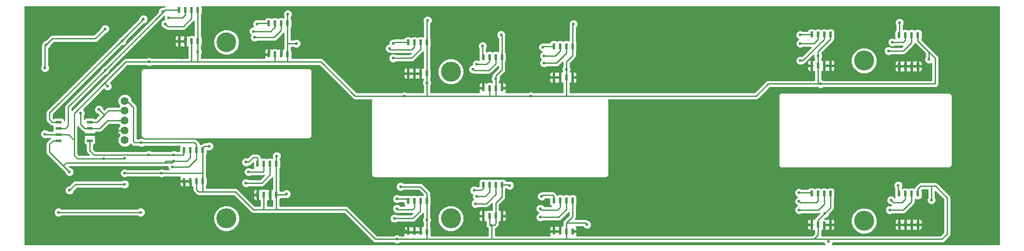
<source format=gbr>
G04 #@! TF.FileFunction,Copper,L2,Bot,Signal*
%FSLAX46Y46*%
G04 Gerber Fmt 4.6, Leading zero omitted, Abs format (unit mm)*
G04 Created by KiCad (PCBNEW (2015-07-16 BZR 5955, Git 27eafcb)-product) date 2015-10-11 14:13:05*
%MOMM*%
G01*
G04 APERTURE LIST*
%ADD10C,0.100000*%
%ADD11R,1.143000X0.508000*%
%ADD12R,0.508000X1.143000*%
%ADD13C,1.600000*%
%ADD14C,4.000000*%
%ADD15C,4.064000*%
%ADD16C,0.600000*%
%ADD17C,0.250000*%
%ADD18C,0.254000*%
G04 APERTURE END LIST*
D10*
D11*
X68025000Y-72295000D03*
X68025000Y-73565000D03*
X68025000Y-74835000D03*
X68025000Y-76105000D03*
X74375000Y-76105000D03*
X74375000Y-74835000D03*
X74375000Y-73565000D03*
X74375000Y-72295000D03*
D12*
X92595000Y-55775000D03*
X93865000Y-55775000D03*
X95135000Y-55775000D03*
X96405000Y-55775000D03*
X96405000Y-49425000D03*
X95135000Y-49425000D03*
X93865000Y-49425000D03*
X92595000Y-49425000D03*
X110895000Y-58475000D03*
X112165000Y-58475000D03*
X113435000Y-58475000D03*
X114705000Y-58475000D03*
X114705000Y-52125000D03*
X113435000Y-52125000D03*
X112165000Y-52125000D03*
X110895000Y-52125000D03*
X139295000Y-62375000D03*
X140565000Y-62375000D03*
X141835000Y-62375000D03*
X143105000Y-62375000D03*
X143105000Y-56025000D03*
X141835000Y-56025000D03*
X140565000Y-56025000D03*
X139295000Y-56025000D03*
X154595000Y-65375000D03*
X155865000Y-65375000D03*
X157135000Y-65375000D03*
X158405000Y-65375000D03*
X158405000Y-59025000D03*
X157135000Y-59025000D03*
X155865000Y-59025000D03*
X154595000Y-59025000D03*
X168995000Y-63175000D03*
X170265000Y-63175000D03*
X171535000Y-63175000D03*
X172805000Y-63175000D03*
X172805000Y-56825000D03*
X171535000Y-56825000D03*
X170265000Y-56825000D03*
X168995000Y-56825000D03*
X221595000Y-60775000D03*
X222865000Y-60775000D03*
X224135000Y-60775000D03*
X225405000Y-60775000D03*
X225405000Y-54425000D03*
X224135000Y-54425000D03*
X222865000Y-54425000D03*
X221595000Y-54425000D03*
X239395000Y-60875000D03*
X240665000Y-60875000D03*
X241935000Y-60875000D03*
X243205000Y-60875000D03*
X243205000Y-54525000D03*
X241935000Y-54525000D03*
X240665000Y-54525000D03*
X239395000Y-54525000D03*
X93595000Y-84375000D03*
X94865000Y-84375000D03*
X96135000Y-84375000D03*
X97405000Y-84375000D03*
X97405000Y-78025000D03*
X96135000Y-78025000D03*
X94865000Y-78025000D03*
X93595000Y-78025000D03*
X108595000Y-87175000D03*
X109865000Y-87175000D03*
X111135000Y-87175000D03*
X112405000Y-87175000D03*
X112405000Y-80825000D03*
X111135000Y-80825000D03*
X109865000Y-80825000D03*
X108595000Y-80825000D03*
X139295000Y-94775000D03*
X140565000Y-94775000D03*
X141835000Y-94775000D03*
X143105000Y-94775000D03*
X143105000Y-88425000D03*
X141835000Y-88425000D03*
X140565000Y-88425000D03*
X139295000Y-88425000D03*
X154595000Y-91475000D03*
X155865000Y-91475000D03*
X157135000Y-91475000D03*
X158405000Y-91475000D03*
X158405000Y-85125000D03*
X157135000Y-85125000D03*
X155865000Y-85125000D03*
X154595000Y-85125000D03*
X168995000Y-94675000D03*
X170265000Y-94675000D03*
X171535000Y-94675000D03*
X172805000Y-94675000D03*
X172805000Y-88325000D03*
X171535000Y-88325000D03*
X170265000Y-88325000D03*
X168995000Y-88325000D03*
X221595000Y-93275000D03*
X222865000Y-93275000D03*
X224135000Y-93275000D03*
X225405000Y-93275000D03*
X225405000Y-86925000D03*
X224135000Y-86925000D03*
X222865000Y-86925000D03*
X221595000Y-86925000D03*
X239395000Y-93275000D03*
X240665000Y-93275000D03*
X241935000Y-93275000D03*
X243205000Y-93275000D03*
X243205000Y-86925000D03*
X241935000Y-86925000D03*
X240665000Y-86925000D03*
X239395000Y-86925000D03*
D13*
X81500000Y-68000000D03*
X81500000Y-70000000D03*
X81500000Y-72000000D03*
X81500000Y-74000000D03*
X81500000Y-76000000D03*
D14*
X102250000Y-56000000D03*
D15*
X102250000Y-92000000D03*
X148000000Y-92000000D03*
X232250000Y-92500000D03*
X232250000Y-59750000D03*
X148000000Y-62000000D03*
D16*
X211250000Y-68500000D03*
X181750000Y-69250000D03*
X129250000Y-68250000D03*
X83250000Y-64326879D03*
X72500000Y-68000000D03*
X71250000Y-66750000D03*
X238250000Y-95250000D03*
X94750000Y-86000000D03*
X111044625Y-88906591D03*
X108500000Y-88750000D03*
X221595556Y-95000000D03*
X160000000Y-63500000D03*
X226250000Y-95000000D03*
X246000000Y-92750000D03*
X81250000Y-54000000D03*
X70250000Y-56500000D03*
X70500000Y-59250000D03*
X79250000Y-87500000D03*
X83500000Y-88500000D03*
X67750000Y-88750000D03*
X83500000Y-86000000D03*
X175250000Y-94750000D03*
X166500000Y-94750000D03*
X158000000Y-94750000D03*
X154500000Y-94250000D03*
X136750000Y-94000000D03*
X174517038Y-63500000D03*
X240675739Y-63500000D03*
X221504613Y-63500000D03*
X225272607Y-63500000D03*
X166500000Y-63500000D03*
X140500000Y-65000000D03*
X152500000Y-65500000D03*
X109000000Y-59000000D03*
X93250000Y-59250000D03*
X243250000Y-63500000D03*
X86500000Y-60000000D03*
X137011548Y-96250000D03*
X98750000Y-77250000D03*
X112500000Y-79250000D03*
X164271892Y-67000000D03*
X138553621Y-67000000D03*
X114750000Y-50250000D03*
X160000000Y-85250000D03*
X137750000Y-85500000D03*
X173000000Y-52250000D03*
X143250000Y-51500000D03*
X158250000Y-54500000D03*
X223398045Y-64500000D03*
X222865000Y-58813700D03*
X171535000Y-61551820D03*
X157135000Y-63451740D03*
X143105000Y-64262000D03*
X96405000Y-57919620D03*
X156353835Y-93400000D03*
X143105000Y-92334080D03*
X89032080Y-82750000D03*
X224250000Y-91000000D03*
X225000000Y-96750000D03*
X70250000Y-86250000D03*
X77500000Y-53250000D03*
X116500000Y-56250000D03*
X245500000Y-59500000D03*
X246000000Y-88250000D03*
X175750000Y-93250000D03*
X114500000Y-87000000D03*
X78000000Y-65000000D03*
X65250000Y-61250000D03*
X65500000Y-56500000D03*
X65250000Y-74750000D03*
X81500000Y-79730791D03*
X77250000Y-79750000D03*
X81500000Y-85000000D03*
X81500000Y-82750000D03*
X76250000Y-69750000D03*
X72500000Y-70500000D03*
X135500000Y-57250000D03*
X153250000Y-60500000D03*
X238000000Y-56000000D03*
X90500000Y-51000000D03*
X81000000Y-55750000D03*
X85332241Y-51267759D03*
X107750000Y-53750000D03*
X167000000Y-58750000D03*
X219250000Y-56250000D03*
X89250000Y-49750000D03*
X154500000Y-56750000D03*
X239500000Y-52000000D03*
X108500000Y-52250000D03*
X77500000Y-61750000D03*
X219250000Y-54500000D03*
X166750000Y-57000000D03*
X136250000Y-56250000D03*
X237750000Y-88250000D03*
X153250000Y-87500000D03*
X70250000Y-82500000D03*
X137000000Y-90000000D03*
X166250000Y-90000000D03*
X219000000Y-88500000D03*
X91500000Y-80250000D03*
X106750000Y-82500000D03*
X239250000Y-85250000D03*
X152750000Y-86250000D03*
X86437460Y-79000000D03*
X137000000Y-88000000D03*
X219000000Y-86750000D03*
X91500000Y-79000000D03*
X106250000Y-80500000D03*
X166500000Y-87500000D03*
X152500000Y-61500000D03*
X237500000Y-90250000D03*
X153000000Y-89000000D03*
X89750000Y-52250000D03*
X219250000Y-59750000D03*
X84904349Y-76500000D03*
X84750000Y-90750000D03*
X68000000Y-90750000D03*
X219000000Y-90250000D03*
X91250000Y-81500000D03*
X106250000Y-84750000D03*
X136500000Y-92000000D03*
X166250000Y-91750000D03*
X108000000Y-55000000D03*
X136250000Y-59250000D03*
X167000000Y-60250000D03*
X237250000Y-57750000D03*
D17*
X238250000Y-95250000D02*
X238500000Y-95000000D01*
X238500000Y-95000000D02*
X242934578Y-95000000D01*
X94750000Y-86000000D02*
X94774095Y-86000000D01*
X94774095Y-86000000D02*
X94865000Y-86090905D01*
X111135000Y-87175000D02*
X111135000Y-88816216D01*
X111135000Y-88816216D02*
X111044625Y-88906591D01*
X108500000Y-88750000D02*
X108595000Y-88655000D01*
X108595000Y-88655000D02*
X108595000Y-87175000D01*
X221595000Y-93275000D02*
X221595000Y-94999444D01*
X221595000Y-94999444D02*
X221595556Y-95000000D01*
X141835000Y-94775000D02*
X140565000Y-94775000D01*
X158405000Y-64345000D02*
X159250000Y-63500000D01*
X159250000Y-63500000D02*
X160000000Y-63500000D01*
X158405000Y-65375000D02*
X158405000Y-64345000D01*
X226250000Y-95000000D02*
X226000000Y-94750000D01*
X226000000Y-94750000D02*
X224595590Y-94750000D01*
X224595590Y-94750000D02*
X224560362Y-94714772D01*
X224560362Y-94714772D02*
X224135000Y-94289410D01*
X225405000Y-94345000D02*
X225035228Y-94714772D01*
X225035228Y-94714772D02*
X224560362Y-94714772D01*
X225405000Y-93275000D02*
X225405000Y-94345000D01*
X224135000Y-94289410D02*
X224135000Y-93275000D01*
X225500000Y-93370000D02*
X225405000Y-93275000D01*
X242934578Y-95000000D02*
X243141772Y-95000000D01*
X246000000Y-93500000D02*
X244500000Y-95000000D01*
X244500000Y-95000000D02*
X242934578Y-95000000D01*
X246000000Y-92750000D02*
X246000000Y-93500000D01*
X70250000Y-56500000D02*
X70250000Y-56883246D01*
X70250000Y-56883246D02*
X70250000Y-59000000D01*
X81250000Y-54000000D02*
X78366754Y-56883246D01*
X78366754Y-56883246D02*
X70250000Y-56883246D01*
X70250000Y-59000000D02*
X70500000Y-59250000D01*
X68000000Y-88500000D02*
X79203777Y-88500000D01*
X79203777Y-88500000D02*
X83500000Y-88500000D01*
X79250000Y-87500000D02*
X79203777Y-87546223D01*
X79203777Y-87546223D02*
X79203777Y-88500000D01*
X67750000Y-88750000D02*
X68000000Y-88500000D01*
X94388949Y-86090905D02*
X94090905Y-86090905D01*
X94865000Y-86090905D02*
X94388949Y-86090905D01*
X94388949Y-86090905D02*
X83590905Y-86090905D01*
X83590905Y-86090905D02*
X83500000Y-86000000D01*
X81500000Y-74000000D02*
X78200000Y-74000000D01*
X78200000Y-74000000D02*
X77365000Y-74835000D01*
X77365000Y-74835000D02*
X74375000Y-74835000D01*
X243141772Y-95000000D02*
X243205000Y-94936772D01*
X175250000Y-94750000D02*
X172880000Y-94750000D01*
X172880000Y-94750000D02*
X172805000Y-94675000D01*
X170265000Y-94675000D02*
X168995000Y-94675000D01*
X166500000Y-94750000D02*
X168920000Y-94750000D01*
X168920000Y-94750000D02*
X168995000Y-94675000D01*
X158000000Y-94750000D02*
X158405000Y-94345000D01*
X158405000Y-94345000D02*
X158405000Y-91475000D01*
X154500000Y-94250000D02*
X154595000Y-94155000D01*
X154595000Y-94155000D02*
X154595000Y-91475000D01*
X139295000Y-94775000D02*
X139147420Y-94775000D01*
X139147420Y-94775000D02*
X138372420Y-94000000D01*
X140565000Y-94775000D02*
X139295000Y-94775000D01*
X136750000Y-94000000D02*
X138372420Y-94000000D01*
X94090905Y-86090905D02*
X93595000Y-85595000D01*
X93595000Y-85595000D02*
X93595000Y-84375000D01*
X94865000Y-86090905D02*
X94865000Y-84375000D01*
X172805000Y-63175000D02*
X174192038Y-63175000D01*
X174192038Y-63175000D02*
X174517038Y-63500000D01*
X241935000Y-60875000D02*
X241935000Y-62065000D01*
X241935000Y-62065000D02*
X241500000Y-62500000D01*
X241500000Y-62500000D02*
X240618231Y-62500000D01*
X240618231Y-62500000D02*
X240618231Y-63442492D01*
X240618231Y-63442492D02*
X240675739Y-63500000D01*
X239750000Y-62500000D02*
X240618231Y-62500000D01*
X240665000Y-60875000D02*
X240665000Y-62453231D01*
X240665000Y-62453231D02*
X240618231Y-62500000D01*
X239395000Y-62145000D02*
X239750000Y-62500000D01*
X239395000Y-60875000D02*
X239395000Y-62145000D01*
X221595000Y-60775000D02*
X221595000Y-63409613D01*
X221595000Y-63409613D02*
X221504613Y-63500000D01*
X225250000Y-62500000D02*
X225250000Y-63477393D01*
X225250000Y-63477393D02*
X225272607Y-63500000D01*
X225250000Y-62500000D02*
X225405000Y-62345000D01*
X225405000Y-62345000D02*
X225405000Y-60775000D01*
X224500000Y-62500000D02*
X225250000Y-62500000D01*
X224135000Y-62135000D02*
X224500000Y-62500000D01*
X224135000Y-60775000D02*
X224135000Y-62135000D01*
X166500000Y-63500000D02*
X168000000Y-65000000D01*
X168000000Y-65000000D02*
X169578045Y-65000000D01*
X169578045Y-65000000D02*
X169250000Y-65000000D01*
X170000000Y-65000000D02*
X169578045Y-65000000D01*
X169250000Y-65000000D02*
X168995000Y-64745000D01*
X168995000Y-64745000D02*
X168995000Y-63175000D01*
X170265000Y-64735000D02*
X170000000Y-65000000D01*
X170265000Y-63175000D02*
X170265000Y-64735000D01*
X140500000Y-65000000D02*
X141000000Y-65000000D01*
X141000000Y-65000000D02*
X141835000Y-64165000D01*
X141835000Y-64165000D02*
X141835000Y-62375000D01*
X140500000Y-65000000D02*
X140000000Y-65000000D01*
X140000000Y-65000000D02*
X139295000Y-64295000D01*
X139295000Y-64295000D02*
X139295000Y-62375000D01*
X140500000Y-65000000D02*
X140565000Y-64935000D01*
X140565000Y-64935000D02*
X140565000Y-62375000D01*
X154595000Y-65375000D02*
X152625000Y-65375000D01*
X152625000Y-65375000D02*
X152500000Y-65500000D01*
X113250000Y-56750000D02*
X113435000Y-56935000D01*
X113435000Y-56935000D02*
X113435000Y-58475000D01*
X111000000Y-56750000D02*
X113250000Y-56750000D01*
X110895000Y-56855000D02*
X111000000Y-56750000D01*
X110895000Y-58475000D02*
X110895000Y-56855000D01*
X109000000Y-59000000D02*
X109525000Y-58475000D01*
X109525000Y-58475000D02*
X110895000Y-58475000D01*
X93250000Y-59250000D02*
X92595000Y-58595000D01*
X92595000Y-58595000D02*
X92595000Y-55775000D01*
X93250000Y-59250000D02*
X93865000Y-58635000D01*
X93865000Y-58635000D02*
X93865000Y-55775000D01*
X243250000Y-63500000D02*
X243250000Y-60920000D01*
X243250000Y-60920000D02*
X243205000Y-60875000D01*
X239686772Y-94936772D02*
X239395000Y-94645000D01*
X239395000Y-94645000D02*
X239395000Y-93275000D01*
X241171012Y-94936772D02*
X240936772Y-94936772D01*
X241992235Y-94936772D02*
X241171012Y-94936772D01*
X241171012Y-94936772D02*
X239686772Y-94936772D01*
X243205000Y-94936772D02*
X241992235Y-94936772D01*
X241935000Y-93275000D02*
X241935000Y-94879537D01*
X241935000Y-94879537D02*
X241992235Y-94936772D01*
X240936772Y-94936772D02*
X240665000Y-94665000D01*
X240665000Y-94665000D02*
X240665000Y-93275000D01*
X243205000Y-94936772D02*
X243205000Y-93275000D01*
X115061265Y-60000000D02*
X114693907Y-60000000D01*
X114693907Y-60000000D02*
X112135063Y-60000000D01*
X114705000Y-58475000D02*
X114705000Y-59988907D01*
X114705000Y-59988907D02*
X114693907Y-60000000D01*
X112135063Y-60000000D02*
X111311672Y-60000000D01*
X112165000Y-58475000D02*
X112165000Y-59970063D01*
X112165000Y-59970063D02*
X112135063Y-60000000D01*
X96500000Y-60000000D02*
X111311672Y-60000000D01*
X111311672Y-60000000D02*
X111463683Y-60000000D01*
X115061265Y-60000000D02*
X121500000Y-60000000D01*
X121500000Y-60000000D02*
X128500000Y-67000000D01*
X128500000Y-67000000D02*
X138553621Y-67000000D01*
X112165000Y-58475000D02*
X112250000Y-58560000D01*
X95000000Y-60000000D02*
X96500000Y-60000000D01*
X96500000Y-60000000D02*
X96405000Y-59905000D01*
X96405000Y-59905000D02*
X96405000Y-57919620D01*
X86500000Y-60000000D02*
X95000000Y-60000000D01*
X95000000Y-60000000D02*
X95135000Y-59865000D01*
X95135000Y-59865000D02*
X95135000Y-55775000D01*
X86500000Y-60000000D02*
X81750000Y-60000000D01*
X81750000Y-60000000D02*
X77589925Y-64160075D01*
X137011548Y-96250000D02*
X143000000Y-96250000D01*
X132650000Y-96250000D02*
X137011548Y-96250000D01*
X97405000Y-78025000D02*
X97405000Y-77595000D01*
X97405000Y-77595000D02*
X97750000Y-77250000D01*
X97750000Y-77250000D02*
X98750000Y-77250000D01*
X112405000Y-80825000D02*
X112405000Y-79345000D01*
X112405000Y-79345000D02*
X112500000Y-79250000D01*
X164271892Y-67000000D02*
X171569914Y-67000000D01*
X157129241Y-67000000D02*
X164271892Y-67000000D01*
X138553621Y-67000000D02*
X143122466Y-67000000D01*
X114750000Y-50250000D02*
X114705000Y-50295000D01*
X114705000Y-50295000D02*
X114705000Y-52125000D01*
X158405000Y-85125000D02*
X159875000Y-85125000D01*
X159875000Y-85125000D02*
X160000000Y-85250000D01*
X143105000Y-86855000D02*
X141750000Y-85500000D01*
X141750000Y-85500000D02*
X137750000Y-85500000D01*
X143105000Y-88425000D02*
X143105000Y-86855000D01*
X172805000Y-56825000D02*
X172805000Y-52445000D01*
X172805000Y-52445000D02*
X173000000Y-52250000D01*
X143105000Y-56025000D02*
X143105000Y-51645000D01*
X143105000Y-51645000D02*
X143250000Y-51500000D01*
X158405000Y-59025000D02*
X158405000Y-54655000D01*
X158405000Y-54655000D02*
X158250000Y-54500000D01*
X223398045Y-64500000D02*
X246750000Y-64500000D01*
X222885676Y-64500000D02*
X223398045Y-64500000D01*
X222865000Y-58813700D02*
X222865000Y-60775000D01*
X222865000Y-57885000D02*
X222865000Y-58813700D01*
X171535000Y-66329560D02*
X171535000Y-66965086D01*
X171535000Y-63175000D02*
X171535000Y-66329560D01*
X171535000Y-61551820D02*
X171535000Y-63175000D01*
X171535000Y-59965000D02*
X171535000Y-61551820D01*
X157135000Y-63451740D02*
X157135000Y-65375000D01*
X157135000Y-62865000D02*
X157135000Y-63451740D01*
X143105000Y-64262000D02*
X143105000Y-66982534D01*
X143105000Y-62375000D02*
X143105000Y-64262000D01*
X96405000Y-55775000D02*
X96405000Y-57919620D01*
X143105000Y-92334080D02*
X143105000Y-94775000D01*
X143105000Y-88425000D02*
X143105000Y-92334080D01*
X89032080Y-82750000D02*
X97405000Y-82750000D01*
X81500000Y-82750000D02*
X89032080Y-82750000D01*
X97405000Y-82500000D02*
X97405000Y-82750000D01*
X225000000Y-96250000D02*
X225000000Y-96750000D01*
X97405000Y-86562678D02*
X104062678Y-86562678D01*
X104062678Y-86562678D02*
X107700000Y-90200000D01*
X107700000Y-90200000D02*
X109855288Y-90200000D01*
X172805000Y-88325000D02*
X172805000Y-91677323D01*
X172805000Y-91677323D02*
X171535000Y-92947323D01*
X158405000Y-85125000D02*
X158405000Y-87595000D01*
X158405000Y-87595000D02*
X157135000Y-88865000D01*
X157135000Y-88865000D02*
X157135000Y-91475000D01*
X143086995Y-96250000D02*
X156438250Y-96250000D01*
X156438250Y-96250000D02*
X157000000Y-96250000D01*
X156353835Y-93400000D02*
X156353835Y-96165585D01*
X156353835Y-96165585D02*
X156438250Y-96250000D01*
X71200000Y-77071166D02*
X71200000Y-77800000D01*
X71200000Y-76173053D02*
X71200000Y-77071166D01*
X71846365Y-79750000D02*
X77250000Y-79750000D01*
X71200000Y-77071166D02*
X71200000Y-79103635D01*
X71200000Y-79103635D02*
X71846365Y-79750000D01*
X70250000Y-86250000D02*
X71500000Y-85000000D01*
X71500000Y-85000000D02*
X81500000Y-85000000D01*
X77500000Y-53250000D02*
X75500000Y-55250000D01*
X75500000Y-55250000D02*
X66750000Y-55250000D01*
X66750000Y-55250000D02*
X65500000Y-56500000D01*
X114705000Y-52125000D02*
X114705000Y-56180399D01*
X114705000Y-56180399D02*
X114705000Y-58475000D01*
X116500000Y-56250000D02*
X114774601Y-56250000D01*
X114774601Y-56250000D02*
X114705000Y-56180399D01*
X246750000Y-59250000D02*
X245577632Y-58077632D01*
X245577632Y-58077632D02*
X243205000Y-55705000D01*
X245500000Y-59500000D02*
X245500000Y-58155264D01*
X245500000Y-58155264D02*
X245577632Y-58077632D01*
X246750000Y-64500000D02*
X246750000Y-59250000D01*
X243205000Y-55705000D02*
X243205000Y-54525000D01*
X246800000Y-85400000D02*
X246054576Y-85400000D01*
X246000000Y-88250000D02*
X246000000Y-85454576D01*
X246054576Y-85400000D02*
X243800000Y-85400000D01*
X246000000Y-85454576D02*
X246054576Y-85400000D01*
X171535000Y-92947323D02*
X171535000Y-94675000D01*
X175750000Y-93250000D02*
X175447323Y-92947323D01*
X175447323Y-92947323D02*
X171535000Y-92947323D01*
X114500000Y-87000000D02*
X114325000Y-87175000D01*
X114325000Y-87175000D02*
X112405000Y-87175000D01*
X71200000Y-70550000D02*
X77589925Y-64160075D01*
X78000000Y-65000000D02*
X77589925Y-64589925D01*
X77589925Y-64589925D02*
X77589925Y-64160075D01*
X65500000Y-56500000D02*
X65250000Y-56750000D01*
X65250000Y-56750000D02*
X65250000Y-61250000D01*
X65250000Y-74750000D02*
X65335000Y-74835000D01*
X65335000Y-74835000D02*
X68025000Y-74835000D01*
X77250000Y-79750000D02*
X81480791Y-79750000D01*
X81480791Y-79750000D02*
X81500000Y-79730791D01*
X97405000Y-82750000D02*
X97405000Y-84375000D01*
X221478562Y-96250000D02*
X171562580Y-96250000D01*
X222000000Y-96250000D02*
X221478562Y-96250000D01*
X222250000Y-96250000D02*
X223738206Y-96250000D01*
X223738206Y-96250000D02*
X225000000Y-96250000D01*
X225000000Y-96250000D02*
X248150000Y-96250000D01*
X221478562Y-96250000D02*
X223738206Y-96250000D01*
X222865000Y-93275000D02*
X222865000Y-95385000D01*
X222865000Y-95385000D02*
X222000000Y-96250000D01*
X248150000Y-96250000D02*
X249200000Y-95200000D01*
X249200000Y-95200000D02*
X249200000Y-87800000D01*
X249200000Y-87800000D02*
X246800000Y-85400000D01*
X243800000Y-85400000D02*
X243205000Y-85995000D01*
X243205000Y-85995000D02*
X243205000Y-86925000D01*
X156750000Y-96250000D02*
X171562580Y-96250000D01*
X171535000Y-94675000D02*
X171535000Y-96222420D01*
X171535000Y-96222420D02*
X171562580Y-96250000D01*
X143105000Y-94775000D02*
X143086995Y-94793005D01*
X143086995Y-94793005D02*
X143086995Y-96250000D01*
X112682008Y-90200000D02*
X126600000Y-90200000D01*
X126600000Y-90200000D02*
X132650000Y-96250000D01*
X225405000Y-86925000D02*
X225405000Y-89845000D01*
X225405000Y-89845000D02*
X224250000Y-91000000D01*
X224250000Y-91000000D02*
X222865000Y-92385000D01*
X222865000Y-92385000D02*
X222865000Y-93275000D01*
X96405000Y-49425000D02*
X96405000Y-55775000D01*
X143105000Y-56025000D02*
X143105000Y-62375000D01*
X158405000Y-61595000D02*
X157135000Y-62865000D01*
X158405000Y-59025000D02*
X158405000Y-61595000D01*
X172805000Y-58695000D02*
X171535000Y-59965000D01*
X172805000Y-56825000D02*
X172805000Y-58695000D01*
X225405000Y-55345000D02*
X222865000Y-57885000D01*
X225405000Y-54425000D02*
X225405000Y-55345000D01*
X212750000Y-64500000D02*
X222885676Y-64500000D01*
X222865000Y-60775000D02*
X222865000Y-64479324D01*
X222865000Y-64479324D02*
X222885676Y-64500000D01*
X171569914Y-67000000D02*
X210250000Y-67000000D01*
X171535000Y-66965086D02*
X171569914Y-67000000D01*
X143122466Y-67000000D02*
X155749737Y-67000000D01*
X143105000Y-66982534D02*
X143122466Y-67000000D01*
X155749737Y-67000000D02*
X157129241Y-67000000D01*
X155865000Y-65375000D02*
X155865000Y-66884737D01*
X155865000Y-66884737D02*
X155749737Y-67000000D01*
X157135000Y-65375000D02*
X157135000Y-66994241D01*
X157135000Y-66994241D02*
X157129241Y-67000000D01*
X71200000Y-76173053D02*
X71200000Y-70550000D01*
X210250000Y-67000000D02*
X212750000Y-64500000D01*
X71200000Y-76000000D02*
X71200000Y-76173053D01*
X112405000Y-80825000D02*
X112405000Y-87175000D01*
X97405000Y-78025000D02*
X97405000Y-82500000D01*
X97405000Y-82500000D02*
X97405000Y-84375000D01*
X97405000Y-84375000D02*
X97405000Y-86562678D01*
X96135000Y-86135000D02*
X96562678Y-86562678D01*
X96562678Y-86562678D02*
X97405000Y-86562678D01*
X96135000Y-84375000D02*
X96135000Y-86135000D01*
X112682008Y-90200000D02*
X112400000Y-89917992D01*
X112400000Y-89917992D02*
X112400000Y-87180000D01*
X112400000Y-87180000D02*
X112405000Y-87175000D01*
X109855288Y-90200000D02*
X112682008Y-90200000D01*
X109855288Y-90200000D02*
X109855288Y-87184712D01*
X109855288Y-87184712D02*
X109865000Y-87175000D01*
X156353835Y-93400000D02*
X156000000Y-93400000D01*
X156800000Y-93400000D02*
X156353835Y-93400000D01*
X156000000Y-93400000D02*
X155865000Y-93265000D01*
X155865000Y-93265000D02*
X155865000Y-91475000D01*
X157135000Y-93065000D02*
X156800000Y-93400000D01*
X157135000Y-91475000D02*
X157135000Y-93065000D01*
X70035000Y-74835000D02*
X71200000Y-76000000D01*
X68025000Y-74835000D02*
X70035000Y-74835000D01*
X78200000Y-70000000D02*
X77329349Y-70870651D01*
X77329349Y-70870651D02*
X75905000Y-72295000D01*
X76250000Y-69750000D02*
X77329349Y-70829349D01*
X77329349Y-70829349D02*
X77329349Y-70870651D01*
X81500000Y-70000000D02*
X78200000Y-70000000D01*
X75905000Y-72295000D02*
X74375000Y-72295000D01*
X73315000Y-73565000D02*
X72500000Y-72750000D01*
X72500000Y-72750000D02*
X72500000Y-70500000D01*
X74375000Y-73565000D02*
X73315000Y-73565000D01*
X74375000Y-73565000D02*
X76435000Y-73565000D01*
X76435000Y-73565000D02*
X78000000Y-72000000D01*
X78000000Y-72000000D02*
X81500000Y-72000000D01*
X140565000Y-56935000D02*
X140565000Y-56025000D01*
X135500000Y-57250000D02*
X135750000Y-57500000D01*
X135750000Y-57500000D02*
X140000000Y-57500000D01*
X140000000Y-57500000D02*
X140565000Y-56935000D01*
X153250000Y-60500000D02*
X155250000Y-60500000D01*
X155250000Y-60500000D02*
X155865000Y-59885000D01*
X155865000Y-59885000D02*
X155865000Y-59025000D01*
X238000000Y-56000000D02*
X240250000Y-56000000D01*
X240250000Y-56000000D02*
X240665000Y-55585000D01*
X240665000Y-55585000D02*
X240665000Y-54525000D01*
X90500000Y-51000000D02*
X93250000Y-51000000D01*
X93250000Y-51000000D02*
X93865000Y-50385000D01*
X93865000Y-50385000D02*
X93865000Y-49425000D01*
X81000000Y-55750000D02*
X81000000Y-55600000D01*
X81000000Y-55600000D02*
X81700950Y-54899050D01*
X66182796Y-70417204D02*
X81700950Y-54899050D01*
X81700950Y-54899050D02*
X85332241Y-51267759D01*
X111250000Y-53750000D02*
X112165000Y-52835000D01*
X112165000Y-52835000D02*
X112165000Y-52125000D01*
X107750000Y-53750000D02*
X111250000Y-53750000D01*
X169250000Y-58750000D02*
X170265000Y-57735000D01*
X170265000Y-57735000D02*
X170265000Y-56825000D01*
X167000000Y-58750000D02*
X169250000Y-58750000D01*
X222000000Y-56250000D02*
X222865000Y-55385000D01*
X222865000Y-55385000D02*
X222865000Y-54425000D01*
X219250000Y-56250000D02*
X222000000Y-56250000D01*
X68025000Y-72295000D02*
X66695000Y-72295000D01*
X66695000Y-72295000D02*
X66182796Y-71782796D01*
X66182796Y-71782796D02*
X66182796Y-70417204D01*
X89250000Y-49750000D02*
X89250000Y-49950000D01*
X89250000Y-49950000D02*
X89225479Y-49974521D01*
X154500000Y-56750000D02*
X154500000Y-58930000D01*
X154500000Y-58930000D02*
X154595000Y-59025000D01*
X239500000Y-52000000D02*
X239500000Y-54420000D01*
X239500000Y-54420000D02*
X239395000Y-54525000D01*
X108500000Y-52250000D02*
X108625000Y-52125000D01*
X108625000Y-52125000D02*
X110895000Y-52125000D01*
X77399891Y-61800109D02*
X70000000Y-69200000D01*
X70000000Y-69200000D02*
X70000000Y-73000000D01*
X70000000Y-73000000D02*
X69435000Y-73565000D01*
X69435000Y-73565000D02*
X68025000Y-73565000D01*
X77500000Y-61750000D02*
X77449891Y-61800109D01*
X77449891Y-61800109D02*
X77399891Y-61800109D01*
X89225479Y-49974521D02*
X77399891Y-61800109D01*
X92595000Y-49425000D02*
X89775000Y-49425000D01*
X89775000Y-49425000D02*
X89225479Y-49974521D01*
X219250000Y-54500000D02*
X219325000Y-54425000D01*
X219325000Y-54425000D02*
X221595000Y-54425000D01*
X166750000Y-57000000D02*
X166925000Y-56825000D01*
X166925000Y-56825000D02*
X168995000Y-56825000D01*
X136250000Y-56250000D02*
X136475000Y-56025000D01*
X136475000Y-56025000D02*
X139295000Y-56025000D01*
X237750000Y-88250000D02*
X238250000Y-88750000D01*
X238250000Y-88750000D02*
X240000000Y-88750000D01*
X240000000Y-88750000D02*
X240665000Y-88085000D01*
X240665000Y-88085000D02*
X240665000Y-86925000D01*
X153250000Y-87500000D02*
X155000000Y-87500000D01*
X155000000Y-87500000D02*
X155865000Y-86635000D01*
X155865000Y-86635000D02*
X155865000Y-85125000D01*
X70250000Y-82500000D02*
X68986004Y-81236004D01*
X69250000Y-81000000D02*
X69222008Y-81000000D01*
X68986004Y-81236004D02*
X66200000Y-78450000D01*
X69222008Y-81000000D02*
X68986004Y-81236004D01*
X66200000Y-78450000D02*
X66200000Y-76800000D01*
X66200000Y-76800000D02*
X66895000Y-76105000D01*
X66895000Y-76105000D02*
X68025000Y-76105000D01*
X69250000Y-81000000D02*
X69650000Y-80600000D01*
X69650000Y-80600000D02*
X89643485Y-80600000D01*
X137000000Y-90000000D02*
X137200000Y-90200000D01*
X137200000Y-90200000D02*
X140200000Y-90200000D01*
X140200000Y-90200000D02*
X140565000Y-89835000D01*
X140565000Y-89835000D02*
X140565000Y-88425000D01*
X166250000Y-90000000D02*
X166500000Y-90250000D01*
X166500000Y-90250000D02*
X169750000Y-90250000D01*
X169750000Y-90250000D02*
X170265000Y-89735000D01*
X170265000Y-89735000D02*
X170265000Y-88325000D01*
X219000000Y-88500000D02*
X219250000Y-88750000D01*
X219250000Y-88750000D02*
X222500000Y-88750000D01*
X222500000Y-88750000D02*
X222865000Y-88385000D01*
X222865000Y-88385000D02*
X222865000Y-86925000D01*
X106750000Y-82500000D02*
X109700000Y-82500000D01*
X109700000Y-82500000D02*
X109865000Y-82335000D01*
X109865000Y-82335000D02*
X109865000Y-80825000D01*
X91500000Y-80250000D02*
X91150000Y-80600000D01*
X91150000Y-80600000D02*
X89643485Y-80600000D01*
X89643485Y-80600000D02*
X89993485Y-80250000D01*
X89993485Y-80250000D02*
X94150000Y-80250000D01*
X94150000Y-80250000D02*
X94865000Y-79535000D01*
X94865000Y-79535000D02*
X94865000Y-78025000D01*
X239250000Y-85250000D02*
X239250000Y-86780000D01*
X239250000Y-86780000D02*
X239395000Y-86925000D01*
X152750000Y-86250000D02*
X154250000Y-86250000D01*
X154250000Y-86250000D02*
X154595000Y-85905000D01*
X154595000Y-85905000D02*
X154595000Y-85125000D01*
X75250000Y-79000000D02*
X86437460Y-79000000D01*
X86437460Y-79000000D02*
X91250000Y-79000000D01*
X74375000Y-76105000D02*
X74375000Y-78125000D01*
X74375000Y-78125000D02*
X75250000Y-79000000D01*
X137000000Y-88000000D02*
X138870000Y-88000000D01*
X138870000Y-88000000D02*
X139295000Y-88425000D01*
X219000000Y-86750000D02*
X219250000Y-86750000D01*
X219000000Y-86750000D02*
X221420000Y-86750000D01*
X221420000Y-86750000D02*
X221595000Y-86925000D01*
X93595000Y-78025000D02*
X93500000Y-78120000D01*
X93500000Y-78120000D02*
X93500000Y-79000000D01*
X93500000Y-79000000D02*
X92000000Y-79000000D01*
X92000000Y-79000000D02*
X91500000Y-79000000D01*
X108595000Y-80825000D02*
X108595000Y-79654106D01*
X108595000Y-79654106D02*
X108500000Y-79559106D01*
X107690894Y-79559106D02*
X106750000Y-80500000D01*
X108500000Y-79559106D02*
X107690894Y-79559106D01*
X106750000Y-80500000D02*
X106250000Y-80500000D01*
X168318037Y-87250000D02*
X168750000Y-87250000D01*
X166750000Y-87250000D02*
X168318037Y-87250000D01*
X168750000Y-87250000D02*
X168995000Y-87495000D01*
X168995000Y-87495000D02*
X168995000Y-88325000D01*
X166500000Y-87500000D02*
X166750000Y-87250000D01*
X152500000Y-61500000D02*
X152750000Y-61750000D01*
X152750000Y-61750000D02*
X155750000Y-61750000D01*
X157135000Y-60365000D02*
X157135000Y-59025000D01*
X155750000Y-61750000D02*
X157135000Y-60365000D01*
X237500000Y-90250000D02*
X240250000Y-90250000D01*
X240250000Y-90250000D02*
X241935000Y-88565000D01*
X241935000Y-88565000D02*
X241935000Y-86925000D01*
X153000000Y-89000000D02*
X155250000Y-89000000D01*
X155250000Y-89000000D02*
X157135000Y-87115000D01*
X157135000Y-87115000D02*
X157135000Y-85125000D01*
X89750000Y-52250000D02*
X90250000Y-52750000D01*
X95135000Y-51115000D02*
X95135000Y-49425000D01*
X90250000Y-52750000D02*
X93500000Y-52750000D01*
X93500000Y-52750000D02*
X95135000Y-51115000D01*
X224135000Y-54425000D02*
X224135000Y-55365000D01*
X224135000Y-55365000D02*
X219750000Y-59750000D01*
X219750000Y-59750000D02*
X219250000Y-59750000D01*
X83500000Y-76500000D02*
X84904349Y-76500000D01*
X84904349Y-76500000D02*
X95750000Y-76500000D01*
X68000000Y-90750000D02*
X84750000Y-90750000D01*
X81500000Y-68000000D02*
X82000000Y-68000000D01*
X96135000Y-76885000D02*
X96135000Y-78025000D01*
X82000000Y-68000000D02*
X83250000Y-69250000D01*
X83250000Y-69250000D02*
X83250000Y-76250000D01*
X83250000Y-76250000D02*
X83500000Y-76500000D01*
X95750000Y-76500000D02*
X96135000Y-76885000D01*
X219000000Y-90250000D02*
X223000000Y-90250000D01*
X223000000Y-90250000D02*
X224135000Y-89115000D01*
X224135000Y-89115000D02*
X224135000Y-86925000D01*
X94500000Y-81500000D02*
X96135000Y-79865000D01*
X96135000Y-79865000D02*
X96135000Y-78025000D01*
X91250000Y-81500000D02*
X94500000Y-81500000D01*
X109500000Y-84750000D02*
X111135000Y-83115000D01*
X111135000Y-83115000D02*
X111135000Y-80825000D01*
X106250000Y-84750000D02*
X109500000Y-84750000D01*
X141750000Y-90500000D02*
X141750000Y-88510000D01*
X141750000Y-88510000D02*
X141835000Y-88425000D01*
X140250000Y-92000000D02*
X141750000Y-90500000D01*
X136500000Y-92000000D02*
X140250000Y-92000000D01*
X170000000Y-91750000D02*
X171535000Y-90215000D01*
X171535000Y-90215000D02*
X171535000Y-88325000D01*
X166250000Y-91750000D02*
X170000000Y-91750000D01*
X112000000Y-55000000D02*
X113435000Y-53565000D01*
X113435000Y-53565000D02*
X113435000Y-52125000D01*
X108000000Y-55000000D02*
X112000000Y-55000000D01*
X140000000Y-59250000D02*
X141835000Y-57415000D01*
X141835000Y-57415000D02*
X141835000Y-56025000D01*
X136250000Y-59250000D02*
X140000000Y-59250000D01*
X169500000Y-60250000D02*
X171535000Y-58215000D01*
X171535000Y-58215000D02*
X171535000Y-56825000D01*
X167000000Y-60250000D02*
X169500000Y-60250000D01*
X241935000Y-56065000D02*
X240250000Y-57750000D01*
X240250000Y-57750000D02*
X237250000Y-57750000D01*
X241935000Y-54525000D02*
X241935000Y-56065000D01*
D18*
G36*
X89484161Y-48722852D02*
X89346127Y-48815083D01*
X89064833Y-48814838D01*
X88721057Y-48956883D01*
X88457808Y-49219673D01*
X88315162Y-49563201D01*
X88314947Y-49810251D01*
X77307210Y-60817988D01*
X76971057Y-60956883D01*
X76707808Y-61219673D01*
X76567409Y-61557789D01*
X69462599Y-68662599D01*
X69297852Y-68909161D01*
X69240000Y-69200000D01*
X69240000Y-72020693D01*
X69196963Y-71798877D01*
X69057173Y-71586073D01*
X68846140Y-71443623D01*
X68596500Y-71393560D01*
X67453500Y-71393560D01*
X67211377Y-71440537D01*
X67067575Y-71535000D01*
X67009802Y-71535000D01*
X66942796Y-71467994D01*
X66942796Y-70732006D01*
X80989810Y-56684992D01*
X81185167Y-56685162D01*
X81528943Y-56543117D01*
X81792192Y-56280327D01*
X81934838Y-55936799D01*
X81935010Y-55739792D01*
X85471921Y-52202881D01*
X85517408Y-52202921D01*
X85861184Y-52060876D01*
X86124433Y-51798086D01*
X86267079Y-51454558D01*
X86267403Y-51082592D01*
X86125358Y-50738816D01*
X85862568Y-50475567D01*
X85519040Y-50332921D01*
X85147074Y-50332597D01*
X84803298Y-50474642D01*
X84540049Y-50737432D01*
X84397403Y-51080960D01*
X84397362Y-51127836D01*
X80636797Y-54888401D01*
X80471057Y-54956883D01*
X80207808Y-55219673D01*
X80138419Y-55386779D01*
X65645395Y-69879803D01*
X65480648Y-70126365D01*
X65422796Y-70417204D01*
X65422796Y-71782796D01*
X65480648Y-72073635D01*
X65645395Y-72320197D01*
X66157599Y-72832401D01*
X66404161Y-72997148D01*
X66695000Y-73055000D01*
X66860416Y-73055000D01*
X66856123Y-73061360D01*
X66806060Y-73311000D01*
X66806060Y-73819000D01*
X66853037Y-74061123D01*
X66862153Y-74075000D01*
X65897315Y-74075000D01*
X65780327Y-73957808D01*
X65436799Y-73815162D01*
X65064833Y-73814838D01*
X64721057Y-73956883D01*
X64457808Y-74219673D01*
X64315162Y-74563201D01*
X64314838Y-74935167D01*
X64456883Y-75278943D01*
X64719673Y-75542192D01*
X65063201Y-75684838D01*
X65435167Y-75685162D01*
X65653376Y-75595000D01*
X66330198Y-75595000D01*
X65662599Y-76262599D01*
X65497852Y-76509161D01*
X65440000Y-76800000D01*
X65440000Y-78450000D01*
X65497852Y-78740839D01*
X65662599Y-78987401D01*
X69314878Y-82639680D01*
X69314838Y-82685167D01*
X69456883Y-83028943D01*
X69719673Y-83292192D01*
X70063201Y-83434838D01*
X70435167Y-83435162D01*
X70778943Y-83293117D01*
X71042192Y-83030327D01*
X71184838Y-82686799D01*
X71185162Y-82314833D01*
X71043117Y-81971057D01*
X70780327Y-81707808D01*
X70436799Y-81565162D01*
X70389923Y-81565121D01*
X70184802Y-81360000D01*
X90315121Y-81360000D01*
X90314838Y-81685167D01*
X90440792Y-81990000D01*
X89594543Y-81990000D01*
X89562407Y-81957808D01*
X89218879Y-81815162D01*
X88846913Y-81814838D01*
X88503137Y-81956883D01*
X88469962Y-81990000D01*
X82062463Y-81990000D01*
X82030327Y-81957808D01*
X81686799Y-81815162D01*
X81314833Y-81814838D01*
X80971057Y-81956883D01*
X80707808Y-82219673D01*
X80565162Y-82563201D01*
X80564838Y-82935167D01*
X80706883Y-83278943D01*
X80969673Y-83542192D01*
X81313201Y-83684838D01*
X81685167Y-83685162D01*
X82028943Y-83543117D01*
X82062118Y-83510000D01*
X88469617Y-83510000D01*
X88501753Y-83542192D01*
X88845281Y-83684838D01*
X89217247Y-83685162D01*
X89561023Y-83543117D01*
X89594198Y-83510000D01*
X92775252Y-83510000D01*
X92706000Y-83677190D01*
X92706000Y-84089250D01*
X92864750Y-84248000D01*
X93468000Y-84248000D01*
X93468000Y-84228000D01*
X93722000Y-84228000D01*
X93722000Y-84248000D01*
X94738000Y-84248000D01*
X94738000Y-84228000D01*
X94992000Y-84228000D01*
X94992000Y-84248000D01*
X95012000Y-84248000D01*
X95012000Y-84502000D01*
X94992000Y-84502000D01*
X94992000Y-85422750D01*
X95150750Y-85581500D01*
X95245309Y-85581500D01*
X95375000Y-85527780D01*
X95375000Y-86135000D01*
X95432852Y-86425839D01*
X95597599Y-86672401D01*
X96025277Y-87100079D01*
X96271839Y-87264826D01*
X96562678Y-87322678D01*
X103747876Y-87322678D01*
X107162599Y-90737401D01*
X107409161Y-90902148D01*
X107700000Y-90960000D01*
X126285198Y-90960000D01*
X132112599Y-96787401D01*
X132359161Y-96952148D01*
X132650000Y-97010000D01*
X136449085Y-97010000D01*
X136481221Y-97042192D01*
X136824749Y-97184838D01*
X137196715Y-97185162D01*
X137540491Y-97043117D01*
X137573666Y-97010000D01*
X143000000Y-97010000D01*
X143043498Y-97001348D01*
X143086995Y-97010000D01*
X224095758Y-97010000D01*
X224206883Y-97278943D01*
X224242877Y-97315000D01*
X61185000Y-97315000D01*
X61185000Y-92528172D01*
X99582538Y-92528172D01*
X99987709Y-93508761D01*
X100737293Y-94259655D01*
X101717173Y-94666536D01*
X102778172Y-94667462D01*
X103758761Y-94262291D01*
X104509655Y-93512707D01*
X104916536Y-92532827D01*
X104917462Y-91471828D01*
X104512291Y-90491239D01*
X103762707Y-89740345D01*
X102782827Y-89333464D01*
X101721828Y-89332538D01*
X100741239Y-89737709D01*
X99990345Y-90487293D01*
X99583464Y-91467173D01*
X99582538Y-92528172D01*
X61185000Y-92528172D01*
X61185000Y-90935167D01*
X67064838Y-90935167D01*
X67206883Y-91278943D01*
X67469673Y-91542192D01*
X67813201Y-91684838D01*
X68185167Y-91685162D01*
X68528943Y-91543117D01*
X68562118Y-91510000D01*
X84187537Y-91510000D01*
X84219673Y-91542192D01*
X84563201Y-91684838D01*
X84935167Y-91685162D01*
X85278943Y-91543117D01*
X85542192Y-91280327D01*
X85684838Y-90936799D01*
X85685162Y-90564833D01*
X85543117Y-90221057D01*
X85280327Y-89957808D01*
X84936799Y-89815162D01*
X84564833Y-89814838D01*
X84221057Y-89956883D01*
X84187882Y-89990000D01*
X68562463Y-89990000D01*
X68530327Y-89957808D01*
X68186799Y-89815162D01*
X67814833Y-89814838D01*
X67471057Y-89956883D01*
X67207808Y-90219673D01*
X67065162Y-90563201D01*
X67064838Y-90935167D01*
X61185000Y-90935167D01*
X61185000Y-86435167D01*
X69314838Y-86435167D01*
X69456883Y-86778943D01*
X69719673Y-87042192D01*
X70063201Y-87184838D01*
X70435167Y-87185162D01*
X70778943Y-87043117D01*
X71042192Y-86780327D01*
X71184838Y-86436799D01*
X71184879Y-86389923D01*
X71814802Y-85760000D01*
X80937537Y-85760000D01*
X80969673Y-85792192D01*
X81313201Y-85934838D01*
X81685167Y-85935162D01*
X82028943Y-85793117D01*
X82292192Y-85530327D01*
X82434838Y-85186799D01*
X82435162Y-84814833D01*
X82371497Y-84660750D01*
X92706000Y-84660750D01*
X92706000Y-85072810D01*
X92802673Y-85306199D01*
X92981302Y-85484827D01*
X93214691Y-85581500D01*
X93309250Y-85581500D01*
X93468000Y-85422750D01*
X93468000Y-84502000D01*
X93722000Y-84502000D01*
X93722000Y-85422750D01*
X93880750Y-85581500D01*
X93975309Y-85581500D01*
X94208698Y-85484827D01*
X94230000Y-85463525D01*
X94251302Y-85484827D01*
X94484691Y-85581500D01*
X94579250Y-85581500D01*
X94738000Y-85422750D01*
X94738000Y-84502000D01*
X93722000Y-84502000D01*
X93468000Y-84502000D01*
X93468000Y-84502000D01*
X92864750Y-84502000D01*
X92706000Y-84660750D01*
X82371497Y-84660750D01*
X82293117Y-84471057D01*
X82030327Y-84207808D01*
X81686799Y-84065162D01*
X81314833Y-84064838D01*
X80971057Y-84206883D01*
X80937882Y-84240000D01*
X71500000Y-84240000D01*
X71209161Y-84297852D01*
X70962599Y-84462599D01*
X70110320Y-85314878D01*
X70064833Y-85314838D01*
X69721057Y-85456883D01*
X69457808Y-85719673D01*
X69315162Y-86063201D01*
X69314838Y-86435167D01*
X61185000Y-86435167D01*
X61185000Y-61435167D01*
X64314838Y-61435167D01*
X64456883Y-61778943D01*
X64719673Y-62042192D01*
X65063201Y-62184838D01*
X65435167Y-62185162D01*
X65778943Y-62043117D01*
X66042192Y-61780327D01*
X66184838Y-61436799D01*
X66185162Y-61064833D01*
X66043117Y-60721057D01*
X66010000Y-60687882D01*
X66010000Y-57300944D01*
X66028943Y-57293117D01*
X66292192Y-57030327D01*
X66434838Y-56686799D01*
X66434879Y-56639923D01*
X67064802Y-56010000D01*
X75500000Y-56010000D01*
X75790839Y-55952148D01*
X76037401Y-55787401D01*
X77639680Y-54185122D01*
X77685167Y-54185162D01*
X78028943Y-54043117D01*
X78292192Y-53780327D01*
X78434838Y-53436799D01*
X78435162Y-53064833D01*
X78293117Y-52721057D01*
X78030327Y-52457808D01*
X77686799Y-52315162D01*
X77314833Y-52314838D01*
X76971057Y-52456883D01*
X76707808Y-52719673D01*
X76565162Y-53063201D01*
X76565121Y-53110077D01*
X75185198Y-54490000D01*
X66750000Y-54490000D01*
X66459161Y-54547852D01*
X66212599Y-54712599D01*
X65360320Y-55564878D01*
X65314833Y-55564838D01*
X64971057Y-55706883D01*
X64707808Y-55969673D01*
X64565162Y-56313201D01*
X64565057Y-56433411D01*
X64547852Y-56459161D01*
X64490000Y-56750000D01*
X64490000Y-60687537D01*
X64457808Y-60719673D01*
X64315162Y-61063201D01*
X64314838Y-61435167D01*
X61185000Y-61435167D01*
X61185000Y-48685000D01*
X89674454Y-48685000D01*
X89484161Y-48722852D01*
X89484161Y-48722852D01*
G37*
X89484161Y-48722852D02*
X89346127Y-48815083D01*
X89064833Y-48814838D01*
X88721057Y-48956883D01*
X88457808Y-49219673D01*
X88315162Y-49563201D01*
X88314947Y-49810251D01*
X77307210Y-60817988D01*
X76971057Y-60956883D01*
X76707808Y-61219673D01*
X76567409Y-61557789D01*
X69462599Y-68662599D01*
X69297852Y-68909161D01*
X69240000Y-69200000D01*
X69240000Y-72020693D01*
X69196963Y-71798877D01*
X69057173Y-71586073D01*
X68846140Y-71443623D01*
X68596500Y-71393560D01*
X67453500Y-71393560D01*
X67211377Y-71440537D01*
X67067575Y-71535000D01*
X67009802Y-71535000D01*
X66942796Y-71467994D01*
X66942796Y-70732006D01*
X80989810Y-56684992D01*
X81185167Y-56685162D01*
X81528943Y-56543117D01*
X81792192Y-56280327D01*
X81934838Y-55936799D01*
X81935010Y-55739792D01*
X85471921Y-52202881D01*
X85517408Y-52202921D01*
X85861184Y-52060876D01*
X86124433Y-51798086D01*
X86267079Y-51454558D01*
X86267403Y-51082592D01*
X86125358Y-50738816D01*
X85862568Y-50475567D01*
X85519040Y-50332921D01*
X85147074Y-50332597D01*
X84803298Y-50474642D01*
X84540049Y-50737432D01*
X84397403Y-51080960D01*
X84397362Y-51127836D01*
X80636797Y-54888401D01*
X80471057Y-54956883D01*
X80207808Y-55219673D01*
X80138419Y-55386779D01*
X65645395Y-69879803D01*
X65480648Y-70126365D01*
X65422796Y-70417204D01*
X65422796Y-71782796D01*
X65480648Y-72073635D01*
X65645395Y-72320197D01*
X66157599Y-72832401D01*
X66404161Y-72997148D01*
X66695000Y-73055000D01*
X66860416Y-73055000D01*
X66856123Y-73061360D01*
X66806060Y-73311000D01*
X66806060Y-73819000D01*
X66853037Y-74061123D01*
X66862153Y-74075000D01*
X65897315Y-74075000D01*
X65780327Y-73957808D01*
X65436799Y-73815162D01*
X65064833Y-73814838D01*
X64721057Y-73956883D01*
X64457808Y-74219673D01*
X64315162Y-74563201D01*
X64314838Y-74935167D01*
X64456883Y-75278943D01*
X64719673Y-75542192D01*
X65063201Y-75684838D01*
X65435167Y-75685162D01*
X65653376Y-75595000D01*
X66330198Y-75595000D01*
X65662599Y-76262599D01*
X65497852Y-76509161D01*
X65440000Y-76800000D01*
X65440000Y-78450000D01*
X65497852Y-78740839D01*
X65662599Y-78987401D01*
X69314878Y-82639680D01*
X69314838Y-82685167D01*
X69456883Y-83028943D01*
X69719673Y-83292192D01*
X70063201Y-83434838D01*
X70435167Y-83435162D01*
X70778943Y-83293117D01*
X71042192Y-83030327D01*
X71184838Y-82686799D01*
X71185162Y-82314833D01*
X71043117Y-81971057D01*
X70780327Y-81707808D01*
X70436799Y-81565162D01*
X70389923Y-81565121D01*
X70184802Y-81360000D01*
X90315121Y-81360000D01*
X90314838Y-81685167D01*
X90440792Y-81990000D01*
X89594543Y-81990000D01*
X89562407Y-81957808D01*
X89218879Y-81815162D01*
X88846913Y-81814838D01*
X88503137Y-81956883D01*
X88469962Y-81990000D01*
X82062463Y-81990000D01*
X82030327Y-81957808D01*
X81686799Y-81815162D01*
X81314833Y-81814838D01*
X80971057Y-81956883D01*
X80707808Y-82219673D01*
X80565162Y-82563201D01*
X80564838Y-82935167D01*
X80706883Y-83278943D01*
X80969673Y-83542192D01*
X81313201Y-83684838D01*
X81685167Y-83685162D01*
X82028943Y-83543117D01*
X82062118Y-83510000D01*
X88469617Y-83510000D01*
X88501753Y-83542192D01*
X88845281Y-83684838D01*
X89217247Y-83685162D01*
X89561023Y-83543117D01*
X89594198Y-83510000D01*
X92775252Y-83510000D01*
X92706000Y-83677190D01*
X92706000Y-84089250D01*
X92864750Y-84248000D01*
X93468000Y-84248000D01*
X93468000Y-84228000D01*
X93722000Y-84228000D01*
X93722000Y-84248000D01*
X94738000Y-84248000D01*
X94738000Y-84228000D01*
X94992000Y-84228000D01*
X94992000Y-84248000D01*
X95012000Y-84248000D01*
X95012000Y-84502000D01*
X94992000Y-84502000D01*
X94992000Y-85422750D01*
X95150750Y-85581500D01*
X95245309Y-85581500D01*
X95375000Y-85527780D01*
X95375000Y-86135000D01*
X95432852Y-86425839D01*
X95597599Y-86672401D01*
X96025277Y-87100079D01*
X96271839Y-87264826D01*
X96562678Y-87322678D01*
X103747876Y-87322678D01*
X107162599Y-90737401D01*
X107409161Y-90902148D01*
X107700000Y-90960000D01*
X126285198Y-90960000D01*
X132112599Y-96787401D01*
X132359161Y-96952148D01*
X132650000Y-97010000D01*
X136449085Y-97010000D01*
X136481221Y-97042192D01*
X136824749Y-97184838D01*
X137196715Y-97185162D01*
X137540491Y-97043117D01*
X137573666Y-97010000D01*
X143000000Y-97010000D01*
X143043498Y-97001348D01*
X143086995Y-97010000D01*
X224095758Y-97010000D01*
X224206883Y-97278943D01*
X224242877Y-97315000D01*
X61185000Y-97315000D01*
X61185000Y-92528172D01*
X99582538Y-92528172D01*
X99987709Y-93508761D01*
X100737293Y-94259655D01*
X101717173Y-94666536D01*
X102778172Y-94667462D01*
X103758761Y-94262291D01*
X104509655Y-93512707D01*
X104916536Y-92532827D01*
X104917462Y-91471828D01*
X104512291Y-90491239D01*
X103762707Y-89740345D01*
X102782827Y-89333464D01*
X101721828Y-89332538D01*
X100741239Y-89737709D01*
X99990345Y-90487293D01*
X99583464Y-91467173D01*
X99582538Y-92528172D01*
X61185000Y-92528172D01*
X61185000Y-90935167D01*
X67064838Y-90935167D01*
X67206883Y-91278943D01*
X67469673Y-91542192D01*
X67813201Y-91684838D01*
X68185167Y-91685162D01*
X68528943Y-91543117D01*
X68562118Y-91510000D01*
X84187537Y-91510000D01*
X84219673Y-91542192D01*
X84563201Y-91684838D01*
X84935167Y-91685162D01*
X85278943Y-91543117D01*
X85542192Y-91280327D01*
X85684838Y-90936799D01*
X85685162Y-90564833D01*
X85543117Y-90221057D01*
X85280327Y-89957808D01*
X84936799Y-89815162D01*
X84564833Y-89814838D01*
X84221057Y-89956883D01*
X84187882Y-89990000D01*
X68562463Y-89990000D01*
X68530327Y-89957808D01*
X68186799Y-89815162D01*
X67814833Y-89814838D01*
X67471057Y-89956883D01*
X67207808Y-90219673D01*
X67065162Y-90563201D01*
X67064838Y-90935167D01*
X61185000Y-90935167D01*
X61185000Y-86435167D01*
X69314838Y-86435167D01*
X69456883Y-86778943D01*
X69719673Y-87042192D01*
X70063201Y-87184838D01*
X70435167Y-87185162D01*
X70778943Y-87043117D01*
X71042192Y-86780327D01*
X71184838Y-86436799D01*
X71184879Y-86389923D01*
X71814802Y-85760000D01*
X80937537Y-85760000D01*
X80969673Y-85792192D01*
X81313201Y-85934838D01*
X81685167Y-85935162D01*
X82028943Y-85793117D01*
X82292192Y-85530327D01*
X82434838Y-85186799D01*
X82435162Y-84814833D01*
X82371497Y-84660750D01*
X92706000Y-84660750D01*
X92706000Y-85072810D01*
X92802673Y-85306199D01*
X92981302Y-85484827D01*
X93214691Y-85581500D01*
X93309250Y-85581500D01*
X93468000Y-85422750D01*
X93468000Y-84502000D01*
X93722000Y-84502000D01*
X93722000Y-85422750D01*
X93880750Y-85581500D01*
X93975309Y-85581500D01*
X94208698Y-85484827D01*
X94230000Y-85463525D01*
X94251302Y-85484827D01*
X94484691Y-85581500D01*
X94579250Y-85581500D01*
X94738000Y-85422750D01*
X94738000Y-84502000D01*
X93722000Y-84502000D01*
X93468000Y-84502000D01*
X93468000Y-84502000D01*
X92864750Y-84502000D01*
X92706000Y-84660750D01*
X82371497Y-84660750D01*
X82293117Y-84471057D01*
X82030327Y-84207808D01*
X81686799Y-84065162D01*
X81314833Y-84064838D01*
X80971057Y-84206883D01*
X80937882Y-84240000D01*
X71500000Y-84240000D01*
X71209161Y-84297852D01*
X70962599Y-84462599D01*
X70110320Y-85314878D01*
X70064833Y-85314838D01*
X69721057Y-85456883D01*
X69457808Y-85719673D01*
X69315162Y-86063201D01*
X69314838Y-86435167D01*
X61185000Y-86435167D01*
X61185000Y-61435167D01*
X64314838Y-61435167D01*
X64456883Y-61778943D01*
X64719673Y-62042192D01*
X65063201Y-62184838D01*
X65435167Y-62185162D01*
X65778943Y-62043117D01*
X66042192Y-61780327D01*
X66184838Y-61436799D01*
X66185162Y-61064833D01*
X66043117Y-60721057D01*
X66010000Y-60687882D01*
X66010000Y-57300944D01*
X66028943Y-57293117D01*
X66292192Y-57030327D01*
X66434838Y-56686799D01*
X66434879Y-56639923D01*
X67064802Y-56010000D01*
X75500000Y-56010000D01*
X75790839Y-55952148D01*
X76037401Y-55787401D01*
X77639680Y-54185122D01*
X77685167Y-54185162D01*
X78028943Y-54043117D01*
X78292192Y-53780327D01*
X78434838Y-53436799D01*
X78435162Y-53064833D01*
X78293117Y-52721057D01*
X78030327Y-52457808D01*
X77686799Y-52315162D01*
X77314833Y-52314838D01*
X76971057Y-52456883D01*
X76707808Y-52719673D01*
X76565162Y-53063201D01*
X76565121Y-53110077D01*
X75185198Y-54490000D01*
X66750000Y-54490000D01*
X66459161Y-54547852D01*
X66212599Y-54712599D01*
X65360320Y-55564878D01*
X65314833Y-55564838D01*
X64971057Y-55706883D01*
X64707808Y-55969673D01*
X64565162Y-56313201D01*
X64565057Y-56433411D01*
X64547852Y-56459161D01*
X64490000Y-56750000D01*
X64490000Y-60687537D01*
X64457808Y-60719673D01*
X64315162Y-61063201D01*
X64314838Y-61435167D01*
X61185000Y-61435167D01*
X61185000Y-48685000D01*
X89674454Y-48685000D01*
X89484161Y-48722852D01*
G36*
X259815000Y-97315000D02*
X225757458Y-97315000D01*
X225792192Y-97280327D01*
X225904442Y-97010000D01*
X248150000Y-97010000D01*
X248440839Y-96952148D01*
X248687401Y-96787401D01*
X249737401Y-95737401D01*
X249902148Y-95490840D01*
X249960000Y-95200000D01*
X249960000Y-87800000D01*
X249902148Y-87509161D01*
X249737401Y-87262599D01*
X247337401Y-84862599D01*
X247090839Y-84697852D01*
X246800000Y-84640000D01*
X243800000Y-84640000D01*
X243509161Y-84697852D01*
X243262599Y-84862599D01*
X242667599Y-85457599D01*
X242502852Y-85704161D01*
X242486138Y-85788185D01*
X242438640Y-85756123D01*
X242189000Y-85706060D01*
X241681000Y-85706060D01*
X241438877Y-85753037D01*
X241299604Y-85844525D01*
X241168640Y-85756123D01*
X240919000Y-85706060D01*
X240411000Y-85706060D01*
X240168877Y-85753037D01*
X240029604Y-85844525D01*
X240010000Y-85831292D01*
X240010000Y-85812463D01*
X240042192Y-85780327D01*
X240184838Y-85436799D01*
X240185162Y-85064833D01*
X240043117Y-84721057D01*
X239780327Y-84457808D01*
X239436799Y-84315162D01*
X239064833Y-84314838D01*
X238721057Y-84456883D01*
X238457808Y-84719673D01*
X238315162Y-85063201D01*
X238314838Y-85435167D01*
X238456883Y-85778943D01*
X238490000Y-85812118D01*
X238490000Y-86780000D01*
X238493560Y-86797897D01*
X238493560Y-87496500D01*
X238535684Y-87713611D01*
X238280327Y-87457808D01*
X237936799Y-87315162D01*
X237564833Y-87314838D01*
X237221057Y-87456883D01*
X236957808Y-87719673D01*
X236815162Y-88063201D01*
X236814838Y-88435167D01*
X236956883Y-88778943D01*
X237219673Y-89042192D01*
X237563201Y-89184838D01*
X237610077Y-89184879D01*
X237712599Y-89287401D01*
X237864708Y-89389037D01*
X237686799Y-89315162D01*
X237314833Y-89314838D01*
X236971057Y-89456883D01*
X236707808Y-89719673D01*
X236565162Y-90063201D01*
X236564838Y-90435167D01*
X236706883Y-90778943D01*
X236969673Y-91042192D01*
X237313201Y-91184838D01*
X237685167Y-91185162D01*
X238028943Y-91043117D01*
X238062118Y-91010000D01*
X240250000Y-91010000D01*
X240540839Y-90952148D01*
X240787401Y-90787401D01*
X242472401Y-89102401D01*
X242637148Y-88855839D01*
X242695000Y-88565000D01*
X242695000Y-88089584D01*
X242701360Y-88093877D01*
X242951000Y-88143940D01*
X243459000Y-88143940D01*
X243701123Y-88096963D01*
X243913927Y-87957173D01*
X244056377Y-87746140D01*
X244106440Y-87496500D01*
X244106440Y-86353500D01*
X244076356Y-86198446D01*
X244114802Y-86160000D01*
X245240000Y-86160000D01*
X245240000Y-87687537D01*
X245207808Y-87719673D01*
X245065162Y-88063201D01*
X245064838Y-88435167D01*
X245206883Y-88778943D01*
X245469673Y-89042192D01*
X245813201Y-89184838D01*
X246185167Y-89185162D01*
X246528943Y-89043117D01*
X246792192Y-88780327D01*
X246934838Y-88436799D01*
X246935162Y-88064833D01*
X246793117Y-87721057D01*
X246760000Y-87687882D01*
X246760000Y-86434802D01*
X248440000Y-88114802D01*
X248440000Y-94885198D01*
X247835198Y-95490000D01*
X223604114Y-95490000D01*
X223625000Y-95385000D01*
X223625000Y-94427780D01*
X223754691Y-94481500D01*
X223849250Y-94481500D01*
X224008000Y-94322750D01*
X224008000Y-93402000D01*
X224262000Y-93402000D01*
X224262000Y-94322750D01*
X224420750Y-94481500D01*
X224515309Y-94481500D01*
X224748698Y-94384827D01*
X224770000Y-94363525D01*
X224791302Y-94384827D01*
X225024691Y-94481500D01*
X225119250Y-94481500D01*
X225278000Y-94322750D01*
X225278000Y-93402000D01*
X225532000Y-93402000D01*
X225532000Y-94322750D01*
X225690750Y-94481500D01*
X225785309Y-94481500D01*
X226018698Y-94384827D01*
X226197327Y-94206199D01*
X226294000Y-93972810D01*
X226294000Y-93560750D01*
X226135250Y-93402000D01*
X225532000Y-93402000D01*
X225278000Y-93402000D01*
X225278000Y-93402000D01*
X224262000Y-93402000D01*
X224008000Y-93402000D01*
X224008000Y-93402000D01*
X223988000Y-93402000D01*
X223988000Y-93148000D01*
X224008000Y-93148000D01*
X224008000Y-93128000D01*
X224262000Y-93128000D01*
X224262000Y-93148000D01*
X225278000Y-93148000D01*
X225278000Y-92227250D01*
X225532000Y-92227250D01*
X225532000Y-93148000D01*
X226135250Y-93148000D01*
X226255078Y-93028172D01*
X229582538Y-93028172D01*
X229987709Y-94008761D01*
X230737293Y-94759655D01*
X231717173Y-95166536D01*
X232778172Y-95167462D01*
X233758761Y-94762291D01*
X234509655Y-94012707D01*
X234697323Y-93560750D01*
X238506000Y-93560750D01*
X238506000Y-93972810D01*
X238602673Y-94206199D01*
X238781302Y-94384827D01*
X239014691Y-94481500D01*
X239109250Y-94481500D01*
X239268000Y-94322750D01*
X239268000Y-93402000D01*
X239522000Y-93402000D01*
X239522000Y-94322750D01*
X239680750Y-94481500D01*
X239775309Y-94481500D01*
X240008698Y-94384827D01*
X240030000Y-94363525D01*
X240051302Y-94384827D01*
X240284691Y-94481500D01*
X240379250Y-94481500D01*
X240538000Y-94322750D01*
X240538000Y-93402000D01*
X240792000Y-93402000D01*
X240792000Y-94322750D01*
X240950750Y-94481500D01*
X241045309Y-94481500D01*
X241278698Y-94384827D01*
X241300000Y-94363525D01*
X241321302Y-94384827D01*
X241554691Y-94481500D01*
X241649250Y-94481500D01*
X241808000Y-94322750D01*
X241808000Y-93402000D01*
X242062000Y-93402000D01*
X242062000Y-94322750D01*
X242220750Y-94481500D01*
X242315309Y-94481500D01*
X242548698Y-94384827D01*
X242570000Y-94363525D01*
X242591302Y-94384827D01*
X242824691Y-94481500D01*
X242919250Y-94481500D01*
X243078000Y-94322750D01*
X243078000Y-93402000D01*
X243332000Y-93402000D01*
X243332000Y-94322750D01*
X243490750Y-94481500D01*
X243585309Y-94481500D01*
X243818698Y-94384827D01*
X243997327Y-94206199D01*
X244094000Y-93972810D01*
X244094000Y-93560750D01*
X243935250Y-93402000D01*
X243332000Y-93402000D01*
X243078000Y-93402000D01*
X243078000Y-93402000D01*
X242062000Y-93402000D01*
X241808000Y-93402000D01*
X241808000Y-93402000D01*
X240792000Y-93402000D01*
X240538000Y-93402000D01*
X240538000Y-93402000D01*
X239522000Y-93402000D01*
X239268000Y-93402000D01*
X239268000Y-93402000D01*
X238664750Y-93402000D01*
X238506000Y-93560750D01*
X234697323Y-93560750D01*
X234916536Y-93032827D01*
X234916933Y-92577190D01*
X238506000Y-92577190D01*
X238506000Y-92989250D01*
X238664750Y-93148000D01*
X239268000Y-93148000D01*
X239268000Y-92227250D01*
X239522000Y-92227250D01*
X239522000Y-93148000D01*
X240538000Y-93148000D01*
X240538000Y-92227250D01*
X240792000Y-92227250D01*
X240792000Y-93148000D01*
X241808000Y-93148000D01*
X241808000Y-92227250D01*
X242062000Y-92227250D01*
X242062000Y-93148000D01*
X243078000Y-93148000D01*
X243078000Y-92227250D01*
X243332000Y-92227250D01*
X243332000Y-93148000D01*
X243935250Y-93148000D01*
X244094000Y-92989250D01*
X244094000Y-92577190D01*
X243997327Y-92343801D01*
X243818698Y-92165173D01*
X243585309Y-92068500D01*
X243490750Y-92068500D01*
X243332000Y-92227250D01*
X243078000Y-92227250D01*
X243078000Y-92227250D01*
X242919250Y-92068500D01*
X242824691Y-92068500D01*
X242591302Y-92165173D01*
X242570000Y-92186475D01*
X242548698Y-92165173D01*
X242315309Y-92068500D01*
X242220750Y-92068500D01*
X242062000Y-92227250D01*
X241808000Y-92227250D01*
X241808000Y-92227250D01*
X241649250Y-92068500D01*
X241554691Y-92068500D01*
X241321302Y-92165173D01*
X241300000Y-92186475D01*
X241278698Y-92165173D01*
X241045309Y-92068500D01*
X240950750Y-92068500D01*
X240792000Y-92227250D01*
X240538000Y-92227250D01*
X240538000Y-92227250D01*
X240379250Y-92068500D01*
X240284691Y-92068500D01*
X240051302Y-92165173D01*
X240030000Y-92186475D01*
X240008698Y-92165173D01*
X239775309Y-92068500D01*
X239680750Y-92068500D01*
X239522000Y-92227250D01*
X239268000Y-92227250D01*
X239268000Y-92227250D01*
X239109250Y-92068500D01*
X239014691Y-92068500D01*
X238781302Y-92165173D01*
X238602673Y-92343801D01*
X238506000Y-92577190D01*
X234916933Y-92577190D01*
X234917462Y-91971828D01*
X234512291Y-90991239D01*
X233762707Y-90240345D01*
X232782827Y-89833464D01*
X231721828Y-89832538D01*
X230741239Y-90237709D01*
X229990345Y-90987293D01*
X229583464Y-91967173D01*
X229582538Y-93028172D01*
X226255078Y-93028172D01*
X226294000Y-92989250D01*
X226294000Y-92577190D01*
X226197327Y-92343801D01*
X226018698Y-92165173D01*
X225785309Y-92068500D01*
X225690750Y-92068500D01*
X225532000Y-92227250D01*
X225278000Y-92227250D01*
X225278000Y-92227250D01*
X225119250Y-92068500D01*
X225024691Y-92068500D01*
X224791302Y-92165173D01*
X224770000Y-92186475D01*
X224748698Y-92165173D01*
X224515309Y-92068500D01*
X224420750Y-92068500D01*
X224262002Y-92227248D01*
X224262002Y-92068500D01*
X224256302Y-92068500D01*
X224389680Y-91935122D01*
X224435167Y-91935162D01*
X224778943Y-91793117D01*
X225042192Y-91530327D01*
X225184838Y-91186799D01*
X225184879Y-91139923D01*
X225942401Y-90382401D01*
X226107148Y-90135839D01*
X226165000Y-89845000D01*
X226165000Y-87881511D01*
X226256377Y-87746140D01*
X226306440Y-87496500D01*
X226306440Y-86353500D01*
X226259463Y-86111377D01*
X226119673Y-85898573D01*
X225908640Y-85756123D01*
X225659000Y-85706060D01*
X225151000Y-85706060D01*
X224908877Y-85753037D01*
X224769604Y-85844525D01*
X224638640Y-85756123D01*
X224389000Y-85706060D01*
X223881000Y-85706060D01*
X223638877Y-85753037D01*
X223499604Y-85844525D01*
X223368640Y-85756123D01*
X223119000Y-85706060D01*
X222611000Y-85706060D01*
X222368877Y-85753037D01*
X222229604Y-85844525D01*
X222098640Y-85756123D01*
X221849000Y-85706060D01*
X221341000Y-85706060D01*
X221098877Y-85753037D01*
X220886073Y-85892827D01*
X220820480Y-85990000D01*
X219562463Y-85990000D01*
X219530327Y-85957808D01*
X219186799Y-85815162D01*
X218814833Y-85814838D01*
X218471057Y-85956883D01*
X218207808Y-86219673D01*
X218065162Y-86563201D01*
X218064838Y-86935167D01*
X218206883Y-87278943D01*
X218469673Y-87542192D01*
X218669162Y-87625028D01*
X218471057Y-87706883D01*
X218207808Y-87969673D01*
X218065162Y-88313201D01*
X218064838Y-88685167D01*
X218206883Y-89028943D01*
X218469673Y-89292192D01*
X218669162Y-89375028D01*
X218471057Y-89456883D01*
X218207808Y-89719673D01*
X218065162Y-90063201D01*
X218064838Y-90435167D01*
X218206883Y-90778943D01*
X218469673Y-91042192D01*
X218813201Y-91184838D01*
X219185167Y-91185162D01*
X219528943Y-91043117D01*
X219562118Y-91010000D01*
X223000000Y-91010000D01*
X223206218Y-90968980D01*
X222327599Y-91847599D01*
X222162852Y-92094161D01*
X222153292Y-92142223D01*
X221975309Y-92068500D01*
X221880750Y-92068500D01*
X221722000Y-92227250D01*
X221722000Y-93148000D01*
X221742000Y-93148000D01*
X221742000Y-93402000D01*
X221722000Y-93402000D01*
X221722000Y-94322750D01*
X221880750Y-94481500D01*
X221975309Y-94481500D01*
X222105000Y-94427780D01*
X222105000Y-95070198D01*
X221685198Y-95490000D01*
X173645458Y-95490000D01*
X173694000Y-95372810D01*
X173694000Y-94960750D01*
X173535250Y-94802000D01*
X172932000Y-94802000D01*
X172932000Y-94822000D01*
X172678000Y-94822000D01*
X172678000Y-94802000D01*
X172658000Y-94802000D01*
X172658000Y-94548000D01*
X172678000Y-94548000D01*
X172678000Y-94528000D01*
X172932000Y-94528000D01*
X172932000Y-94548000D01*
X173535250Y-94548000D01*
X173694000Y-94389250D01*
X173694000Y-93977190D01*
X173597327Y-93743801D01*
X173560849Y-93707323D01*
X174927290Y-93707323D01*
X174956883Y-93778943D01*
X175219673Y-94042192D01*
X175563201Y-94184838D01*
X175935167Y-94185162D01*
X176278943Y-94043117D01*
X176542192Y-93780327D01*
X176633368Y-93560750D01*
X220706000Y-93560750D01*
X220706000Y-93972810D01*
X220802673Y-94206199D01*
X220981302Y-94384827D01*
X221214691Y-94481500D01*
X221309250Y-94481500D01*
X221468000Y-94322750D01*
X221468000Y-93402000D01*
X220864750Y-93402000D01*
X220706000Y-93560750D01*
X176633368Y-93560750D01*
X176684838Y-93436799D01*
X176685162Y-93064833D01*
X176543117Y-92721057D01*
X176399501Y-92577190D01*
X220706000Y-92577190D01*
X220706000Y-92989250D01*
X220864750Y-93148000D01*
X221468000Y-93148000D01*
X221468000Y-92227250D01*
X221309250Y-92068500D01*
X221214691Y-92068500D01*
X220981302Y-92165173D01*
X220802673Y-92343801D01*
X220706000Y-92577190D01*
X176399501Y-92577190D01*
X176280327Y-92457808D01*
X175936799Y-92315162D01*
X175842783Y-92315080D01*
X175738162Y-92245175D01*
X175447323Y-92187323D01*
X173360710Y-92187323D01*
X173507148Y-91968163D01*
X173565000Y-91677323D01*
X173565000Y-89281511D01*
X173656377Y-89146140D01*
X173706440Y-88896500D01*
X173706440Y-87753500D01*
X173659463Y-87511377D01*
X173519673Y-87298573D01*
X173308640Y-87156123D01*
X173059000Y-87106060D01*
X172551000Y-87106060D01*
X172308877Y-87153037D01*
X172169604Y-87244525D01*
X172038640Y-87156123D01*
X171789000Y-87106060D01*
X171281000Y-87106060D01*
X171038877Y-87153037D01*
X170899604Y-87244525D01*
X170768640Y-87156123D01*
X170519000Y-87106060D01*
X170011000Y-87106060D01*
X169768877Y-87153037D01*
X169695288Y-87201377D01*
X169532401Y-86957599D01*
X169287401Y-86712599D01*
X169040839Y-86547852D01*
X168750000Y-86490000D01*
X166750000Y-86490000D01*
X166459160Y-86547852D01*
X166433584Y-86564941D01*
X166314833Y-86564838D01*
X165971057Y-86706883D01*
X165707808Y-86969673D01*
X165565162Y-87313201D01*
X165564838Y-87685167D01*
X165706883Y-88028943D01*
X165969673Y-88292192D01*
X166313201Y-88434838D01*
X166685167Y-88435162D01*
X167028943Y-88293117D01*
X167292192Y-88030327D01*
X167300633Y-88010000D01*
X168093560Y-88010000D01*
X168093560Y-88896500D01*
X168140537Y-89138623D01*
X168280327Y-89351427D01*
X168485616Y-89490000D01*
X167050944Y-89490000D01*
X167043117Y-89471057D01*
X166780327Y-89207808D01*
X166436799Y-89065162D01*
X166064833Y-89064838D01*
X165721057Y-89206883D01*
X165457808Y-89469673D01*
X165315162Y-89813201D01*
X165314838Y-90185167D01*
X165456883Y-90528943D01*
X165719673Y-90792192D01*
X165919162Y-90875028D01*
X165721057Y-90956883D01*
X165457808Y-91219673D01*
X165315162Y-91563201D01*
X165314838Y-91935167D01*
X165456883Y-92278943D01*
X165719673Y-92542192D01*
X166063201Y-92684838D01*
X166435167Y-92685162D01*
X166778943Y-92543117D01*
X166812118Y-92510000D01*
X170000000Y-92510000D01*
X170290839Y-92452148D01*
X170537401Y-92287401D01*
X172045000Y-90779802D01*
X172045000Y-91362521D01*
X170997599Y-92409922D01*
X170832852Y-92656484D01*
X170775000Y-92947323D01*
X170775000Y-93522220D01*
X170645309Y-93468500D01*
X170550750Y-93468500D01*
X170392000Y-93627250D01*
X170392000Y-94548000D01*
X170412000Y-94548000D01*
X170412000Y-94802000D01*
X170392000Y-94802000D01*
X170392000Y-94822000D01*
X170138000Y-94822000D01*
X170138000Y-94802000D01*
X169122000Y-94802000D01*
X169122000Y-94822000D01*
X168868000Y-94822000D01*
X168868000Y-94802000D01*
X168264750Y-94802000D01*
X168106000Y-94960750D01*
X168106000Y-95372810D01*
X168154542Y-95490000D01*
X157113835Y-95490000D01*
X157113835Y-94086783D01*
X157277852Y-93977190D01*
X168106000Y-93977190D01*
X168106000Y-94389250D01*
X168264750Y-94548000D01*
X168868000Y-94548000D01*
X168868000Y-93627250D01*
X169122000Y-93627250D01*
X169122000Y-94548000D01*
X170138000Y-94548000D01*
X170138000Y-93627250D01*
X169979250Y-93468500D01*
X169884691Y-93468500D01*
X169651302Y-93565173D01*
X169630000Y-93586475D01*
X169608698Y-93565173D01*
X169375309Y-93468500D01*
X169280750Y-93468500D01*
X169122000Y-93627250D01*
X168868000Y-93627250D01*
X168868000Y-93627250D01*
X168709250Y-93468500D01*
X168614691Y-93468500D01*
X168381302Y-93565173D01*
X168202673Y-93743801D01*
X168106000Y-93977190D01*
X157277852Y-93977190D01*
X157337401Y-93937401D01*
X157672401Y-93602401D01*
X157837148Y-93355839D01*
X157895000Y-93065000D01*
X157895000Y-92627780D01*
X158024691Y-92681500D01*
X158119250Y-92681500D01*
X158278000Y-92522750D01*
X158278000Y-91602000D01*
X158532000Y-91602000D01*
X158532000Y-92522750D01*
X158690750Y-92681500D01*
X158785309Y-92681500D01*
X159018698Y-92584827D01*
X159197327Y-92406199D01*
X159294000Y-92172810D01*
X159294000Y-91760750D01*
X159135250Y-91602000D01*
X158532000Y-91602000D01*
X158278000Y-91602000D01*
X158278000Y-91602000D01*
X158258000Y-91602000D01*
X158258000Y-91348000D01*
X158278000Y-91348000D01*
X158278000Y-90427250D01*
X158532000Y-90427250D01*
X158532000Y-91348000D01*
X159135250Y-91348000D01*
X159294000Y-91189250D01*
X159294000Y-90777190D01*
X159197327Y-90543801D01*
X159018698Y-90365173D01*
X158785309Y-90268500D01*
X158690750Y-90268500D01*
X158532000Y-90427250D01*
X158278000Y-90427250D01*
X158278000Y-90427250D01*
X158119250Y-90268500D01*
X158024691Y-90268500D01*
X157895000Y-90322220D01*
X157895000Y-89179802D01*
X158942401Y-88132401D01*
X159107148Y-87885840D01*
X159165000Y-87595000D01*
X159165000Y-86081511D01*
X159256377Y-85946140D01*
X159268638Y-85885000D01*
X159312755Y-85885000D01*
X159469673Y-86042192D01*
X159813201Y-86184838D01*
X160185167Y-86185162D01*
X160528943Y-86043117D01*
X160792192Y-85780327D01*
X160934838Y-85436799D01*
X160935162Y-85064833D01*
X160793117Y-84721057D01*
X160530327Y-84457808D01*
X160186799Y-84315162D01*
X159814833Y-84314838D01*
X159693431Y-84365000D01*
X159269867Y-84365000D01*
X159259463Y-84311377D01*
X159119673Y-84098573D01*
X158908640Y-83956123D01*
X158659000Y-83906060D01*
X158151000Y-83906060D01*
X157908877Y-83953037D01*
X157769604Y-84044525D01*
X157638640Y-83956123D01*
X157389000Y-83906060D01*
X156881000Y-83906060D01*
X156638877Y-83953037D01*
X156499604Y-84044525D01*
X156368640Y-83956123D01*
X156119000Y-83906060D01*
X155611000Y-83906060D01*
X155368877Y-83953037D01*
X155229604Y-84044525D01*
X155098640Y-83956123D01*
X154849000Y-83906060D01*
X154341000Y-83906060D01*
X154098877Y-83953037D01*
X153886073Y-84092827D01*
X153743623Y-84303860D01*
X153693560Y-84553500D01*
X153693560Y-85490000D01*
X153312463Y-85490000D01*
X153280327Y-85457808D01*
X152936799Y-85315162D01*
X152564833Y-85314838D01*
X152221057Y-85456883D01*
X151957808Y-85719673D01*
X151815162Y-86063201D01*
X151814838Y-86435167D01*
X151956883Y-86778943D01*
X152219673Y-87042192D01*
X152397102Y-87115868D01*
X152315162Y-87313201D01*
X152314838Y-87685167D01*
X152456883Y-88028943D01*
X152586780Y-88159067D01*
X152471057Y-88206883D01*
X152207808Y-88469673D01*
X152065162Y-88813201D01*
X152064838Y-89185167D01*
X152206883Y-89528943D01*
X152469673Y-89792192D01*
X152813201Y-89934838D01*
X153185167Y-89935162D01*
X153528943Y-89793117D01*
X153562118Y-89760000D01*
X155250000Y-89760000D01*
X155540839Y-89702148D01*
X155787401Y-89537401D01*
X156375000Y-88949802D01*
X156375000Y-90310416D01*
X156368640Y-90306123D01*
X156119000Y-90256060D01*
X155611000Y-90256060D01*
X155368877Y-90303037D01*
X155234701Y-90391176D01*
X155208698Y-90365173D01*
X154975309Y-90268500D01*
X154880750Y-90268500D01*
X154722000Y-90427250D01*
X154722000Y-91348000D01*
X154742000Y-91348000D01*
X154742000Y-91602000D01*
X154722000Y-91602000D01*
X154722000Y-92522750D01*
X154880750Y-92681500D01*
X154975309Y-92681500D01*
X155105000Y-92627780D01*
X155105000Y-93265000D01*
X155162852Y-93555839D01*
X155327599Y-93802401D01*
X155462599Y-93937401D01*
X155593835Y-94025090D01*
X155593835Y-95490000D01*
X143977662Y-95490000D01*
X144006440Y-95346500D01*
X144006440Y-94203500D01*
X143959463Y-93961377D01*
X143865000Y-93817575D01*
X143865000Y-92896543D01*
X143897192Y-92864407D01*
X144036809Y-92528172D01*
X145332538Y-92528172D01*
X145737709Y-93508761D01*
X146487293Y-94259655D01*
X147467173Y-94666536D01*
X148528172Y-94667462D01*
X149508761Y-94262291D01*
X150259655Y-93512707D01*
X150666536Y-92532827D01*
X150667209Y-91760750D01*
X153706000Y-91760750D01*
X153706000Y-92172810D01*
X153802673Y-92406199D01*
X153981302Y-92584827D01*
X154214691Y-92681500D01*
X154309250Y-92681500D01*
X154468000Y-92522750D01*
X154468000Y-91602000D01*
X153864750Y-91602000D01*
X153706000Y-91760750D01*
X150667209Y-91760750D01*
X150667462Y-91471828D01*
X150380444Y-90777190D01*
X153706000Y-90777190D01*
X153706000Y-91189250D01*
X153864750Y-91348000D01*
X154468000Y-91348000D01*
X154468000Y-90427250D01*
X154309250Y-90268500D01*
X154214691Y-90268500D01*
X153981302Y-90365173D01*
X153802673Y-90543801D01*
X153706000Y-90777190D01*
X150380444Y-90777190D01*
X150262291Y-90491239D01*
X149512707Y-89740345D01*
X148532827Y-89333464D01*
X147471828Y-89332538D01*
X146491239Y-89737709D01*
X145740345Y-90487293D01*
X145333464Y-91467173D01*
X145332538Y-92528172D01*
X144036809Y-92528172D01*
X144039838Y-92520879D01*
X144040162Y-92148913D01*
X143898117Y-91805137D01*
X143865000Y-91771962D01*
X143865000Y-89381511D01*
X143956377Y-89246140D01*
X144006440Y-88996500D01*
X144006440Y-87853500D01*
X143959463Y-87611377D01*
X143865000Y-87467575D01*
X143865000Y-86855000D01*
X143861022Y-86835000D01*
X143807148Y-86564160D01*
X143642401Y-86317599D01*
X142287401Y-84962599D01*
X142040839Y-84797852D01*
X141750000Y-84740000D01*
X138312463Y-84740000D01*
X138280327Y-84707808D01*
X137936799Y-84565162D01*
X137564833Y-84564838D01*
X137221057Y-84706883D01*
X136957808Y-84969673D01*
X136815162Y-85313201D01*
X136814838Y-85685167D01*
X136956883Y-86028943D01*
X137219673Y-86292192D01*
X137563201Y-86434838D01*
X137935167Y-86435162D01*
X138278943Y-86293117D01*
X138312118Y-86260000D01*
X141435198Y-86260000D01*
X142345000Y-87169802D01*
X142345000Y-87260416D01*
X142338640Y-87256123D01*
X142089000Y-87206060D01*
X141581000Y-87206060D01*
X141338877Y-87253037D01*
X141199604Y-87344525D01*
X141068640Y-87256123D01*
X140819000Y-87206060D01*
X140311000Y-87206060D01*
X140068877Y-87253037D01*
X139929604Y-87344525D01*
X139798640Y-87256123D01*
X139549000Y-87206060D01*
X139041000Y-87206060D01*
X138866071Y-87240000D01*
X137562463Y-87240000D01*
X137530327Y-87207808D01*
X137186799Y-87065162D01*
X136814833Y-87064838D01*
X136471057Y-87206883D01*
X136207808Y-87469673D01*
X136065162Y-87813201D01*
X136064838Y-88185167D01*
X136206883Y-88528943D01*
X136469673Y-88792192D01*
X136813201Y-88934838D01*
X137185167Y-88935162D01*
X137528943Y-88793117D01*
X137562118Y-88760000D01*
X138393560Y-88760000D01*
X138393560Y-88996500D01*
X138440537Y-89238623D01*
X138572821Y-89440000D01*
X137762114Y-89440000D01*
X137530327Y-89207808D01*
X137186799Y-89065162D01*
X136814833Y-89064838D01*
X136471057Y-89206883D01*
X136207808Y-89469673D01*
X136065162Y-89813201D01*
X136064838Y-90185167D01*
X136206883Y-90528943D01*
X136469673Y-90792192D01*
X136813201Y-90934838D01*
X137074648Y-90935066D01*
X137200000Y-90960000D01*
X140200000Y-90960000D01*
X140218972Y-90956226D01*
X139935198Y-91240000D01*
X137062463Y-91240000D01*
X137030327Y-91207808D01*
X136686799Y-91065162D01*
X136314833Y-91064838D01*
X135971057Y-91206883D01*
X135707808Y-91469673D01*
X135565162Y-91813201D01*
X135564838Y-92185167D01*
X135706883Y-92528943D01*
X135969673Y-92792192D01*
X136313201Y-92934838D01*
X136685167Y-92935162D01*
X137028943Y-92793117D01*
X137062118Y-92760000D01*
X140250000Y-92760000D01*
X140540839Y-92702148D01*
X140787401Y-92537401D01*
X142287401Y-91037401D01*
X142345000Y-90951198D01*
X142345000Y-91771617D01*
X142312808Y-91803753D01*
X142170162Y-92147281D01*
X142169838Y-92519247D01*
X142311883Y-92863023D01*
X142345000Y-92896198D01*
X142345000Y-93622220D01*
X142215309Y-93568500D01*
X142120750Y-93568500D01*
X141962000Y-93727250D01*
X141962000Y-94648000D01*
X141982000Y-94648000D01*
X141982000Y-94902000D01*
X141962000Y-94902000D01*
X141962000Y-94922000D01*
X141708000Y-94922000D01*
X141708000Y-94902000D01*
X140692000Y-94902000D01*
X140692000Y-94922000D01*
X140438000Y-94922000D01*
X140438000Y-94902000D01*
X139422000Y-94902000D01*
X139422000Y-94922000D01*
X139168000Y-94922000D01*
X139168000Y-94902000D01*
X138564750Y-94902000D01*
X138406000Y-95060750D01*
X138406000Y-95472810D01*
X138413120Y-95490000D01*
X137574011Y-95490000D01*
X137541875Y-95457808D01*
X137198347Y-95315162D01*
X136826381Y-95314838D01*
X136482605Y-95456883D01*
X136449430Y-95490000D01*
X132964802Y-95490000D01*
X131551992Y-94077190D01*
X138406000Y-94077190D01*
X138406000Y-94489250D01*
X138564750Y-94648000D01*
X139168000Y-94648000D01*
X139168000Y-93727250D01*
X139422000Y-93727250D01*
X139422000Y-94648000D01*
X140438000Y-94648000D01*
X140438000Y-93727250D01*
X140692000Y-93727250D01*
X140692000Y-94648000D01*
X141708000Y-94648000D01*
X141708000Y-93727250D01*
X141549250Y-93568500D01*
X141454691Y-93568500D01*
X141221302Y-93665173D01*
X141200000Y-93686475D01*
X141178698Y-93665173D01*
X140945309Y-93568500D01*
X140850750Y-93568500D01*
X140692000Y-93727250D01*
X140438000Y-93727250D01*
X140438000Y-93727250D01*
X140279250Y-93568500D01*
X140184691Y-93568500D01*
X139951302Y-93665173D01*
X139930000Y-93686475D01*
X139908698Y-93665173D01*
X139675309Y-93568500D01*
X139580750Y-93568500D01*
X139422000Y-93727250D01*
X139168000Y-93727250D01*
X139168000Y-93727250D01*
X139009250Y-93568500D01*
X138914691Y-93568500D01*
X138681302Y-93665173D01*
X138502673Y-93843801D01*
X138406000Y-94077190D01*
X131551992Y-94077190D01*
X127137401Y-89662599D01*
X126890839Y-89497852D01*
X126600000Y-89440000D01*
X113160000Y-89440000D01*
X113160000Y-88138918D01*
X113256377Y-87996140D01*
X113268638Y-87935000D01*
X114325000Y-87935000D01*
X114325759Y-87934849D01*
X114685167Y-87935162D01*
X115028943Y-87793117D01*
X115292192Y-87530327D01*
X115434838Y-87186799D01*
X115435162Y-86814833D01*
X115293117Y-86471057D01*
X115030327Y-86207808D01*
X114686799Y-86065162D01*
X114314833Y-86064838D01*
X113971057Y-86206883D01*
X113762576Y-86415000D01*
X113269867Y-86415000D01*
X113259463Y-86361377D01*
X113165000Y-86217575D01*
X113165000Y-81781511D01*
X113256377Y-81646140D01*
X113306440Y-81396500D01*
X113306440Y-80253500D01*
X113259463Y-80011377D01*
X113180759Y-79891565D01*
X113292192Y-79780327D01*
X113434838Y-79436799D01*
X113435162Y-79064833D01*
X113293117Y-78721057D01*
X113030327Y-78457808D01*
X112686799Y-78315162D01*
X112314833Y-78314838D01*
X111971057Y-78456883D01*
X111707808Y-78719673D01*
X111565162Y-79063201D01*
X111564838Y-79435167D01*
X111645000Y-79629174D01*
X111645000Y-79660416D01*
X111638640Y-79656123D01*
X111389000Y-79606060D01*
X110881000Y-79606060D01*
X110638877Y-79653037D01*
X110499604Y-79744525D01*
X110368640Y-79656123D01*
X110119000Y-79606060D01*
X109611000Y-79606060D01*
X109368877Y-79653037D01*
X109355000Y-79662153D01*
X109355000Y-79654106D01*
X109297148Y-79363267D01*
X109297148Y-79363266D01*
X109132401Y-79116705D01*
X109037401Y-79021705D01*
X108790839Y-78856958D01*
X108500000Y-78799106D01*
X107690894Y-78799106D01*
X107400055Y-78856958D01*
X107153493Y-79021705D01*
X106559207Y-79615991D01*
X106436799Y-79565162D01*
X106064833Y-79564838D01*
X105721057Y-79706883D01*
X105457808Y-79969673D01*
X105315162Y-80313201D01*
X105314838Y-80685167D01*
X105456883Y-81028943D01*
X105719673Y-81292192D01*
X106063201Y-81434838D01*
X106435167Y-81435162D01*
X106778943Y-81293117D01*
X106827576Y-81244569D01*
X107040839Y-81202148D01*
X107287401Y-81037401D01*
X107693560Y-80631242D01*
X107693560Y-81396500D01*
X107740537Y-81638623D01*
X107807131Y-81740000D01*
X107312463Y-81740000D01*
X107280327Y-81707808D01*
X106936799Y-81565162D01*
X106564833Y-81564838D01*
X106221057Y-81706883D01*
X105957808Y-81969673D01*
X105815162Y-82313201D01*
X105814838Y-82685167D01*
X105956883Y-83028943D01*
X106219673Y-83292192D01*
X106563201Y-83434838D01*
X106935167Y-83435162D01*
X107278943Y-83293117D01*
X107312118Y-83260000D01*
X109700000Y-83260000D01*
X109968633Y-83206565D01*
X109185198Y-83990000D01*
X106812463Y-83990000D01*
X106780327Y-83957808D01*
X106436799Y-83815162D01*
X106064833Y-83814838D01*
X105721057Y-83956883D01*
X105457808Y-84219673D01*
X105315162Y-84563201D01*
X105314838Y-84935167D01*
X105456883Y-85278943D01*
X105719673Y-85542192D01*
X106063201Y-85684838D01*
X106435167Y-85685162D01*
X106778943Y-85543117D01*
X106812118Y-85510000D01*
X109500000Y-85510000D01*
X109790839Y-85452148D01*
X110037401Y-85287401D01*
X111645000Y-83679802D01*
X111645000Y-86022220D01*
X111515309Y-85968500D01*
X111420750Y-85968500D01*
X111262000Y-86127250D01*
X111262000Y-87048000D01*
X111282000Y-87048000D01*
X111282000Y-87302000D01*
X111262000Y-87302000D01*
X111262000Y-88222750D01*
X111420750Y-88381500D01*
X111515309Y-88381500D01*
X111640000Y-88329851D01*
X111640000Y-89440000D01*
X110615288Y-89440000D01*
X110615288Y-88323757D01*
X110754691Y-88381500D01*
X110849250Y-88381500D01*
X111008000Y-88222750D01*
X111008000Y-87302000D01*
X110988000Y-87302000D01*
X110988000Y-87048000D01*
X111008000Y-87048000D01*
X111008000Y-86127250D01*
X110849250Y-85968500D01*
X110754691Y-85968500D01*
X110521302Y-86065173D01*
X110495034Y-86091441D01*
X110368640Y-86006123D01*
X110119000Y-85956060D01*
X109611000Y-85956060D01*
X109368877Y-86003037D01*
X109234701Y-86091176D01*
X109208698Y-86065173D01*
X108975309Y-85968500D01*
X108880750Y-85968500D01*
X108722000Y-86127250D01*
X108722000Y-87048000D01*
X108742000Y-87048000D01*
X108742000Y-87302000D01*
X108722000Y-87302000D01*
X108722000Y-88222750D01*
X108880750Y-88381500D01*
X108975309Y-88381500D01*
X109095288Y-88331803D01*
X109095288Y-89440000D01*
X108014802Y-89440000D01*
X106035552Y-87460750D01*
X107706000Y-87460750D01*
X107706000Y-87872810D01*
X107802673Y-88106199D01*
X107981302Y-88284827D01*
X108214691Y-88381500D01*
X108309250Y-88381500D01*
X108468000Y-88222750D01*
X108468000Y-87302000D01*
X107864750Y-87302000D01*
X107706000Y-87460750D01*
X106035552Y-87460750D01*
X105051992Y-86477190D01*
X107706000Y-86477190D01*
X107706000Y-86889250D01*
X107864750Y-87048000D01*
X108468000Y-87048000D01*
X108468000Y-86127250D01*
X108309250Y-85968500D01*
X108214691Y-85968500D01*
X107981302Y-86065173D01*
X107802673Y-86243801D01*
X107706000Y-86477190D01*
X105051992Y-86477190D01*
X104600079Y-86025277D01*
X104353517Y-85860530D01*
X104062678Y-85802678D01*
X98165000Y-85802678D01*
X98165000Y-85331511D01*
X98256377Y-85196140D01*
X98306440Y-84946500D01*
X98306440Y-83803500D01*
X98259463Y-83561377D01*
X98165000Y-83417575D01*
X98165000Y-78981511D01*
X98256377Y-78846140D01*
X98306440Y-78596500D01*
X98306440Y-78078221D01*
X98563201Y-78184838D01*
X98935167Y-78185162D01*
X99278943Y-78043117D01*
X99542192Y-77780327D01*
X99684838Y-77436799D01*
X99685162Y-77064833D01*
X99543117Y-76721057D01*
X99280327Y-76457808D01*
X98936799Y-76315162D01*
X98564833Y-76314838D01*
X98221057Y-76456883D01*
X98187882Y-76490000D01*
X97750000Y-76490000D01*
X97459161Y-76547852D01*
X97212599Y-76712599D01*
X97111468Y-76813730D01*
X96908877Y-76853037D01*
X96890981Y-76864793D01*
X96880862Y-76813923D01*
X96837148Y-76594160D01*
X96672401Y-76347599D01*
X96287401Y-75962599D01*
X96040839Y-75797852D01*
X95750000Y-75740000D01*
X85466812Y-75740000D01*
X85434676Y-75707808D01*
X85269175Y-75639086D01*
X85500000Y-75685000D01*
X119000000Y-75685000D01*
X119262138Y-75632857D01*
X119484368Y-75484368D01*
X119632857Y-75262138D01*
X119685000Y-75000000D01*
X119685000Y-62000000D01*
X119632857Y-61737862D01*
X119484368Y-61515632D01*
X119262138Y-61367143D01*
X119000000Y-61315000D01*
X85500000Y-61315000D01*
X85237862Y-61367143D01*
X85015632Y-61515632D01*
X84867143Y-61737862D01*
X84815000Y-62000000D01*
X84815000Y-75000000D01*
X84867143Y-75262138D01*
X85015632Y-75484368D01*
X85211082Y-75614963D01*
X85091148Y-75565162D01*
X84719182Y-75564838D01*
X84375406Y-75706883D01*
X84342231Y-75740000D01*
X84010000Y-75740000D01*
X84010000Y-69250000D01*
X83952148Y-68959161D01*
X83787401Y-68712599D01*
X82935122Y-67860320D01*
X82935248Y-67715813D01*
X82717243Y-67188200D01*
X82313923Y-66784176D01*
X81786691Y-66565250D01*
X81215813Y-66564752D01*
X80688200Y-66782757D01*
X80284176Y-67186077D01*
X80065250Y-67713309D01*
X80064752Y-68284187D01*
X80282757Y-68811800D01*
X80470603Y-68999974D01*
X80284176Y-69186077D01*
X80261785Y-69240000D01*
X78200000Y-69240000D01*
X77957414Y-69288254D01*
X77909160Y-69297852D01*
X77662599Y-69462599D01*
X77350000Y-69775198D01*
X77185122Y-69610320D01*
X77185162Y-69564833D01*
X77043117Y-69221057D01*
X76780327Y-68957808D01*
X76436799Y-68815162D01*
X76064833Y-68814838D01*
X75721057Y-68956883D01*
X75457808Y-69219673D01*
X75315162Y-69563201D01*
X75314838Y-69935167D01*
X75456883Y-70278943D01*
X75719673Y-70542192D01*
X76063201Y-70684838D01*
X76110077Y-70684879D01*
X76275198Y-70850000D01*
X75590198Y-71535000D01*
X75331511Y-71535000D01*
X75196140Y-71443623D01*
X74946500Y-71393560D01*
X73803500Y-71393560D01*
X73561377Y-71440537D01*
X73348573Y-71580327D01*
X73260000Y-71711544D01*
X73260000Y-71062463D01*
X73292192Y-71030327D01*
X73434838Y-70686799D01*
X73435162Y-70314833D01*
X73293117Y-69971057D01*
X73073623Y-69751179D01*
X77251332Y-65573470D01*
X77469673Y-65792192D01*
X77813201Y-65934838D01*
X78185167Y-65935162D01*
X78528943Y-65793117D01*
X78792192Y-65530327D01*
X78934838Y-65186799D01*
X78935162Y-64814833D01*
X78793117Y-64471057D01*
X78573623Y-64251179D01*
X82064802Y-60760000D01*
X85937537Y-60760000D01*
X85969673Y-60792192D01*
X86313201Y-60934838D01*
X86685167Y-60935162D01*
X87028943Y-60793117D01*
X87062118Y-60760000D01*
X121185198Y-60760000D01*
X127962599Y-67537401D01*
X128209161Y-67702148D01*
X128500000Y-67760000D01*
X131862739Y-67760000D01*
X131815000Y-68000000D01*
X131815000Y-83000000D01*
X131867143Y-83262138D01*
X132015632Y-83484368D01*
X132237862Y-83632857D01*
X132500000Y-83685000D01*
X179500000Y-83685000D01*
X179762138Y-83632857D01*
X179984368Y-83484368D01*
X180132857Y-83262138D01*
X180185000Y-83000000D01*
X180185000Y-68000000D01*
X180137261Y-67760000D01*
X210250000Y-67760000D01*
X210540839Y-67702148D01*
X210787401Y-67537401D01*
X211324802Y-67000000D01*
X214815000Y-67000000D01*
X214815000Y-81000000D01*
X214867143Y-81262138D01*
X215015632Y-81484368D01*
X215237862Y-81632857D01*
X215500000Y-81685000D01*
X249500000Y-81685000D01*
X249762138Y-81632857D01*
X249984368Y-81484368D01*
X250132857Y-81262138D01*
X250185000Y-81000000D01*
X250185000Y-67000000D01*
X250132857Y-66737862D01*
X249984368Y-66515632D01*
X249762138Y-66367143D01*
X249500000Y-66315000D01*
X215500000Y-66315000D01*
X215237862Y-66367143D01*
X215015632Y-66515632D01*
X214867143Y-66737862D01*
X214815000Y-67000000D01*
X211324802Y-67000000D01*
X213064802Y-65260000D01*
X222835582Y-65260000D01*
X222867718Y-65292192D01*
X223211246Y-65434838D01*
X223583212Y-65435162D01*
X223926988Y-65293117D01*
X223960163Y-65260000D01*
X246750000Y-65260000D01*
X247040839Y-65202148D01*
X247287401Y-65037401D01*
X247452148Y-64790839D01*
X247510000Y-64500000D01*
X247510000Y-59250000D01*
X247452148Y-58959161D01*
X247287401Y-58712599D01*
X244001798Y-55426996D01*
X244056377Y-55346140D01*
X244106440Y-55096500D01*
X244106440Y-53953500D01*
X244059463Y-53711377D01*
X243919673Y-53498573D01*
X243708640Y-53356123D01*
X243459000Y-53306060D01*
X242951000Y-53306060D01*
X242708877Y-53353037D01*
X242569604Y-53444525D01*
X242438640Y-53356123D01*
X242189000Y-53306060D01*
X241681000Y-53306060D01*
X241438877Y-53353037D01*
X241299604Y-53444525D01*
X241168640Y-53356123D01*
X240919000Y-53306060D01*
X240411000Y-53306060D01*
X240260000Y-53335357D01*
X240260000Y-52562463D01*
X240292192Y-52530327D01*
X240434838Y-52186799D01*
X240435162Y-51814833D01*
X240293117Y-51471057D01*
X240030327Y-51207808D01*
X239686799Y-51065162D01*
X239314833Y-51064838D01*
X238971057Y-51206883D01*
X238707808Y-51469673D01*
X238565162Y-51813201D01*
X238564838Y-52185167D01*
X238706883Y-52528943D01*
X238740000Y-52562118D01*
X238740000Y-53457403D01*
X238686073Y-53492827D01*
X238543623Y-53703860D01*
X238493560Y-53953500D01*
X238493560Y-55096500D01*
X238513827Y-55200956D01*
X238186799Y-55065162D01*
X237814833Y-55064838D01*
X237471057Y-55206883D01*
X237207808Y-55469673D01*
X237065162Y-55813201D01*
X237064838Y-56185167D01*
X237206883Y-56528943D01*
X237469673Y-56792192D01*
X237813201Y-56934838D01*
X238185167Y-56935162D01*
X238528943Y-56793117D01*
X238562118Y-56760000D01*
X240165198Y-56760000D01*
X239935198Y-56990000D01*
X237812463Y-56990000D01*
X237780327Y-56957808D01*
X237436799Y-56815162D01*
X237064833Y-56814838D01*
X236721057Y-56956883D01*
X236457808Y-57219673D01*
X236315162Y-57563201D01*
X236314838Y-57935167D01*
X236456883Y-58278943D01*
X236719673Y-58542192D01*
X237063201Y-58684838D01*
X237435167Y-58685162D01*
X237778943Y-58543117D01*
X237812118Y-58510000D01*
X240250000Y-58510000D01*
X240540839Y-58452148D01*
X240787401Y-58287401D01*
X242472401Y-56602401D01*
X242637148Y-56355839D01*
X242661522Y-56233306D01*
X242667599Y-56242401D01*
X244740000Y-58314802D01*
X244740000Y-58937537D01*
X244707808Y-58969673D01*
X244565162Y-59313201D01*
X244564838Y-59685167D01*
X244706883Y-60028943D01*
X244969673Y-60292192D01*
X245313201Y-60434838D01*
X245685167Y-60435162D01*
X245990000Y-60309208D01*
X245990000Y-63740000D01*
X223960508Y-63740000D01*
X223928372Y-63707808D01*
X223625000Y-63581836D01*
X223625000Y-61927780D01*
X223754691Y-61981500D01*
X223849250Y-61981500D01*
X224008000Y-61822750D01*
X224008000Y-60902000D01*
X224262000Y-60902000D01*
X224262000Y-61822750D01*
X224420750Y-61981500D01*
X224515309Y-61981500D01*
X224748698Y-61884827D01*
X224770000Y-61863525D01*
X224791302Y-61884827D01*
X225024691Y-61981500D01*
X225119250Y-61981500D01*
X225278000Y-61822750D01*
X225278000Y-60902000D01*
X225532000Y-60902000D01*
X225532000Y-61822750D01*
X225690750Y-61981500D01*
X225785309Y-61981500D01*
X226018698Y-61884827D01*
X226197327Y-61706199D01*
X226294000Y-61472810D01*
X226294000Y-61060750D01*
X226135250Y-60902000D01*
X225532000Y-60902000D01*
X225278000Y-60902000D01*
X225278000Y-60902000D01*
X224262000Y-60902000D01*
X224008000Y-60902000D01*
X224008000Y-60902000D01*
X223988000Y-60902000D01*
X223988000Y-60648000D01*
X224008000Y-60648000D01*
X224008000Y-59727250D01*
X224262000Y-59727250D01*
X224262000Y-60648000D01*
X225278000Y-60648000D01*
X225278000Y-59727250D01*
X225532000Y-59727250D01*
X225532000Y-60648000D01*
X226135250Y-60648000D01*
X226294000Y-60489250D01*
X226294000Y-60278172D01*
X229582538Y-60278172D01*
X229987709Y-61258761D01*
X230737293Y-62009655D01*
X231717173Y-62416536D01*
X232778172Y-62417462D01*
X233758761Y-62012291D01*
X234509655Y-61262707D01*
X234551991Y-61160750D01*
X238506000Y-61160750D01*
X238506000Y-61572810D01*
X238602673Y-61806199D01*
X238781302Y-61984827D01*
X239014691Y-62081500D01*
X239109250Y-62081500D01*
X239268000Y-61922750D01*
X239268000Y-61002000D01*
X239522000Y-61002000D01*
X239522000Y-61922750D01*
X239680750Y-62081500D01*
X239775309Y-62081500D01*
X240008698Y-61984827D01*
X240030000Y-61963525D01*
X240051302Y-61984827D01*
X240284691Y-62081500D01*
X240379250Y-62081500D01*
X240538000Y-61922750D01*
X240538000Y-61002000D01*
X240792000Y-61002000D01*
X240792000Y-61922750D01*
X240950750Y-62081500D01*
X241045309Y-62081500D01*
X241278698Y-61984827D01*
X241300000Y-61963525D01*
X241321302Y-61984827D01*
X241554691Y-62081500D01*
X241649250Y-62081500D01*
X241808000Y-61922750D01*
X241808000Y-61002000D01*
X242062000Y-61002000D01*
X242062000Y-61922750D01*
X242220750Y-62081500D01*
X242315309Y-62081500D01*
X242548698Y-61984827D01*
X242570000Y-61963525D01*
X242591302Y-61984827D01*
X242824691Y-62081500D01*
X242919250Y-62081500D01*
X243078000Y-61922750D01*
X243078000Y-61002000D01*
X243332000Y-61002000D01*
X243332000Y-61922750D01*
X243490750Y-62081500D01*
X243585309Y-62081500D01*
X243818698Y-61984827D01*
X243997327Y-61806199D01*
X244094000Y-61572810D01*
X244094000Y-61160750D01*
X243935250Y-61002000D01*
X243332000Y-61002000D01*
X243078000Y-61002000D01*
X243078000Y-61002000D01*
X242062000Y-61002000D01*
X241808000Y-61002000D01*
X241808000Y-61002000D01*
X240792000Y-61002000D01*
X240538000Y-61002000D01*
X240538000Y-61002000D01*
X239522000Y-61002000D01*
X239268000Y-61002000D01*
X239268000Y-61002000D01*
X238664750Y-61002000D01*
X238506000Y-61160750D01*
X234551991Y-61160750D01*
X234916536Y-60282827D01*
X234916628Y-60177190D01*
X238506000Y-60177190D01*
X238506000Y-60589250D01*
X238664750Y-60748000D01*
X239268000Y-60748000D01*
X239268000Y-59827250D01*
X239522000Y-59827250D01*
X239522000Y-60748000D01*
X240538000Y-60748000D01*
X240538000Y-59827250D01*
X240792000Y-59827250D01*
X240792000Y-60748000D01*
X241808000Y-60748000D01*
X241808000Y-59827250D01*
X242062000Y-59827250D01*
X242062000Y-60748000D01*
X243078000Y-60748000D01*
X243078000Y-59827250D01*
X243332000Y-59827250D01*
X243332000Y-60748000D01*
X243935250Y-60748000D01*
X244094000Y-60589250D01*
X244094000Y-60177190D01*
X243997327Y-59943801D01*
X243818698Y-59765173D01*
X243585309Y-59668500D01*
X243490750Y-59668500D01*
X243332000Y-59827250D01*
X243078000Y-59827250D01*
X243078000Y-59827250D01*
X242919250Y-59668500D01*
X242824691Y-59668500D01*
X242591302Y-59765173D01*
X242570000Y-59786475D01*
X242548698Y-59765173D01*
X242315309Y-59668500D01*
X242220750Y-59668500D01*
X242062000Y-59827250D01*
X241808000Y-59827250D01*
X241808000Y-59827250D01*
X241649250Y-59668500D01*
X241554691Y-59668500D01*
X241321302Y-59765173D01*
X241300000Y-59786475D01*
X241278698Y-59765173D01*
X241045309Y-59668500D01*
X240950750Y-59668500D01*
X240792000Y-59827250D01*
X240538000Y-59827250D01*
X240538000Y-59827250D01*
X240379250Y-59668500D01*
X240284691Y-59668500D01*
X240051302Y-59765173D01*
X240030000Y-59786475D01*
X240008698Y-59765173D01*
X239775309Y-59668500D01*
X239680750Y-59668500D01*
X239522000Y-59827250D01*
X239268000Y-59827250D01*
X239268000Y-59827250D01*
X239109250Y-59668500D01*
X239014691Y-59668500D01*
X238781302Y-59765173D01*
X238602673Y-59943801D01*
X238506000Y-60177190D01*
X234916628Y-60177190D01*
X234917462Y-59221828D01*
X234512291Y-58241239D01*
X233762707Y-57490345D01*
X232782827Y-57083464D01*
X231721828Y-57082538D01*
X230741239Y-57487709D01*
X229990345Y-58237293D01*
X229583464Y-59217173D01*
X229582538Y-60278172D01*
X226294000Y-60278172D01*
X226294000Y-60077190D01*
X226197327Y-59843801D01*
X226018698Y-59665173D01*
X225785309Y-59568500D01*
X225690750Y-59568500D01*
X225532000Y-59727250D01*
X225278000Y-59727250D01*
X225278000Y-59727250D01*
X225119250Y-59568500D01*
X225024691Y-59568500D01*
X224791302Y-59665173D01*
X224770000Y-59686475D01*
X224748698Y-59665173D01*
X224515309Y-59568500D01*
X224420750Y-59568500D01*
X224262000Y-59727250D01*
X224008000Y-59727250D01*
X224008000Y-59727250D01*
X223849250Y-59568500D01*
X223754691Y-59568500D01*
X223625000Y-59622220D01*
X223625000Y-59376163D01*
X223657192Y-59344027D01*
X223799838Y-59000499D01*
X223800162Y-58628533D01*
X223658117Y-58284757D01*
X223625000Y-58251582D01*
X223625000Y-58199802D01*
X225942401Y-55882401D01*
X226107148Y-55635840D01*
X226136157Y-55490000D01*
X226154703Y-55396765D01*
X226256377Y-55246140D01*
X226306440Y-54996500D01*
X226306440Y-53853500D01*
X226259463Y-53611377D01*
X226119673Y-53398573D01*
X225908640Y-53256123D01*
X225659000Y-53206060D01*
X225151000Y-53206060D01*
X224908877Y-53253037D01*
X224769604Y-53344525D01*
X224638640Y-53256123D01*
X224389000Y-53206060D01*
X223881000Y-53206060D01*
X223638877Y-53253037D01*
X223499604Y-53344525D01*
X223368640Y-53256123D01*
X223119000Y-53206060D01*
X222611000Y-53206060D01*
X222368877Y-53253037D01*
X222229604Y-53344525D01*
X222098640Y-53256123D01*
X221849000Y-53206060D01*
X221341000Y-53206060D01*
X221098877Y-53253037D01*
X220886073Y-53392827D01*
X220743623Y-53603860D01*
X220731362Y-53665000D01*
X219677234Y-53665000D01*
X219436799Y-53565162D01*
X219064833Y-53564838D01*
X218721057Y-53706883D01*
X218457808Y-53969673D01*
X218315162Y-54313201D01*
X218314838Y-54685167D01*
X218456883Y-55028943D01*
X218719673Y-55292192D01*
X218919162Y-55375028D01*
X218721057Y-55456883D01*
X218457808Y-55719673D01*
X218315162Y-56063201D01*
X218314838Y-56435167D01*
X218456883Y-56778943D01*
X218719673Y-57042192D01*
X219063201Y-57184838D01*
X219435167Y-57185162D01*
X219778943Y-57043117D01*
X219812118Y-57010000D01*
X221415198Y-57010000D01*
X219559207Y-58865991D01*
X219436799Y-58815162D01*
X219064833Y-58814838D01*
X218721057Y-58956883D01*
X218457808Y-59219673D01*
X218315162Y-59563201D01*
X218314838Y-59935167D01*
X218456883Y-60278943D01*
X218719673Y-60542192D01*
X219063201Y-60684838D01*
X219435167Y-60685162D01*
X219778943Y-60543117D01*
X219827576Y-60494569D01*
X220040839Y-60452148D01*
X220287401Y-60287401D01*
X220497612Y-60077190D01*
X220706000Y-60077190D01*
X220706000Y-60489250D01*
X220864750Y-60648000D01*
X221468000Y-60648000D01*
X221468000Y-59727250D01*
X221309250Y-59568500D01*
X221214691Y-59568500D01*
X220981302Y-59665173D01*
X220802673Y-59843801D01*
X220706000Y-60077190D01*
X220497612Y-60077190D01*
X221930147Y-58644655D01*
X221929838Y-58998867D01*
X222071883Y-59342643D01*
X222105000Y-59375818D01*
X222105000Y-59622220D01*
X221975309Y-59568500D01*
X221880750Y-59568500D01*
X221722000Y-59727250D01*
X221722000Y-60648000D01*
X221742000Y-60648000D01*
X221742000Y-60902000D01*
X221722000Y-60902000D01*
X221722000Y-61822750D01*
X221880750Y-61981500D01*
X221975309Y-61981500D01*
X222105000Y-61927780D01*
X222105000Y-63740000D01*
X212750000Y-63740000D01*
X212459161Y-63797852D01*
X212212599Y-63962599D01*
X209935198Y-66240000D01*
X172295000Y-66240000D01*
X172295000Y-64327780D01*
X172424691Y-64381500D01*
X172519250Y-64381500D01*
X172678000Y-64222750D01*
X172678000Y-63302000D01*
X172932000Y-63302000D01*
X172932000Y-64222750D01*
X173090750Y-64381500D01*
X173185309Y-64381500D01*
X173418698Y-64284827D01*
X173597327Y-64106199D01*
X173694000Y-63872810D01*
X173694000Y-63460750D01*
X173535250Y-63302000D01*
X172932000Y-63302000D01*
X172678000Y-63302000D01*
X172678000Y-63302000D01*
X172658000Y-63302000D01*
X172658000Y-63048000D01*
X172678000Y-63048000D01*
X172678000Y-62127250D01*
X172932000Y-62127250D01*
X172932000Y-63048000D01*
X173535250Y-63048000D01*
X173694000Y-62889250D01*
X173694000Y-62477190D01*
X173597327Y-62243801D01*
X173418698Y-62065173D01*
X173185309Y-61968500D01*
X173090750Y-61968500D01*
X172932000Y-62127250D01*
X172678000Y-62127250D01*
X172678000Y-62127250D01*
X172519250Y-61968500D01*
X172424691Y-61968500D01*
X172363932Y-61993667D01*
X172469838Y-61738619D01*
X172470162Y-61366653D01*
X172343766Y-61060750D01*
X220706000Y-61060750D01*
X220706000Y-61472810D01*
X220802673Y-61706199D01*
X220981302Y-61884827D01*
X221214691Y-61981500D01*
X221309250Y-61981500D01*
X221468000Y-61822750D01*
X221468000Y-60902000D01*
X220864750Y-60902000D01*
X220706000Y-61060750D01*
X172343766Y-61060750D01*
X172328117Y-61022877D01*
X172295000Y-60989702D01*
X172295000Y-60279802D01*
X173342401Y-59232401D01*
X173507148Y-58985840D01*
X173565000Y-58695000D01*
X173565000Y-57781511D01*
X173656377Y-57646140D01*
X173706440Y-57396500D01*
X173706440Y-56253500D01*
X173659463Y-56011377D01*
X173565000Y-55867575D01*
X173565000Y-53007123D01*
X173792192Y-52780327D01*
X173934838Y-52436799D01*
X173935162Y-52064833D01*
X173793117Y-51721057D01*
X173530327Y-51457808D01*
X173186799Y-51315162D01*
X172814833Y-51314838D01*
X172471057Y-51456883D01*
X172207808Y-51719673D01*
X172065162Y-52063201D01*
X172064917Y-52344873D01*
X172045000Y-52445000D01*
X172045000Y-55660416D01*
X172038640Y-55656123D01*
X171789000Y-55606060D01*
X171281000Y-55606060D01*
X171038877Y-55653037D01*
X170899604Y-55744525D01*
X170768640Y-55656123D01*
X170519000Y-55606060D01*
X170011000Y-55606060D01*
X169768877Y-55653037D01*
X169629604Y-55744525D01*
X169498640Y-55656123D01*
X169249000Y-55606060D01*
X168741000Y-55606060D01*
X168498877Y-55653037D01*
X168286073Y-55792827D01*
X168143623Y-56003860D01*
X168131362Y-56065000D01*
X166925000Y-56065000D01*
X166924241Y-56065151D01*
X166564833Y-56064838D01*
X166221057Y-56206883D01*
X165957808Y-56469673D01*
X165815162Y-56813201D01*
X165814838Y-57185167D01*
X165956883Y-57528943D01*
X166219673Y-57792192D01*
X166543853Y-57926804D01*
X166471057Y-57956883D01*
X166207808Y-58219673D01*
X166065162Y-58563201D01*
X166064838Y-58935167D01*
X166206883Y-59278943D01*
X166427709Y-59500155D01*
X166207808Y-59719673D01*
X166065162Y-60063201D01*
X166064838Y-60435167D01*
X166206883Y-60778943D01*
X166469673Y-61042192D01*
X166813201Y-61184838D01*
X167185167Y-61185162D01*
X167528943Y-61043117D01*
X167562118Y-61010000D01*
X169500000Y-61010000D01*
X169790839Y-60952148D01*
X170037401Y-60787401D01*
X170775000Y-60049802D01*
X170775000Y-60989357D01*
X170742808Y-61021493D01*
X170600162Y-61365021D01*
X170599838Y-61736987D01*
X170705860Y-61993581D01*
X170645309Y-61968500D01*
X170550750Y-61968500D01*
X170392000Y-62127250D01*
X170392000Y-63048000D01*
X170412000Y-63048000D01*
X170412000Y-63302000D01*
X170392000Y-63302000D01*
X170392000Y-64222750D01*
X170550750Y-64381500D01*
X170645309Y-64381500D01*
X170775000Y-64327780D01*
X170775000Y-66240000D01*
X164834355Y-66240000D01*
X164802219Y-66207808D01*
X164458691Y-66065162D01*
X164086725Y-66064838D01*
X163742949Y-66206883D01*
X163709774Y-66240000D01*
X159224748Y-66240000D01*
X159294000Y-66072810D01*
X159294000Y-65660750D01*
X159135250Y-65502000D01*
X158532000Y-65502000D01*
X158532000Y-65522000D01*
X158278000Y-65522000D01*
X158278000Y-65502000D01*
X158258000Y-65502000D01*
X158258000Y-65248000D01*
X158278000Y-65248000D01*
X158278000Y-64327250D01*
X158532000Y-64327250D01*
X158532000Y-65248000D01*
X159135250Y-65248000D01*
X159294000Y-65089250D01*
X159294000Y-64677190D01*
X159197327Y-64443801D01*
X159018698Y-64265173D01*
X158785309Y-64168500D01*
X158690750Y-64168500D01*
X158532000Y-64327250D01*
X158278000Y-64327250D01*
X158278000Y-64327250D01*
X158119250Y-64168500D01*
X158024691Y-64168500D01*
X157895000Y-64222220D01*
X157895000Y-64014203D01*
X157927192Y-63982067D01*
X158069838Y-63638539D01*
X158069992Y-63460750D01*
X168106000Y-63460750D01*
X168106000Y-63872810D01*
X168202673Y-64106199D01*
X168381302Y-64284827D01*
X168614691Y-64381500D01*
X168709250Y-64381500D01*
X168868000Y-64222750D01*
X168868000Y-63302000D01*
X169122000Y-63302000D01*
X169122000Y-64222750D01*
X169280750Y-64381500D01*
X169375309Y-64381500D01*
X169608698Y-64284827D01*
X169630000Y-64263525D01*
X169651302Y-64284827D01*
X169884691Y-64381500D01*
X169979250Y-64381500D01*
X170138000Y-64222750D01*
X170138000Y-63302000D01*
X169122000Y-63302000D01*
X168868000Y-63302000D01*
X168868000Y-63302000D01*
X168264750Y-63302000D01*
X168106000Y-63460750D01*
X158069992Y-63460750D01*
X158070162Y-63266573D01*
X157993578Y-63081224D01*
X158597612Y-62477190D01*
X168106000Y-62477190D01*
X168106000Y-62889250D01*
X168264750Y-63048000D01*
X168868000Y-63048000D01*
X168868000Y-62127250D01*
X169122000Y-62127250D01*
X169122000Y-63048000D01*
X170138000Y-63048000D01*
X170138000Y-62127250D01*
X169979250Y-61968500D01*
X169884691Y-61968500D01*
X169651302Y-62065173D01*
X169630000Y-62086475D01*
X169608698Y-62065173D01*
X169375309Y-61968500D01*
X169280750Y-61968500D01*
X169122000Y-62127250D01*
X168868000Y-62127250D01*
X168868000Y-62127250D01*
X168709250Y-61968500D01*
X168614691Y-61968500D01*
X168381302Y-62065173D01*
X168202673Y-62243801D01*
X168106000Y-62477190D01*
X158597612Y-62477190D01*
X158942401Y-62132401D01*
X159107148Y-61885840D01*
X159165000Y-61595000D01*
X159165000Y-59981511D01*
X159256377Y-59846140D01*
X159306440Y-59596500D01*
X159306440Y-58453500D01*
X159259463Y-58211377D01*
X159165000Y-58067575D01*
X159165000Y-54734574D01*
X159184838Y-54686799D01*
X159185162Y-54314833D01*
X159043117Y-53971057D01*
X158780327Y-53707808D01*
X158436799Y-53565162D01*
X158064833Y-53564838D01*
X157721057Y-53706883D01*
X157457808Y-53969673D01*
X157315162Y-54313201D01*
X157314838Y-54685167D01*
X157456883Y-55028943D01*
X157645000Y-55217389D01*
X157645000Y-57860416D01*
X157638640Y-57856123D01*
X157389000Y-57806060D01*
X156881000Y-57806060D01*
X156638877Y-57853037D01*
X156499604Y-57944525D01*
X156368640Y-57856123D01*
X156119000Y-57806060D01*
X155611000Y-57806060D01*
X155368877Y-57853037D01*
X155260000Y-57924558D01*
X155260000Y-57312463D01*
X155292192Y-57280327D01*
X155434838Y-56936799D01*
X155435162Y-56564833D01*
X155293117Y-56221057D01*
X155030327Y-55957808D01*
X154686799Y-55815162D01*
X154314833Y-55814838D01*
X153971057Y-55956883D01*
X153707808Y-56219673D01*
X153565162Y-56563201D01*
X153564838Y-56935167D01*
X153706883Y-57278943D01*
X153740000Y-57312118D01*
X153740000Y-58221926D01*
X153693560Y-58453500D01*
X153693560Y-59596500D01*
X153709446Y-59678375D01*
X153436799Y-59565162D01*
X153064833Y-59564838D01*
X152721057Y-59706883D01*
X152457808Y-59969673D01*
X152315162Y-60313201D01*
X152314943Y-60564838D01*
X152314833Y-60564838D01*
X151971057Y-60706883D01*
X151707808Y-60969673D01*
X151565162Y-61313201D01*
X151564838Y-61685167D01*
X151706883Y-62028943D01*
X151969673Y-62292192D01*
X152313201Y-62434838D01*
X152433410Y-62434943D01*
X152459160Y-62452148D01*
X152750000Y-62510000D01*
X155750000Y-62510000D01*
X156040839Y-62452148D01*
X156287401Y-62287401D01*
X157645000Y-60929802D01*
X157645000Y-61280198D01*
X156597599Y-62327599D01*
X156432852Y-62574161D01*
X156375000Y-62865000D01*
X156375000Y-62889277D01*
X156342808Y-62921413D01*
X156200162Y-63264941D01*
X156199838Y-63636907D01*
X156341883Y-63980683D01*
X156375000Y-64013858D01*
X156375000Y-64210416D01*
X156368640Y-64206123D01*
X156119000Y-64156060D01*
X155611000Y-64156060D01*
X155368877Y-64203037D01*
X155234701Y-64291176D01*
X155208698Y-64265173D01*
X154975309Y-64168500D01*
X154880750Y-64168500D01*
X154722000Y-64327250D01*
X154722000Y-65248000D01*
X154742000Y-65248000D01*
X154742000Y-65502000D01*
X154722000Y-65502000D01*
X154722000Y-65522000D01*
X154468000Y-65522000D01*
X154468000Y-65502000D01*
X153864750Y-65502000D01*
X153706000Y-65660750D01*
X153706000Y-66072810D01*
X153775252Y-66240000D01*
X143865000Y-66240000D01*
X143865000Y-64824463D01*
X143897192Y-64792327D01*
X143945001Y-64677190D01*
X153706000Y-64677190D01*
X153706000Y-65089250D01*
X153864750Y-65248000D01*
X154468000Y-65248000D01*
X154468000Y-64327250D01*
X154309250Y-64168500D01*
X154214691Y-64168500D01*
X153981302Y-64265173D01*
X153802673Y-64443801D01*
X153706000Y-64677190D01*
X143945001Y-64677190D01*
X144039838Y-64448799D01*
X144040162Y-64076833D01*
X143898117Y-63733057D01*
X143865000Y-63699882D01*
X143865000Y-63331511D01*
X143956377Y-63196140D01*
X144006440Y-62946500D01*
X144006440Y-62528172D01*
X145332538Y-62528172D01*
X145737709Y-63508761D01*
X146487293Y-64259655D01*
X147467173Y-64666536D01*
X148528172Y-64667462D01*
X149508761Y-64262291D01*
X150259655Y-63512707D01*
X150666536Y-62532827D01*
X150667462Y-61471828D01*
X150262291Y-60491239D01*
X149512707Y-59740345D01*
X148532827Y-59333464D01*
X147471828Y-59332538D01*
X146491239Y-59737709D01*
X145740345Y-60487293D01*
X145333464Y-61467173D01*
X145332538Y-62528172D01*
X144006440Y-62528172D01*
X144006440Y-61803500D01*
X143959463Y-61561377D01*
X143865000Y-61417575D01*
X143865000Y-56981511D01*
X143956377Y-56846140D01*
X144006440Y-56596500D01*
X144006440Y-55453500D01*
X143959463Y-55211377D01*
X143865000Y-55067575D01*
X143865000Y-52207210D01*
X144042192Y-52030327D01*
X144184838Y-51686799D01*
X144185162Y-51314833D01*
X144043117Y-50971057D01*
X143780327Y-50707808D01*
X143436799Y-50565162D01*
X143064833Y-50564838D01*
X142721057Y-50706883D01*
X142457808Y-50969673D01*
X142315162Y-51313201D01*
X142314838Y-51685167D01*
X142345000Y-51758165D01*
X142345000Y-54860416D01*
X142338640Y-54856123D01*
X142089000Y-54806060D01*
X141581000Y-54806060D01*
X141338877Y-54853037D01*
X141199604Y-54944525D01*
X141068640Y-54856123D01*
X140819000Y-54806060D01*
X140311000Y-54806060D01*
X140068877Y-54853037D01*
X139929604Y-54944525D01*
X139798640Y-54856123D01*
X139549000Y-54806060D01*
X139041000Y-54806060D01*
X138798877Y-54853037D01*
X138586073Y-54992827D01*
X138443623Y-55203860D01*
X138431362Y-55265000D01*
X136475000Y-55265000D01*
X136223754Y-55314976D01*
X136064833Y-55314838D01*
X135721057Y-55456883D01*
X135457808Y-55719673D01*
X135315162Y-56063201D01*
X135314943Y-56314838D01*
X135314833Y-56314838D01*
X134971057Y-56456883D01*
X134707808Y-56719673D01*
X134565162Y-57063201D01*
X134564838Y-57435167D01*
X134706883Y-57778943D01*
X134969673Y-58042192D01*
X135313201Y-58184838D01*
X135433410Y-58184943D01*
X135459160Y-58202148D01*
X135750000Y-58260000D01*
X139915198Y-58260000D01*
X139685198Y-58490000D01*
X136812463Y-58490000D01*
X136780327Y-58457808D01*
X136436799Y-58315162D01*
X136064833Y-58314838D01*
X135721057Y-58456883D01*
X135457808Y-58719673D01*
X135315162Y-59063201D01*
X135314838Y-59435167D01*
X135456883Y-59778943D01*
X135719673Y-60042192D01*
X136063201Y-60184838D01*
X136435167Y-60185162D01*
X136778943Y-60043117D01*
X136812118Y-60010000D01*
X140000000Y-60010000D01*
X140290839Y-59952148D01*
X140537401Y-59787401D01*
X142345000Y-57979802D01*
X142345000Y-61222220D01*
X142215309Y-61168500D01*
X142120750Y-61168500D01*
X141962000Y-61327250D01*
X141962000Y-62248000D01*
X141982000Y-62248000D01*
X141982000Y-62502000D01*
X141962000Y-62502000D01*
X141962000Y-63422750D01*
X142120750Y-63581500D01*
X142215309Y-63581500D01*
X142345000Y-63527780D01*
X142345000Y-63699537D01*
X142312808Y-63731673D01*
X142170162Y-64075201D01*
X142169838Y-64447167D01*
X142311883Y-64790943D01*
X142345000Y-64824118D01*
X142345000Y-66240000D01*
X139116084Y-66240000D01*
X139083948Y-66207808D01*
X138740420Y-66065162D01*
X138368454Y-66064838D01*
X138024678Y-66206883D01*
X137991503Y-66240000D01*
X128814802Y-66240000D01*
X125235552Y-62660750D01*
X138406000Y-62660750D01*
X138406000Y-63072810D01*
X138502673Y-63306199D01*
X138681302Y-63484827D01*
X138914691Y-63581500D01*
X139009250Y-63581500D01*
X139168000Y-63422750D01*
X139168000Y-62502000D01*
X139422000Y-62502000D01*
X139422000Y-63422750D01*
X139580750Y-63581500D01*
X139675309Y-63581500D01*
X139908698Y-63484827D01*
X139930000Y-63463525D01*
X139951302Y-63484827D01*
X140184691Y-63581500D01*
X140279250Y-63581500D01*
X140438000Y-63422750D01*
X140438000Y-62502000D01*
X140692000Y-62502000D01*
X140692000Y-63422750D01*
X140850750Y-63581500D01*
X140945309Y-63581500D01*
X141178698Y-63484827D01*
X141200000Y-63463525D01*
X141221302Y-63484827D01*
X141454691Y-63581500D01*
X141549250Y-63581500D01*
X141708000Y-63422750D01*
X141708000Y-62502000D01*
X140692000Y-62502000D01*
X140438000Y-62502000D01*
X140438000Y-62502000D01*
X139422000Y-62502000D01*
X139168000Y-62502000D01*
X139168000Y-62502000D01*
X138564750Y-62502000D01*
X138406000Y-62660750D01*
X125235552Y-62660750D01*
X124251992Y-61677190D01*
X138406000Y-61677190D01*
X138406000Y-62089250D01*
X138564750Y-62248000D01*
X139168000Y-62248000D01*
X139168000Y-61327250D01*
X139422000Y-61327250D01*
X139422000Y-62248000D01*
X140438000Y-62248000D01*
X140438000Y-61327250D01*
X140692000Y-61327250D01*
X140692000Y-62248000D01*
X141708000Y-62248000D01*
X141708000Y-61327250D01*
X141549250Y-61168500D01*
X141454691Y-61168500D01*
X141221302Y-61265173D01*
X141200000Y-61286475D01*
X141178698Y-61265173D01*
X140945309Y-61168500D01*
X140850750Y-61168500D01*
X140692000Y-61327250D01*
X140438000Y-61327250D01*
X140438000Y-61327250D01*
X140279250Y-61168500D01*
X140184691Y-61168500D01*
X139951302Y-61265173D01*
X139930000Y-61286475D01*
X139908698Y-61265173D01*
X139675309Y-61168500D01*
X139580750Y-61168500D01*
X139422000Y-61327250D01*
X139168000Y-61327250D01*
X139168000Y-61327250D01*
X139009250Y-61168500D01*
X138914691Y-61168500D01*
X138681302Y-61265173D01*
X138502673Y-61443801D01*
X138406000Y-61677190D01*
X124251992Y-61677190D01*
X122037401Y-59462599D01*
X121790839Y-59297852D01*
X121500000Y-59240000D01*
X115567635Y-59240000D01*
X115606440Y-59046500D01*
X115606440Y-57903500D01*
X115559463Y-57661377D01*
X115465000Y-57517575D01*
X115465000Y-57010000D01*
X115937537Y-57010000D01*
X115969673Y-57042192D01*
X116313201Y-57184838D01*
X116685167Y-57185162D01*
X117028943Y-57043117D01*
X117292192Y-56780327D01*
X117434838Y-56436799D01*
X117435162Y-56064833D01*
X117293117Y-55721057D01*
X117030327Y-55457808D01*
X116686799Y-55315162D01*
X116314833Y-55314838D01*
X115971057Y-55456883D01*
X115937882Y-55490000D01*
X115465000Y-55490000D01*
X115465000Y-53081511D01*
X115556377Y-52946140D01*
X115606440Y-52696500D01*
X115606440Y-51553500D01*
X115559463Y-51311377D01*
X115465000Y-51167575D01*
X115465000Y-50857384D01*
X115542192Y-50780327D01*
X115684838Y-50436799D01*
X115685162Y-50064833D01*
X115543117Y-49721057D01*
X115280327Y-49457808D01*
X114936799Y-49315162D01*
X114564833Y-49314838D01*
X114221057Y-49456883D01*
X113957808Y-49719673D01*
X113815162Y-50063201D01*
X113814838Y-50435167D01*
X113945000Y-50750184D01*
X113945000Y-50960416D01*
X113938640Y-50956123D01*
X113689000Y-50906060D01*
X113181000Y-50906060D01*
X112938877Y-50953037D01*
X112799604Y-51044525D01*
X112668640Y-50956123D01*
X112419000Y-50906060D01*
X111911000Y-50906060D01*
X111668877Y-50953037D01*
X111529604Y-51044525D01*
X111398640Y-50956123D01*
X111149000Y-50906060D01*
X110641000Y-50906060D01*
X110398877Y-50953037D01*
X110186073Y-51092827D01*
X110043623Y-51303860D01*
X110031362Y-51365000D01*
X108806822Y-51365000D01*
X108686799Y-51315162D01*
X108314833Y-51314838D01*
X107971057Y-51456883D01*
X107707808Y-51719673D01*
X107565162Y-52063201D01*
X107564838Y-52435167D01*
X107706883Y-52778943D01*
X107742870Y-52814993D01*
X107564833Y-52814838D01*
X107221057Y-52956883D01*
X106957808Y-53219673D01*
X106815162Y-53563201D01*
X106814838Y-53935167D01*
X106956883Y-54278943D01*
X107190027Y-54512494D01*
X107065162Y-54813201D01*
X107064838Y-55185167D01*
X107206883Y-55528943D01*
X107469673Y-55792192D01*
X107813201Y-55934838D01*
X108185167Y-55935162D01*
X108528943Y-55793117D01*
X108562118Y-55760000D01*
X112000000Y-55760000D01*
X112290839Y-55702148D01*
X112537401Y-55537401D01*
X113945000Y-54129802D01*
X113945000Y-57322220D01*
X113815309Y-57268500D01*
X113720750Y-57268500D01*
X113562000Y-57427250D01*
X113562000Y-58348000D01*
X113582000Y-58348000D01*
X113582000Y-58602000D01*
X113562000Y-58602000D01*
X113562000Y-58622000D01*
X113308000Y-58622000D01*
X113308000Y-58602000D01*
X113288000Y-58602000D01*
X113288000Y-58348000D01*
X113308000Y-58348000D01*
X113308000Y-57427250D01*
X113149250Y-57268500D01*
X113054691Y-57268500D01*
X112821302Y-57365173D01*
X112795034Y-57391441D01*
X112668640Y-57306123D01*
X112419000Y-57256060D01*
X111911000Y-57256060D01*
X111668877Y-57303037D01*
X111534701Y-57391176D01*
X111508698Y-57365173D01*
X111275309Y-57268500D01*
X111180750Y-57268500D01*
X111022000Y-57427250D01*
X111022000Y-58348000D01*
X111042000Y-58348000D01*
X111042000Y-58602000D01*
X111022000Y-58602000D01*
X111022000Y-58622000D01*
X110768000Y-58622000D01*
X110768000Y-58602000D01*
X110164750Y-58602000D01*
X110006000Y-58760750D01*
X110006000Y-59172810D01*
X110033831Y-59240000D01*
X97165000Y-59240000D01*
X97165000Y-58482083D01*
X97197192Y-58449947D01*
X97339838Y-58106419D01*
X97340162Y-57734453D01*
X97198117Y-57390677D01*
X97165000Y-57357502D01*
X97165000Y-56731511D01*
X97256377Y-56596140D01*
X97271278Y-56521834D01*
X99614543Y-56521834D01*
X100014853Y-57490658D01*
X100755443Y-58232542D01*
X101723567Y-58634542D01*
X102771834Y-58635457D01*
X103740658Y-58235147D01*
X104199415Y-57777190D01*
X110006000Y-57777190D01*
X110006000Y-58189250D01*
X110164750Y-58348000D01*
X110768000Y-58348000D01*
X110768000Y-57427250D01*
X110609250Y-57268500D01*
X110514691Y-57268500D01*
X110281302Y-57365173D01*
X110102673Y-57543801D01*
X110006000Y-57777190D01*
X104199415Y-57777190D01*
X104482542Y-57494557D01*
X104884542Y-56526433D01*
X104885457Y-55478166D01*
X104485147Y-54509342D01*
X103744557Y-53767458D01*
X102776433Y-53365458D01*
X101728166Y-53364543D01*
X100759342Y-53764853D01*
X100017458Y-54505443D01*
X99615458Y-55473567D01*
X99614543Y-56521834D01*
X97271278Y-56521834D01*
X97306440Y-56346500D01*
X97306440Y-55203500D01*
X97259463Y-54961377D01*
X97165000Y-54817575D01*
X97165000Y-50381511D01*
X97256377Y-50246140D01*
X97306440Y-49996500D01*
X97306440Y-48853500D01*
X97273747Y-48685000D01*
X259815000Y-48685000D01*
X259815000Y-97315000D01*
X259815000Y-97315000D01*
G37*
X259815000Y-97315000D02*
X225757458Y-97315000D01*
X225792192Y-97280327D01*
X225904442Y-97010000D01*
X248150000Y-97010000D01*
X248440839Y-96952148D01*
X248687401Y-96787401D01*
X249737401Y-95737401D01*
X249902148Y-95490840D01*
X249960000Y-95200000D01*
X249960000Y-87800000D01*
X249902148Y-87509161D01*
X249737401Y-87262599D01*
X247337401Y-84862599D01*
X247090839Y-84697852D01*
X246800000Y-84640000D01*
X243800000Y-84640000D01*
X243509161Y-84697852D01*
X243262599Y-84862599D01*
X242667599Y-85457599D01*
X242502852Y-85704161D01*
X242486138Y-85788185D01*
X242438640Y-85756123D01*
X242189000Y-85706060D01*
X241681000Y-85706060D01*
X241438877Y-85753037D01*
X241299604Y-85844525D01*
X241168640Y-85756123D01*
X240919000Y-85706060D01*
X240411000Y-85706060D01*
X240168877Y-85753037D01*
X240029604Y-85844525D01*
X240010000Y-85831292D01*
X240010000Y-85812463D01*
X240042192Y-85780327D01*
X240184838Y-85436799D01*
X240185162Y-85064833D01*
X240043117Y-84721057D01*
X239780327Y-84457808D01*
X239436799Y-84315162D01*
X239064833Y-84314838D01*
X238721057Y-84456883D01*
X238457808Y-84719673D01*
X238315162Y-85063201D01*
X238314838Y-85435167D01*
X238456883Y-85778943D01*
X238490000Y-85812118D01*
X238490000Y-86780000D01*
X238493560Y-86797897D01*
X238493560Y-87496500D01*
X238535684Y-87713611D01*
X238280327Y-87457808D01*
X237936799Y-87315162D01*
X237564833Y-87314838D01*
X237221057Y-87456883D01*
X236957808Y-87719673D01*
X236815162Y-88063201D01*
X236814838Y-88435167D01*
X236956883Y-88778943D01*
X237219673Y-89042192D01*
X237563201Y-89184838D01*
X237610077Y-89184879D01*
X237712599Y-89287401D01*
X237864708Y-89389037D01*
X237686799Y-89315162D01*
X237314833Y-89314838D01*
X236971057Y-89456883D01*
X236707808Y-89719673D01*
X236565162Y-90063201D01*
X236564838Y-90435167D01*
X236706883Y-90778943D01*
X236969673Y-91042192D01*
X237313201Y-91184838D01*
X237685167Y-91185162D01*
X238028943Y-91043117D01*
X238062118Y-91010000D01*
X240250000Y-91010000D01*
X240540839Y-90952148D01*
X240787401Y-90787401D01*
X242472401Y-89102401D01*
X242637148Y-88855839D01*
X242695000Y-88565000D01*
X242695000Y-88089584D01*
X242701360Y-88093877D01*
X242951000Y-88143940D01*
X243459000Y-88143940D01*
X243701123Y-88096963D01*
X243913927Y-87957173D01*
X244056377Y-87746140D01*
X244106440Y-87496500D01*
X244106440Y-86353500D01*
X244076356Y-86198446D01*
X244114802Y-86160000D01*
X245240000Y-86160000D01*
X245240000Y-87687537D01*
X245207808Y-87719673D01*
X245065162Y-88063201D01*
X245064838Y-88435167D01*
X245206883Y-88778943D01*
X245469673Y-89042192D01*
X245813201Y-89184838D01*
X246185167Y-89185162D01*
X246528943Y-89043117D01*
X246792192Y-88780327D01*
X246934838Y-88436799D01*
X246935162Y-88064833D01*
X246793117Y-87721057D01*
X246760000Y-87687882D01*
X246760000Y-86434802D01*
X248440000Y-88114802D01*
X248440000Y-94885198D01*
X247835198Y-95490000D01*
X223604114Y-95490000D01*
X223625000Y-95385000D01*
X223625000Y-94427780D01*
X223754691Y-94481500D01*
X223849250Y-94481500D01*
X224008000Y-94322750D01*
X224008000Y-93402000D01*
X224262000Y-93402000D01*
X224262000Y-94322750D01*
X224420750Y-94481500D01*
X224515309Y-94481500D01*
X224748698Y-94384827D01*
X224770000Y-94363525D01*
X224791302Y-94384827D01*
X225024691Y-94481500D01*
X225119250Y-94481500D01*
X225278000Y-94322750D01*
X225278000Y-93402000D01*
X225532000Y-93402000D01*
X225532000Y-94322750D01*
X225690750Y-94481500D01*
X225785309Y-94481500D01*
X226018698Y-94384827D01*
X226197327Y-94206199D01*
X226294000Y-93972810D01*
X226294000Y-93560750D01*
X226135250Y-93402000D01*
X225532000Y-93402000D01*
X225278000Y-93402000D01*
X225278000Y-93402000D01*
X224262000Y-93402000D01*
X224008000Y-93402000D01*
X224008000Y-93402000D01*
X223988000Y-93402000D01*
X223988000Y-93148000D01*
X224008000Y-93148000D01*
X224008000Y-93128000D01*
X224262000Y-93128000D01*
X224262000Y-93148000D01*
X225278000Y-93148000D01*
X225278000Y-92227250D01*
X225532000Y-92227250D01*
X225532000Y-93148000D01*
X226135250Y-93148000D01*
X226255078Y-93028172D01*
X229582538Y-93028172D01*
X229987709Y-94008761D01*
X230737293Y-94759655D01*
X231717173Y-95166536D01*
X232778172Y-95167462D01*
X233758761Y-94762291D01*
X234509655Y-94012707D01*
X234697323Y-93560750D01*
X238506000Y-93560750D01*
X238506000Y-93972810D01*
X238602673Y-94206199D01*
X238781302Y-94384827D01*
X239014691Y-94481500D01*
X239109250Y-94481500D01*
X239268000Y-94322750D01*
X239268000Y-93402000D01*
X239522000Y-93402000D01*
X239522000Y-94322750D01*
X239680750Y-94481500D01*
X239775309Y-94481500D01*
X240008698Y-94384827D01*
X240030000Y-94363525D01*
X240051302Y-94384827D01*
X240284691Y-94481500D01*
X240379250Y-94481500D01*
X240538000Y-94322750D01*
X240538000Y-93402000D01*
X240792000Y-93402000D01*
X240792000Y-94322750D01*
X240950750Y-94481500D01*
X241045309Y-94481500D01*
X241278698Y-94384827D01*
X241300000Y-94363525D01*
X241321302Y-94384827D01*
X241554691Y-94481500D01*
X241649250Y-94481500D01*
X241808000Y-94322750D01*
X241808000Y-93402000D01*
X242062000Y-93402000D01*
X242062000Y-94322750D01*
X242220750Y-94481500D01*
X242315309Y-94481500D01*
X242548698Y-94384827D01*
X242570000Y-94363525D01*
X242591302Y-94384827D01*
X242824691Y-94481500D01*
X242919250Y-94481500D01*
X243078000Y-94322750D01*
X243078000Y-93402000D01*
X243332000Y-93402000D01*
X243332000Y-94322750D01*
X243490750Y-94481500D01*
X243585309Y-94481500D01*
X243818698Y-94384827D01*
X243997327Y-94206199D01*
X244094000Y-93972810D01*
X244094000Y-93560750D01*
X243935250Y-93402000D01*
X243332000Y-93402000D01*
X243078000Y-93402000D01*
X243078000Y-93402000D01*
X242062000Y-93402000D01*
X241808000Y-93402000D01*
X241808000Y-93402000D01*
X240792000Y-93402000D01*
X240538000Y-93402000D01*
X240538000Y-93402000D01*
X239522000Y-93402000D01*
X239268000Y-93402000D01*
X239268000Y-93402000D01*
X238664750Y-93402000D01*
X238506000Y-93560750D01*
X234697323Y-93560750D01*
X234916536Y-93032827D01*
X234916933Y-92577190D01*
X238506000Y-92577190D01*
X238506000Y-92989250D01*
X238664750Y-93148000D01*
X239268000Y-93148000D01*
X239268000Y-92227250D01*
X239522000Y-92227250D01*
X239522000Y-93148000D01*
X240538000Y-93148000D01*
X240538000Y-92227250D01*
X240792000Y-92227250D01*
X240792000Y-93148000D01*
X241808000Y-93148000D01*
X241808000Y-92227250D01*
X242062000Y-92227250D01*
X242062000Y-93148000D01*
X243078000Y-93148000D01*
X243078000Y-92227250D01*
X243332000Y-92227250D01*
X243332000Y-93148000D01*
X243935250Y-93148000D01*
X244094000Y-92989250D01*
X244094000Y-92577190D01*
X243997327Y-92343801D01*
X243818698Y-92165173D01*
X243585309Y-92068500D01*
X243490750Y-92068500D01*
X243332000Y-92227250D01*
X243078000Y-92227250D01*
X243078000Y-92227250D01*
X242919250Y-92068500D01*
X242824691Y-92068500D01*
X242591302Y-92165173D01*
X242570000Y-92186475D01*
X242548698Y-92165173D01*
X242315309Y-92068500D01*
X242220750Y-92068500D01*
X242062000Y-92227250D01*
X241808000Y-92227250D01*
X241808000Y-92227250D01*
X241649250Y-92068500D01*
X241554691Y-92068500D01*
X241321302Y-92165173D01*
X241300000Y-92186475D01*
X241278698Y-92165173D01*
X241045309Y-92068500D01*
X240950750Y-92068500D01*
X240792000Y-92227250D01*
X240538000Y-92227250D01*
X240538000Y-92227250D01*
X240379250Y-92068500D01*
X240284691Y-92068500D01*
X240051302Y-92165173D01*
X240030000Y-92186475D01*
X240008698Y-92165173D01*
X239775309Y-92068500D01*
X239680750Y-92068500D01*
X239522000Y-92227250D01*
X239268000Y-92227250D01*
X239268000Y-92227250D01*
X239109250Y-92068500D01*
X239014691Y-92068500D01*
X238781302Y-92165173D01*
X238602673Y-92343801D01*
X238506000Y-92577190D01*
X234916933Y-92577190D01*
X234917462Y-91971828D01*
X234512291Y-90991239D01*
X233762707Y-90240345D01*
X232782827Y-89833464D01*
X231721828Y-89832538D01*
X230741239Y-90237709D01*
X229990345Y-90987293D01*
X229583464Y-91967173D01*
X229582538Y-93028172D01*
X226255078Y-93028172D01*
X226294000Y-92989250D01*
X226294000Y-92577190D01*
X226197327Y-92343801D01*
X226018698Y-92165173D01*
X225785309Y-92068500D01*
X225690750Y-92068500D01*
X225532000Y-92227250D01*
X225278000Y-92227250D01*
X225278000Y-92227250D01*
X225119250Y-92068500D01*
X225024691Y-92068500D01*
X224791302Y-92165173D01*
X224770000Y-92186475D01*
X224748698Y-92165173D01*
X224515309Y-92068500D01*
X224420750Y-92068500D01*
X224262002Y-92227248D01*
X224262002Y-92068500D01*
X224256302Y-92068500D01*
X224389680Y-91935122D01*
X224435167Y-91935162D01*
X224778943Y-91793117D01*
X225042192Y-91530327D01*
X225184838Y-91186799D01*
X225184879Y-91139923D01*
X225942401Y-90382401D01*
X226107148Y-90135839D01*
X226165000Y-89845000D01*
X226165000Y-87881511D01*
X226256377Y-87746140D01*
X226306440Y-87496500D01*
X226306440Y-86353500D01*
X226259463Y-86111377D01*
X226119673Y-85898573D01*
X225908640Y-85756123D01*
X225659000Y-85706060D01*
X225151000Y-85706060D01*
X224908877Y-85753037D01*
X224769604Y-85844525D01*
X224638640Y-85756123D01*
X224389000Y-85706060D01*
X223881000Y-85706060D01*
X223638877Y-85753037D01*
X223499604Y-85844525D01*
X223368640Y-85756123D01*
X223119000Y-85706060D01*
X222611000Y-85706060D01*
X222368877Y-85753037D01*
X222229604Y-85844525D01*
X222098640Y-85756123D01*
X221849000Y-85706060D01*
X221341000Y-85706060D01*
X221098877Y-85753037D01*
X220886073Y-85892827D01*
X220820480Y-85990000D01*
X219562463Y-85990000D01*
X219530327Y-85957808D01*
X219186799Y-85815162D01*
X218814833Y-85814838D01*
X218471057Y-85956883D01*
X218207808Y-86219673D01*
X218065162Y-86563201D01*
X218064838Y-86935167D01*
X218206883Y-87278943D01*
X218469673Y-87542192D01*
X218669162Y-87625028D01*
X218471057Y-87706883D01*
X218207808Y-87969673D01*
X218065162Y-88313201D01*
X218064838Y-88685167D01*
X218206883Y-89028943D01*
X218469673Y-89292192D01*
X218669162Y-89375028D01*
X218471057Y-89456883D01*
X218207808Y-89719673D01*
X218065162Y-90063201D01*
X218064838Y-90435167D01*
X218206883Y-90778943D01*
X218469673Y-91042192D01*
X218813201Y-91184838D01*
X219185167Y-91185162D01*
X219528943Y-91043117D01*
X219562118Y-91010000D01*
X223000000Y-91010000D01*
X223206218Y-90968980D01*
X222327599Y-91847599D01*
X222162852Y-92094161D01*
X222153292Y-92142223D01*
X221975309Y-92068500D01*
X221880750Y-92068500D01*
X221722000Y-92227250D01*
X221722000Y-93148000D01*
X221742000Y-93148000D01*
X221742000Y-93402000D01*
X221722000Y-93402000D01*
X221722000Y-94322750D01*
X221880750Y-94481500D01*
X221975309Y-94481500D01*
X222105000Y-94427780D01*
X222105000Y-95070198D01*
X221685198Y-95490000D01*
X173645458Y-95490000D01*
X173694000Y-95372810D01*
X173694000Y-94960750D01*
X173535250Y-94802000D01*
X172932000Y-94802000D01*
X172932000Y-94822000D01*
X172678000Y-94822000D01*
X172678000Y-94802000D01*
X172658000Y-94802000D01*
X172658000Y-94548000D01*
X172678000Y-94548000D01*
X172678000Y-94528000D01*
X172932000Y-94528000D01*
X172932000Y-94548000D01*
X173535250Y-94548000D01*
X173694000Y-94389250D01*
X173694000Y-93977190D01*
X173597327Y-93743801D01*
X173560849Y-93707323D01*
X174927290Y-93707323D01*
X174956883Y-93778943D01*
X175219673Y-94042192D01*
X175563201Y-94184838D01*
X175935167Y-94185162D01*
X176278943Y-94043117D01*
X176542192Y-93780327D01*
X176633368Y-93560750D01*
X220706000Y-93560750D01*
X220706000Y-93972810D01*
X220802673Y-94206199D01*
X220981302Y-94384827D01*
X221214691Y-94481500D01*
X221309250Y-94481500D01*
X221468000Y-94322750D01*
X221468000Y-93402000D01*
X220864750Y-93402000D01*
X220706000Y-93560750D01*
X176633368Y-93560750D01*
X176684838Y-93436799D01*
X176685162Y-93064833D01*
X176543117Y-92721057D01*
X176399501Y-92577190D01*
X220706000Y-92577190D01*
X220706000Y-92989250D01*
X220864750Y-93148000D01*
X221468000Y-93148000D01*
X221468000Y-92227250D01*
X221309250Y-92068500D01*
X221214691Y-92068500D01*
X220981302Y-92165173D01*
X220802673Y-92343801D01*
X220706000Y-92577190D01*
X176399501Y-92577190D01*
X176280327Y-92457808D01*
X175936799Y-92315162D01*
X175842783Y-92315080D01*
X175738162Y-92245175D01*
X175447323Y-92187323D01*
X173360710Y-92187323D01*
X173507148Y-91968163D01*
X173565000Y-91677323D01*
X173565000Y-89281511D01*
X173656377Y-89146140D01*
X173706440Y-88896500D01*
X173706440Y-87753500D01*
X173659463Y-87511377D01*
X173519673Y-87298573D01*
X173308640Y-87156123D01*
X173059000Y-87106060D01*
X172551000Y-87106060D01*
X172308877Y-87153037D01*
X172169604Y-87244525D01*
X172038640Y-87156123D01*
X171789000Y-87106060D01*
X171281000Y-87106060D01*
X171038877Y-87153037D01*
X170899604Y-87244525D01*
X170768640Y-87156123D01*
X170519000Y-87106060D01*
X170011000Y-87106060D01*
X169768877Y-87153037D01*
X169695288Y-87201377D01*
X169532401Y-86957599D01*
X169287401Y-86712599D01*
X169040839Y-86547852D01*
X168750000Y-86490000D01*
X166750000Y-86490000D01*
X166459160Y-86547852D01*
X166433584Y-86564941D01*
X166314833Y-86564838D01*
X165971057Y-86706883D01*
X165707808Y-86969673D01*
X165565162Y-87313201D01*
X165564838Y-87685167D01*
X165706883Y-88028943D01*
X165969673Y-88292192D01*
X166313201Y-88434838D01*
X166685167Y-88435162D01*
X167028943Y-88293117D01*
X167292192Y-88030327D01*
X167300633Y-88010000D01*
X168093560Y-88010000D01*
X168093560Y-88896500D01*
X168140537Y-89138623D01*
X168280327Y-89351427D01*
X168485616Y-89490000D01*
X167050944Y-89490000D01*
X167043117Y-89471057D01*
X166780327Y-89207808D01*
X166436799Y-89065162D01*
X166064833Y-89064838D01*
X165721057Y-89206883D01*
X165457808Y-89469673D01*
X165315162Y-89813201D01*
X165314838Y-90185167D01*
X165456883Y-90528943D01*
X165719673Y-90792192D01*
X165919162Y-90875028D01*
X165721057Y-90956883D01*
X165457808Y-91219673D01*
X165315162Y-91563201D01*
X165314838Y-91935167D01*
X165456883Y-92278943D01*
X165719673Y-92542192D01*
X166063201Y-92684838D01*
X166435167Y-92685162D01*
X166778943Y-92543117D01*
X166812118Y-92510000D01*
X170000000Y-92510000D01*
X170290839Y-92452148D01*
X170537401Y-92287401D01*
X172045000Y-90779802D01*
X172045000Y-91362521D01*
X170997599Y-92409922D01*
X170832852Y-92656484D01*
X170775000Y-92947323D01*
X170775000Y-93522220D01*
X170645309Y-93468500D01*
X170550750Y-93468500D01*
X170392000Y-93627250D01*
X170392000Y-94548000D01*
X170412000Y-94548000D01*
X170412000Y-94802000D01*
X170392000Y-94802000D01*
X170392000Y-94822000D01*
X170138000Y-94822000D01*
X170138000Y-94802000D01*
X169122000Y-94802000D01*
X169122000Y-94822000D01*
X168868000Y-94822000D01*
X168868000Y-94802000D01*
X168264750Y-94802000D01*
X168106000Y-94960750D01*
X168106000Y-95372810D01*
X168154542Y-95490000D01*
X157113835Y-95490000D01*
X157113835Y-94086783D01*
X157277852Y-93977190D01*
X168106000Y-93977190D01*
X168106000Y-94389250D01*
X168264750Y-94548000D01*
X168868000Y-94548000D01*
X168868000Y-93627250D01*
X169122000Y-93627250D01*
X169122000Y-94548000D01*
X170138000Y-94548000D01*
X170138000Y-93627250D01*
X169979250Y-93468500D01*
X169884691Y-93468500D01*
X169651302Y-93565173D01*
X169630000Y-93586475D01*
X169608698Y-93565173D01*
X169375309Y-93468500D01*
X169280750Y-93468500D01*
X169122000Y-93627250D01*
X168868000Y-93627250D01*
X168868000Y-93627250D01*
X168709250Y-93468500D01*
X168614691Y-93468500D01*
X168381302Y-93565173D01*
X168202673Y-93743801D01*
X168106000Y-93977190D01*
X157277852Y-93977190D01*
X157337401Y-93937401D01*
X157672401Y-93602401D01*
X157837148Y-93355839D01*
X157895000Y-93065000D01*
X157895000Y-92627780D01*
X158024691Y-92681500D01*
X158119250Y-92681500D01*
X158278000Y-92522750D01*
X158278000Y-91602000D01*
X158532000Y-91602000D01*
X158532000Y-92522750D01*
X158690750Y-92681500D01*
X158785309Y-92681500D01*
X159018698Y-92584827D01*
X159197327Y-92406199D01*
X159294000Y-92172810D01*
X159294000Y-91760750D01*
X159135250Y-91602000D01*
X158532000Y-91602000D01*
X158278000Y-91602000D01*
X158278000Y-91602000D01*
X158258000Y-91602000D01*
X158258000Y-91348000D01*
X158278000Y-91348000D01*
X158278000Y-90427250D01*
X158532000Y-90427250D01*
X158532000Y-91348000D01*
X159135250Y-91348000D01*
X159294000Y-91189250D01*
X159294000Y-90777190D01*
X159197327Y-90543801D01*
X159018698Y-90365173D01*
X158785309Y-90268500D01*
X158690750Y-90268500D01*
X158532000Y-90427250D01*
X158278000Y-90427250D01*
X158278000Y-90427250D01*
X158119250Y-90268500D01*
X158024691Y-90268500D01*
X157895000Y-90322220D01*
X157895000Y-89179802D01*
X158942401Y-88132401D01*
X159107148Y-87885840D01*
X159165000Y-87595000D01*
X159165000Y-86081511D01*
X159256377Y-85946140D01*
X159268638Y-85885000D01*
X159312755Y-85885000D01*
X159469673Y-86042192D01*
X159813201Y-86184838D01*
X160185167Y-86185162D01*
X160528943Y-86043117D01*
X160792192Y-85780327D01*
X160934838Y-85436799D01*
X160935162Y-85064833D01*
X160793117Y-84721057D01*
X160530327Y-84457808D01*
X160186799Y-84315162D01*
X159814833Y-84314838D01*
X159693431Y-84365000D01*
X159269867Y-84365000D01*
X159259463Y-84311377D01*
X159119673Y-84098573D01*
X158908640Y-83956123D01*
X158659000Y-83906060D01*
X158151000Y-83906060D01*
X157908877Y-83953037D01*
X157769604Y-84044525D01*
X157638640Y-83956123D01*
X157389000Y-83906060D01*
X156881000Y-83906060D01*
X156638877Y-83953037D01*
X156499604Y-84044525D01*
X156368640Y-83956123D01*
X156119000Y-83906060D01*
X155611000Y-83906060D01*
X155368877Y-83953037D01*
X155229604Y-84044525D01*
X155098640Y-83956123D01*
X154849000Y-83906060D01*
X154341000Y-83906060D01*
X154098877Y-83953037D01*
X153886073Y-84092827D01*
X153743623Y-84303860D01*
X153693560Y-84553500D01*
X153693560Y-85490000D01*
X153312463Y-85490000D01*
X153280327Y-85457808D01*
X152936799Y-85315162D01*
X152564833Y-85314838D01*
X152221057Y-85456883D01*
X151957808Y-85719673D01*
X151815162Y-86063201D01*
X151814838Y-86435167D01*
X151956883Y-86778943D01*
X152219673Y-87042192D01*
X152397102Y-87115868D01*
X152315162Y-87313201D01*
X152314838Y-87685167D01*
X152456883Y-88028943D01*
X152586780Y-88159067D01*
X152471057Y-88206883D01*
X152207808Y-88469673D01*
X152065162Y-88813201D01*
X152064838Y-89185167D01*
X152206883Y-89528943D01*
X152469673Y-89792192D01*
X152813201Y-89934838D01*
X153185167Y-89935162D01*
X153528943Y-89793117D01*
X153562118Y-89760000D01*
X155250000Y-89760000D01*
X155540839Y-89702148D01*
X155787401Y-89537401D01*
X156375000Y-88949802D01*
X156375000Y-90310416D01*
X156368640Y-90306123D01*
X156119000Y-90256060D01*
X155611000Y-90256060D01*
X155368877Y-90303037D01*
X155234701Y-90391176D01*
X155208698Y-90365173D01*
X154975309Y-90268500D01*
X154880750Y-90268500D01*
X154722000Y-90427250D01*
X154722000Y-91348000D01*
X154742000Y-91348000D01*
X154742000Y-91602000D01*
X154722000Y-91602000D01*
X154722000Y-92522750D01*
X154880750Y-92681500D01*
X154975309Y-92681500D01*
X155105000Y-92627780D01*
X155105000Y-93265000D01*
X155162852Y-93555839D01*
X155327599Y-93802401D01*
X155462599Y-93937401D01*
X155593835Y-94025090D01*
X155593835Y-95490000D01*
X143977662Y-95490000D01*
X144006440Y-95346500D01*
X144006440Y-94203500D01*
X143959463Y-93961377D01*
X143865000Y-93817575D01*
X143865000Y-92896543D01*
X143897192Y-92864407D01*
X144036809Y-92528172D01*
X145332538Y-92528172D01*
X145737709Y-93508761D01*
X146487293Y-94259655D01*
X147467173Y-94666536D01*
X148528172Y-94667462D01*
X149508761Y-94262291D01*
X150259655Y-93512707D01*
X150666536Y-92532827D01*
X150667209Y-91760750D01*
X153706000Y-91760750D01*
X153706000Y-92172810D01*
X153802673Y-92406199D01*
X153981302Y-92584827D01*
X154214691Y-92681500D01*
X154309250Y-92681500D01*
X154468000Y-92522750D01*
X154468000Y-91602000D01*
X153864750Y-91602000D01*
X153706000Y-91760750D01*
X150667209Y-91760750D01*
X150667462Y-91471828D01*
X150380444Y-90777190D01*
X153706000Y-90777190D01*
X153706000Y-91189250D01*
X153864750Y-91348000D01*
X154468000Y-91348000D01*
X154468000Y-90427250D01*
X154309250Y-90268500D01*
X154214691Y-90268500D01*
X153981302Y-90365173D01*
X153802673Y-90543801D01*
X153706000Y-90777190D01*
X150380444Y-90777190D01*
X150262291Y-90491239D01*
X149512707Y-89740345D01*
X148532827Y-89333464D01*
X147471828Y-89332538D01*
X146491239Y-89737709D01*
X145740345Y-90487293D01*
X145333464Y-91467173D01*
X145332538Y-92528172D01*
X144036809Y-92528172D01*
X144039838Y-92520879D01*
X144040162Y-92148913D01*
X143898117Y-91805137D01*
X143865000Y-91771962D01*
X143865000Y-89381511D01*
X143956377Y-89246140D01*
X144006440Y-88996500D01*
X144006440Y-87853500D01*
X143959463Y-87611377D01*
X143865000Y-87467575D01*
X143865000Y-86855000D01*
X143861022Y-86835000D01*
X143807148Y-86564160D01*
X143642401Y-86317599D01*
X142287401Y-84962599D01*
X142040839Y-84797852D01*
X141750000Y-84740000D01*
X138312463Y-84740000D01*
X138280327Y-84707808D01*
X137936799Y-84565162D01*
X137564833Y-84564838D01*
X137221057Y-84706883D01*
X136957808Y-84969673D01*
X136815162Y-85313201D01*
X136814838Y-85685167D01*
X136956883Y-86028943D01*
X137219673Y-86292192D01*
X137563201Y-86434838D01*
X137935167Y-86435162D01*
X138278943Y-86293117D01*
X138312118Y-86260000D01*
X141435198Y-86260000D01*
X142345000Y-87169802D01*
X142345000Y-87260416D01*
X142338640Y-87256123D01*
X142089000Y-87206060D01*
X141581000Y-87206060D01*
X141338877Y-87253037D01*
X141199604Y-87344525D01*
X141068640Y-87256123D01*
X140819000Y-87206060D01*
X140311000Y-87206060D01*
X140068877Y-87253037D01*
X139929604Y-87344525D01*
X139798640Y-87256123D01*
X139549000Y-87206060D01*
X139041000Y-87206060D01*
X138866071Y-87240000D01*
X137562463Y-87240000D01*
X137530327Y-87207808D01*
X137186799Y-87065162D01*
X136814833Y-87064838D01*
X136471057Y-87206883D01*
X136207808Y-87469673D01*
X136065162Y-87813201D01*
X136064838Y-88185167D01*
X136206883Y-88528943D01*
X136469673Y-88792192D01*
X136813201Y-88934838D01*
X137185167Y-88935162D01*
X137528943Y-88793117D01*
X137562118Y-88760000D01*
X138393560Y-88760000D01*
X138393560Y-88996500D01*
X138440537Y-89238623D01*
X138572821Y-89440000D01*
X137762114Y-89440000D01*
X137530327Y-89207808D01*
X137186799Y-89065162D01*
X136814833Y-89064838D01*
X136471057Y-89206883D01*
X136207808Y-89469673D01*
X136065162Y-89813201D01*
X136064838Y-90185167D01*
X136206883Y-90528943D01*
X136469673Y-90792192D01*
X136813201Y-90934838D01*
X137074648Y-90935066D01*
X137200000Y-90960000D01*
X140200000Y-90960000D01*
X140218972Y-90956226D01*
X139935198Y-91240000D01*
X137062463Y-91240000D01*
X137030327Y-91207808D01*
X136686799Y-91065162D01*
X136314833Y-91064838D01*
X135971057Y-91206883D01*
X135707808Y-91469673D01*
X135565162Y-91813201D01*
X135564838Y-92185167D01*
X135706883Y-92528943D01*
X135969673Y-92792192D01*
X136313201Y-92934838D01*
X136685167Y-92935162D01*
X137028943Y-92793117D01*
X137062118Y-92760000D01*
X140250000Y-92760000D01*
X140540839Y-92702148D01*
X140787401Y-92537401D01*
X142287401Y-91037401D01*
X142345000Y-90951198D01*
X142345000Y-91771617D01*
X142312808Y-91803753D01*
X142170162Y-92147281D01*
X142169838Y-92519247D01*
X142311883Y-92863023D01*
X142345000Y-92896198D01*
X142345000Y-93622220D01*
X142215309Y-93568500D01*
X142120750Y-93568500D01*
X141962000Y-93727250D01*
X141962000Y-94648000D01*
X141982000Y-94648000D01*
X141982000Y-94902000D01*
X141962000Y-94902000D01*
X141962000Y-94922000D01*
X141708000Y-94922000D01*
X141708000Y-94902000D01*
X140692000Y-94902000D01*
X140692000Y-94922000D01*
X140438000Y-94922000D01*
X140438000Y-94902000D01*
X139422000Y-94902000D01*
X139422000Y-94922000D01*
X139168000Y-94922000D01*
X139168000Y-94902000D01*
X138564750Y-94902000D01*
X138406000Y-95060750D01*
X138406000Y-95472810D01*
X138413120Y-95490000D01*
X137574011Y-95490000D01*
X137541875Y-95457808D01*
X137198347Y-95315162D01*
X136826381Y-95314838D01*
X136482605Y-95456883D01*
X136449430Y-95490000D01*
X132964802Y-95490000D01*
X131551992Y-94077190D01*
X138406000Y-94077190D01*
X138406000Y-94489250D01*
X138564750Y-94648000D01*
X139168000Y-94648000D01*
X139168000Y-93727250D01*
X139422000Y-93727250D01*
X139422000Y-94648000D01*
X140438000Y-94648000D01*
X140438000Y-93727250D01*
X140692000Y-93727250D01*
X140692000Y-94648000D01*
X141708000Y-94648000D01*
X141708000Y-93727250D01*
X141549250Y-93568500D01*
X141454691Y-93568500D01*
X141221302Y-93665173D01*
X141200000Y-93686475D01*
X141178698Y-93665173D01*
X140945309Y-93568500D01*
X140850750Y-93568500D01*
X140692000Y-93727250D01*
X140438000Y-93727250D01*
X140438000Y-93727250D01*
X140279250Y-93568500D01*
X140184691Y-93568500D01*
X139951302Y-93665173D01*
X139930000Y-93686475D01*
X139908698Y-93665173D01*
X139675309Y-93568500D01*
X139580750Y-93568500D01*
X139422000Y-93727250D01*
X139168000Y-93727250D01*
X139168000Y-93727250D01*
X139009250Y-93568500D01*
X138914691Y-93568500D01*
X138681302Y-93665173D01*
X138502673Y-93843801D01*
X138406000Y-94077190D01*
X131551992Y-94077190D01*
X127137401Y-89662599D01*
X126890839Y-89497852D01*
X126600000Y-89440000D01*
X113160000Y-89440000D01*
X113160000Y-88138918D01*
X113256377Y-87996140D01*
X113268638Y-87935000D01*
X114325000Y-87935000D01*
X114325759Y-87934849D01*
X114685167Y-87935162D01*
X115028943Y-87793117D01*
X115292192Y-87530327D01*
X115434838Y-87186799D01*
X115435162Y-86814833D01*
X115293117Y-86471057D01*
X115030327Y-86207808D01*
X114686799Y-86065162D01*
X114314833Y-86064838D01*
X113971057Y-86206883D01*
X113762576Y-86415000D01*
X113269867Y-86415000D01*
X113259463Y-86361377D01*
X113165000Y-86217575D01*
X113165000Y-81781511D01*
X113256377Y-81646140D01*
X113306440Y-81396500D01*
X113306440Y-80253500D01*
X113259463Y-80011377D01*
X113180759Y-79891565D01*
X113292192Y-79780327D01*
X113434838Y-79436799D01*
X113435162Y-79064833D01*
X113293117Y-78721057D01*
X113030327Y-78457808D01*
X112686799Y-78315162D01*
X112314833Y-78314838D01*
X111971057Y-78456883D01*
X111707808Y-78719673D01*
X111565162Y-79063201D01*
X111564838Y-79435167D01*
X111645000Y-79629174D01*
X111645000Y-79660416D01*
X111638640Y-79656123D01*
X111389000Y-79606060D01*
X110881000Y-79606060D01*
X110638877Y-79653037D01*
X110499604Y-79744525D01*
X110368640Y-79656123D01*
X110119000Y-79606060D01*
X109611000Y-79606060D01*
X109368877Y-79653037D01*
X109355000Y-79662153D01*
X109355000Y-79654106D01*
X109297148Y-79363267D01*
X109297148Y-79363266D01*
X109132401Y-79116705D01*
X109037401Y-79021705D01*
X108790839Y-78856958D01*
X108500000Y-78799106D01*
X107690894Y-78799106D01*
X107400055Y-78856958D01*
X107153493Y-79021705D01*
X106559207Y-79615991D01*
X106436799Y-79565162D01*
X106064833Y-79564838D01*
X105721057Y-79706883D01*
X105457808Y-79969673D01*
X105315162Y-80313201D01*
X105314838Y-80685167D01*
X105456883Y-81028943D01*
X105719673Y-81292192D01*
X106063201Y-81434838D01*
X106435167Y-81435162D01*
X106778943Y-81293117D01*
X106827576Y-81244569D01*
X107040839Y-81202148D01*
X107287401Y-81037401D01*
X107693560Y-80631242D01*
X107693560Y-81396500D01*
X107740537Y-81638623D01*
X107807131Y-81740000D01*
X107312463Y-81740000D01*
X107280327Y-81707808D01*
X106936799Y-81565162D01*
X106564833Y-81564838D01*
X106221057Y-81706883D01*
X105957808Y-81969673D01*
X105815162Y-82313201D01*
X105814838Y-82685167D01*
X105956883Y-83028943D01*
X106219673Y-83292192D01*
X106563201Y-83434838D01*
X106935167Y-83435162D01*
X107278943Y-83293117D01*
X107312118Y-83260000D01*
X109700000Y-83260000D01*
X109968633Y-83206565D01*
X109185198Y-83990000D01*
X106812463Y-83990000D01*
X106780327Y-83957808D01*
X106436799Y-83815162D01*
X106064833Y-83814838D01*
X105721057Y-83956883D01*
X105457808Y-84219673D01*
X105315162Y-84563201D01*
X105314838Y-84935167D01*
X105456883Y-85278943D01*
X105719673Y-85542192D01*
X106063201Y-85684838D01*
X106435167Y-85685162D01*
X106778943Y-85543117D01*
X106812118Y-85510000D01*
X109500000Y-85510000D01*
X109790839Y-85452148D01*
X110037401Y-85287401D01*
X111645000Y-83679802D01*
X111645000Y-86022220D01*
X111515309Y-85968500D01*
X111420750Y-85968500D01*
X111262000Y-86127250D01*
X111262000Y-87048000D01*
X111282000Y-87048000D01*
X111282000Y-87302000D01*
X111262000Y-87302000D01*
X111262000Y-88222750D01*
X111420750Y-88381500D01*
X111515309Y-88381500D01*
X111640000Y-88329851D01*
X111640000Y-89440000D01*
X110615288Y-89440000D01*
X110615288Y-88323757D01*
X110754691Y-88381500D01*
X110849250Y-88381500D01*
X111008000Y-88222750D01*
X111008000Y-87302000D01*
X110988000Y-87302000D01*
X110988000Y-87048000D01*
X111008000Y-87048000D01*
X111008000Y-86127250D01*
X110849250Y-85968500D01*
X110754691Y-85968500D01*
X110521302Y-86065173D01*
X110495034Y-86091441D01*
X110368640Y-86006123D01*
X110119000Y-85956060D01*
X109611000Y-85956060D01*
X109368877Y-86003037D01*
X109234701Y-86091176D01*
X109208698Y-86065173D01*
X108975309Y-85968500D01*
X108880750Y-85968500D01*
X108722000Y-86127250D01*
X108722000Y-87048000D01*
X108742000Y-87048000D01*
X108742000Y-87302000D01*
X108722000Y-87302000D01*
X108722000Y-88222750D01*
X108880750Y-88381500D01*
X108975309Y-88381500D01*
X109095288Y-88331803D01*
X109095288Y-89440000D01*
X108014802Y-89440000D01*
X106035552Y-87460750D01*
X107706000Y-87460750D01*
X107706000Y-87872810D01*
X107802673Y-88106199D01*
X107981302Y-88284827D01*
X108214691Y-88381500D01*
X108309250Y-88381500D01*
X108468000Y-88222750D01*
X108468000Y-87302000D01*
X107864750Y-87302000D01*
X107706000Y-87460750D01*
X106035552Y-87460750D01*
X105051992Y-86477190D01*
X107706000Y-86477190D01*
X107706000Y-86889250D01*
X107864750Y-87048000D01*
X108468000Y-87048000D01*
X108468000Y-86127250D01*
X108309250Y-85968500D01*
X108214691Y-85968500D01*
X107981302Y-86065173D01*
X107802673Y-86243801D01*
X107706000Y-86477190D01*
X105051992Y-86477190D01*
X104600079Y-86025277D01*
X104353517Y-85860530D01*
X104062678Y-85802678D01*
X98165000Y-85802678D01*
X98165000Y-85331511D01*
X98256377Y-85196140D01*
X98306440Y-84946500D01*
X98306440Y-83803500D01*
X98259463Y-83561377D01*
X98165000Y-83417575D01*
X98165000Y-78981511D01*
X98256377Y-78846140D01*
X98306440Y-78596500D01*
X98306440Y-78078221D01*
X98563201Y-78184838D01*
X98935167Y-78185162D01*
X99278943Y-78043117D01*
X99542192Y-77780327D01*
X99684838Y-77436799D01*
X99685162Y-77064833D01*
X99543117Y-76721057D01*
X99280327Y-76457808D01*
X98936799Y-76315162D01*
X98564833Y-76314838D01*
X98221057Y-76456883D01*
X98187882Y-76490000D01*
X97750000Y-76490000D01*
X97459161Y-76547852D01*
X97212599Y-76712599D01*
X97111468Y-76813730D01*
X96908877Y-76853037D01*
X96890981Y-76864793D01*
X96880862Y-76813923D01*
X96837148Y-76594160D01*
X96672401Y-76347599D01*
X96287401Y-75962599D01*
X96040839Y-75797852D01*
X95750000Y-75740000D01*
X85466812Y-75740000D01*
X85434676Y-75707808D01*
X85269175Y-75639086D01*
X85500000Y-75685000D01*
X119000000Y-75685000D01*
X119262138Y-75632857D01*
X119484368Y-75484368D01*
X119632857Y-75262138D01*
X119685000Y-75000000D01*
X119685000Y-62000000D01*
X119632857Y-61737862D01*
X119484368Y-61515632D01*
X119262138Y-61367143D01*
X119000000Y-61315000D01*
X85500000Y-61315000D01*
X85237862Y-61367143D01*
X85015632Y-61515632D01*
X84867143Y-61737862D01*
X84815000Y-62000000D01*
X84815000Y-75000000D01*
X84867143Y-75262138D01*
X85015632Y-75484368D01*
X85211082Y-75614963D01*
X85091148Y-75565162D01*
X84719182Y-75564838D01*
X84375406Y-75706883D01*
X84342231Y-75740000D01*
X84010000Y-75740000D01*
X84010000Y-69250000D01*
X83952148Y-68959161D01*
X83787401Y-68712599D01*
X82935122Y-67860320D01*
X82935248Y-67715813D01*
X82717243Y-67188200D01*
X82313923Y-66784176D01*
X81786691Y-66565250D01*
X81215813Y-66564752D01*
X80688200Y-66782757D01*
X80284176Y-67186077D01*
X80065250Y-67713309D01*
X80064752Y-68284187D01*
X80282757Y-68811800D01*
X80470603Y-68999974D01*
X80284176Y-69186077D01*
X80261785Y-69240000D01*
X78200000Y-69240000D01*
X77957414Y-69288254D01*
X77909160Y-69297852D01*
X77662599Y-69462599D01*
X77350000Y-69775198D01*
X77185122Y-69610320D01*
X77185162Y-69564833D01*
X77043117Y-69221057D01*
X76780327Y-68957808D01*
X76436799Y-68815162D01*
X76064833Y-68814838D01*
X75721057Y-68956883D01*
X75457808Y-69219673D01*
X75315162Y-69563201D01*
X75314838Y-69935167D01*
X75456883Y-70278943D01*
X75719673Y-70542192D01*
X76063201Y-70684838D01*
X76110077Y-70684879D01*
X76275198Y-70850000D01*
X75590198Y-71535000D01*
X75331511Y-71535000D01*
X75196140Y-71443623D01*
X74946500Y-71393560D01*
X73803500Y-71393560D01*
X73561377Y-71440537D01*
X73348573Y-71580327D01*
X73260000Y-71711544D01*
X73260000Y-71062463D01*
X73292192Y-71030327D01*
X73434838Y-70686799D01*
X73435162Y-70314833D01*
X73293117Y-69971057D01*
X73073623Y-69751179D01*
X77251332Y-65573470D01*
X77469673Y-65792192D01*
X77813201Y-65934838D01*
X78185167Y-65935162D01*
X78528943Y-65793117D01*
X78792192Y-65530327D01*
X78934838Y-65186799D01*
X78935162Y-64814833D01*
X78793117Y-64471057D01*
X78573623Y-64251179D01*
X82064802Y-60760000D01*
X85937537Y-60760000D01*
X85969673Y-60792192D01*
X86313201Y-60934838D01*
X86685167Y-60935162D01*
X87028943Y-60793117D01*
X87062118Y-60760000D01*
X121185198Y-60760000D01*
X127962599Y-67537401D01*
X128209161Y-67702148D01*
X128500000Y-67760000D01*
X131862739Y-67760000D01*
X131815000Y-68000000D01*
X131815000Y-83000000D01*
X131867143Y-83262138D01*
X132015632Y-83484368D01*
X132237862Y-83632857D01*
X132500000Y-83685000D01*
X179500000Y-83685000D01*
X179762138Y-83632857D01*
X179984368Y-83484368D01*
X180132857Y-83262138D01*
X180185000Y-83000000D01*
X180185000Y-68000000D01*
X180137261Y-67760000D01*
X210250000Y-67760000D01*
X210540839Y-67702148D01*
X210787401Y-67537401D01*
X211324802Y-67000000D01*
X214815000Y-67000000D01*
X214815000Y-81000000D01*
X214867143Y-81262138D01*
X215015632Y-81484368D01*
X215237862Y-81632857D01*
X215500000Y-81685000D01*
X249500000Y-81685000D01*
X249762138Y-81632857D01*
X249984368Y-81484368D01*
X250132857Y-81262138D01*
X250185000Y-81000000D01*
X250185000Y-67000000D01*
X250132857Y-66737862D01*
X249984368Y-66515632D01*
X249762138Y-66367143D01*
X249500000Y-66315000D01*
X215500000Y-66315000D01*
X215237862Y-66367143D01*
X215015632Y-66515632D01*
X214867143Y-66737862D01*
X214815000Y-67000000D01*
X211324802Y-67000000D01*
X213064802Y-65260000D01*
X222835582Y-65260000D01*
X222867718Y-65292192D01*
X223211246Y-65434838D01*
X223583212Y-65435162D01*
X223926988Y-65293117D01*
X223960163Y-65260000D01*
X246750000Y-65260000D01*
X247040839Y-65202148D01*
X247287401Y-65037401D01*
X247452148Y-64790839D01*
X247510000Y-64500000D01*
X247510000Y-59250000D01*
X247452148Y-58959161D01*
X247287401Y-58712599D01*
X244001798Y-55426996D01*
X244056377Y-55346140D01*
X244106440Y-55096500D01*
X244106440Y-53953500D01*
X244059463Y-53711377D01*
X243919673Y-53498573D01*
X243708640Y-53356123D01*
X243459000Y-53306060D01*
X242951000Y-53306060D01*
X242708877Y-53353037D01*
X242569604Y-53444525D01*
X242438640Y-53356123D01*
X242189000Y-53306060D01*
X241681000Y-53306060D01*
X241438877Y-53353037D01*
X241299604Y-53444525D01*
X241168640Y-53356123D01*
X240919000Y-53306060D01*
X240411000Y-53306060D01*
X240260000Y-53335357D01*
X240260000Y-52562463D01*
X240292192Y-52530327D01*
X240434838Y-52186799D01*
X240435162Y-51814833D01*
X240293117Y-51471057D01*
X240030327Y-51207808D01*
X239686799Y-51065162D01*
X239314833Y-51064838D01*
X238971057Y-51206883D01*
X238707808Y-51469673D01*
X238565162Y-51813201D01*
X238564838Y-52185167D01*
X238706883Y-52528943D01*
X238740000Y-52562118D01*
X238740000Y-53457403D01*
X238686073Y-53492827D01*
X238543623Y-53703860D01*
X238493560Y-53953500D01*
X238493560Y-55096500D01*
X238513827Y-55200956D01*
X238186799Y-55065162D01*
X237814833Y-55064838D01*
X237471057Y-55206883D01*
X237207808Y-55469673D01*
X237065162Y-55813201D01*
X237064838Y-56185167D01*
X237206883Y-56528943D01*
X237469673Y-56792192D01*
X237813201Y-56934838D01*
X238185167Y-56935162D01*
X238528943Y-56793117D01*
X238562118Y-56760000D01*
X240165198Y-56760000D01*
X239935198Y-56990000D01*
X237812463Y-56990000D01*
X237780327Y-56957808D01*
X237436799Y-56815162D01*
X237064833Y-56814838D01*
X236721057Y-56956883D01*
X236457808Y-57219673D01*
X236315162Y-57563201D01*
X236314838Y-57935167D01*
X236456883Y-58278943D01*
X236719673Y-58542192D01*
X237063201Y-58684838D01*
X237435167Y-58685162D01*
X237778943Y-58543117D01*
X237812118Y-58510000D01*
X240250000Y-58510000D01*
X240540839Y-58452148D01*
X240787401Y-58287401D01*
X242472401Y-56602401D01*
X242637148Y-56355839D01*
X242661522Y-56233306D01*
X242667599Y-56242401D01*
X244740000Y-58314802D01*
X244740000Y-58937537D01*
X244707808Y-58969673D01*
X244565162Y-59313201D01*
X244564838Y-59685167D01*
X244706883Y-60028943D01*
X244969673Y-60292192D01*
X245313201Y-60434838D01*
X245685167Y-60435162D01*
X245990000Y-60309208D01*
X245990000Y-63740000D01*
X223960508Y-63740000D01*
X223928372Y-63707808D01*
X223625000Y-63581836D01*
X223625000Y-61927780D01*
X223754691Y-61981500D01*
X223849250Y-61981500D01*
X224008000Y-61822750D01*
X224008000Y-60902000D01*
X224262000Y-60902000D01*
X224262000Y-61822750D01*
X224420750Y-61981500D01*
X224515309Y-61981500D01*
X224748698Y-61884827D01*
X224770000Y-61863525D01*
X224791302Y-61884827D01*
X225024691Y-61981500D01*
X225119250Y-61981500D01*
X225278000Y-61822750D01*
X225278000Y-60902000D01*
X225532000Y-60902000D01*
X225532000Y-61822750D01*
X225690750Y-61981500D01*
X225785309Y-61981500D01*
X226018698Y-61884827D01*
X226197327Y-61706199D01*
X226294000Y-61472810D01*
X226294000Y-61060750D01*
X226135250Y-60902000D01*
X225532000Y-60902000D01*
X225278000Y-60902000D01*
X225278000Y-60902000D01*
X224262000Y-60902000D01*
X224008000Y-60902000D01*
X224008000Y-60902000D01*
X223988000Y-60902000D01*
X223988000Y-60648000D01*
X224008000Y-60648000D01*
X224008000Y-59727250D01*
X224262000Y-59727250D01*
X224262000Y-60648000D01*
X225278000Y-60648000D01*
X225278000Y-59727250D01*
X225532000Y-59727250D01*
X225532000Y-60648000D01*
X226135250Y-60648000D01*
X226294000Y-60489250D01*
X226294000Y-60278172D01*
X229582538Y-60278172D01*
X229987709Y-61258761D01*
X230737293Y-62009655D01*
X231717173Y-62416536D01*
X232778172Y-62417462D01*
X233758761Y-62012291D01*
X234509655Y-61262707D01*
X234551991Y-61160750D01*
X238506000Y-61160750D01*
X238506000Y-61572810D01*
X238602673Y-61806199D01*
X238781302Y-61984827D01*
X239014691Y-62081500D01*
X239109250Y-62081500D01*
X239268000Y-61922750D01*
X239268000Y-61002000D01*
X239522000Y-61002000D01*
X239522000Y-61922750D01*
X239680750Y-62081500D01*
X239775309Y-62081500D01*
X240008698Y-61984827D01*
X240030000Y-61963525D01*
X240051302Y-61984827D01*
X240284691Y-62081500D01*
X240379250Y-62081500D01*
X240538000Y-61922750D01*
X240538000Y-61002000D01*
X240792000Y-61002000D01*
X240792000Y-61922750D01*
X240950750Y-62081500D01*
X241045309Y-62081500D01*
X241278698Y-61984827D01*
X241300000Y-61963525D01*
X241321302Y-61984827D01*
X241554691Y-62081500D01*
X241649250Y-62081500D01*
X241808000Y-61922750D01*
X241808000Y-61002000D01*
X242062000Y-61002000D01*
X242062000Y-61922750D01*
X242220750Y-62081500D01*
X242315309Y-62081500D01*
X242548698Y-61984827D01*
X242570000Y-61963525D01*
X242591302Y-61984827D01*
X242824691Y-62081500D01*
X242919250Y-62081500D01*
X243078000Y-61922750D01*
X243078000Y-61002000D01*
X243332000Y-61002000D01*
X243332000Y-61922750D01*
X243490750Y-62081500D01*
X243585309Y-62081500D01*
X243818698Y-61984827D01*
X243997327Y-61806199D01*
X244094000Y-61572810D01*
X244094000Y-61160750D01*
X243935250Y-61002000D01*
X243332000Y-61002000D01*
X243078000Y-61002000D01*
X243078000Y-61002000D01*
X242062000Y-61002000D01*
X241808000Y-61002000D01*
X241808000Y-61002000D01*
X240792000Y-61002000D01*
X240538000Y-61002000D01*
X240538000Y-61002000D01*
X239522000Y-61002000D01*
X239268000Y-61002000D01*
X239268000Y-61002000D01*
X238664750Y-61002000D01*
X238506000Y-61160750D01*
X234551991Y-61160750D01*
X234916536Y-60282827D01*
X234916628Y-60177190D01*
X238506000Y-60177190D01*
X238506000Y-60589250D01*
X238664750Y-60748000D01*
X239268000Y-60748000D01*
X239268000Y-59827250D01*
X239522000Y-59827250D01*
X239522000Y-60748000D01*
X240538000Y-60748000D01*
X240538000Y-59827250D01*
X240792000Y-59827250D01*
X240792000Y-60748000D01*
X241808000Y-60748000D01*
X241808000Y-59827250D01*
X242062000Y-59827250D01*
X242062000Y-60748000D01*
X243078000Y-60748000D01*
X243078000Y-59827250D01*
X243332000Y-59827250D01*
X243332000Y-60748000D01*
X243935250Y-60748000D01*
X244094000Y-60589250D01*
X244094000Y-60177190D01*
X243997327Y-59943801D01*
X243818698Y-59765173D01*
X243585309Y-59668500D01*
X243490750Y-59668500D01*
X243332000Y-59827250D01*
X243078000Y-59827250D01*
X243078000Y-59827250D01*
X242919250Y-59668500D01*
X242824691Y-59668500D01*
X242591302Y-59765173D01*
X242570000Y-59786475D01*
X242548698Y-59765173D01*
X242315309Y-59668500D01*
X242220750Y-59668500D01*
X242062000Y-59827250D01*
X241808000Y-59827250D01*
X241808000Y-59827250D01*
X241649250Y-59668500D01*
X241554691Y-59668500D01*
X241321302Y-59765173D01*
X241300000Y-59786475D01*
X241278698Y-59765173D01*
X241045309Y-59668500D01*
X240950750Y-59668500D01*
X240792000Y-59827250D01*
X240538000Y-59827250D01*
X240538000Y-59827250D01*
X240379250Y-59668500D01*
X240284691Y-59668500D01*
X240051302Y-59765173D01*
X240030000Y-59786475D01*
X240008698Y-59765173D01*
X239775309Y-59668500D01*
X239680750Y-59668500D01*
X239522000Y-59827250D01*
X239268000Y-59827250D01*
X239268000Y-59827250D01*
X239109250Y-59668500D01*
X239014691Y-59668500D01*
X238781302Y-59765173D01*
X238602673Y-59943801D01*
X238506000Y-60177190D01*
X234916628Y-60177190D01*
X234917462Y-59221828D01*
X234512291Y-58241239D01*
X233762707Y-57490345D01*
X232782827Y-57083464D01*
X231721828Y-57082538D01*
X230741239Y-57487709D01*
X229990345Y-58237293D01*
X229583464Y-59217173D01*
X229582538Y-60278172D01*
X226294000Y-60278172D01*
X226294000Y-60077190D01*
X226197327Y-59843801D01*
X226018698Y-59665173D01*
X225785309Y-59568500D01*
X225690750Y-59568500D01*
X225532000Y-59727250D01*
X225278000Y-59727250D01*
X225278000Y-59727250D01*
X225119250Y-59568500D01*
X225024691Y-59568500D01*
X224791302Y-59665173D01*
X224770000Y-59686475D01*
X224748698Y-59665173D01*
X224515309Y-59568500D01*
X224420750Y-59568500D01*
X224262000Y-59727250D01*
X224008000Y-59727250D01*
X224008000Y-59727250D01*
X223849250Y-59568500D01*
X223754691Y-59568500D01*
X223625000Y-59622220D01*
X223625000Y-59376163D01*
X223657192Y-59344027D01*
X223799838Y-59000499D01*
X223800162Y-58628533D01*
X223658117Y-58284757D01*
X223625000Y-58251582D01*
X223625000Y-58199802D01*
X225942401Y-55882401D01*
X226107148Y-55635840D01*
X226136157Y-55490000D01*
X226154703Y-55396765D01*
X226256377Y-55246140D01*
X226306440Y-54996500D01*
X226306440Y-53853500D01*
X226259463Y-53611377D01*
X226119673Y-53398573D01*
X225908640Y-53256123D01*
X225659000Y-53206060D01*
X225151000Y-53206060D01*
X224908877Y-53253037D01*
X224769604Y-53344525D01*
X224638640Y-53256123D01*
X224389000Y-53206060D01*
X223881000Y-53206060D01*
X223638877Y-53253037D01*
X223499604Y-53344525D01*
X223368640Y-53256123D01*
X223119000Y-53206060D01*
X222611000Y-53206060D01*
X222368877Y-53253037D01*
X222229604Y-53344525D01*
X222098640Y-53256123D01*
X221849000Y-53206060D01*
X221341000Y-53206060D01*
X221098877Y-53253037D01*
X220886073Y-53392827D01*
X220743623Y-53603860D01*
X220731362Y-53665000D01*
X219677234Y-53665000D01*
X219436799Y-53565162D01*
X219064833Y-53564838D01*
X218721057Y-53706883D01*
X218457808Y-53969673D01*
X218315162Y-54313201D01*
X218314838Y-54685167D01*
X218456883Y-55028943D01*
X218719673Y-55292192D01*
X218919162Y-55375028D01*
X218721057Y-55456883D01*
X218457808Y-55719673D01*
X218315162Y-56063201D01*
X218314838Y-56435167D01*
X218456883Y-56778943D01*
X218719673Y-57042192D01*
X219063201Y-57184838D01*
X219435167Y-57185162D01*
X219778943Y-57043117D01*
X219812118Y-57010000D01*
X221415198Y-57010000D01*
X219559207Y-58865991D01*
X219436799Y-58815162D01*
X219064833Y-58814838D01*
X218721057Y-58956883D01*
X218457808Y-59219673D01*
X218315162Y-59563201D01*
X218314838Y-59935167D01*
X218456883Y-60278943D01*
X218719673Y-60542192D01*
X219063201Y-60684838D01*
X219435167Y-60685162D01*
X219778943Y-60543117D01*
X219827576Y-60494569D01*
X220040839Y-60452148D01*
X220287401Y-60287401D01*
X220497612Y-60077190D01*
X220706000Y-60077190D01*
X220706000Y-60489250D01*
X220864750Y-60648000D01*
X221468000Y-60648000D01*
X221468000Y-59727250D01*
X221309250Y-59568500D01*
X221214691Y-59568500D01*
X220981302Y-59665173D01*
X220802673Y-59843801D01*
X220706000Y-60077190D01*
X220497612Y-60077190D01*
X221930147Y-58644655D01*
X221929838Y-58998867D01*
X222071883Y-59342643D01*
X222105000Y-59375818D01*
X222105000Y-59622220D01*
X221975309Y-59568500D01*
X221880750Y-59568500D01*
X221722000Y-59727250D01*
X221722000Y-60648000D01*
X221742000Y-60648000D01*
X221742000Y-60902000D01*
X221722000Y-60902000D01*
X221722000Y-61822750D01*
X221880750Y-61981500D01*
X221975309Y-61981500D01*
X222105000Y-61927780D01*
X222105000Y-63740000D01*
X212750000Y-63740000D01*
X212459161Y-63797852D01*
X212212599Y-63962599D01*
X209935198Y-66240000D01*
X172295000Y-66240000D01*
X172295000Y-64327780D01*
X172424691Y-64381500D01*
X172519250Y-64381500D01*
X172678000Y-64222750D01*
X172678000Y-63302000D01*
X172932000Y-63302000D01*
X172932000Y-64222750D01*
X173090750Y-64381500D01*
X173185309Y-64381500D01*
X173418698Y-64284827D01*
X173597327Y-64106199D01*
X173694000Y-63872810D01*
X173694000Y-63460750D01*
X173535250Y-63302000D01*
X172932000Y-63302000D01*
X172678000Y-63302000D01*
X172678000Y-63302000D01*
X172658000Y-63302000D01*
X172658000Y-63048000D01*
X172678000Y-63048000D01*
X172678000Y-62127250D01*
X172932000Y-62127250D01*
X172932000Y-63048000D01*
X173535250Y-63048000D01*
X173694000Y-62889250D01*
X173694000Y-62477190D01*
X173597327Y-62243801D01*
X173418698Y-62065173D01*
X173185309Y-61968500D01*
X173090750Y-61968500D01*
X172932000Y-62127250D01*
X172678000Y-62127250D01*
X172678000Y-62127250D01*
X172519250Y-61968500D01*
X172424691Y-61968500D01*
X172363932Y-61993667D01*
X172469838Y-61738619D01*
X172470162Y-61366653D01*
X172343766Y-61060750D01*
X220706000Y-61060750D01*
X220706000Y-61472810D01*
X220802673Y-61706199D01*
X220981302Y-61884827D01*
X221214691Y-61981500D01*
X221309250Y-61981500D01*
X221468000Y-61822750D01*
X221468000Y-60902000D01*
X220864750Y-60902000D01*
X220706000Y-61060750D01*
X172343766Y-61060750D01*
X172328117Y-61022877D01*
X172295000Y-60989702D01*
X172295000Y-60279802D01*
X173342401Y-59232401D01*
X173507148Y-58985840D01*
X173565000Y-58695000D01*
X173565000Y-57781511D01*
X173656377Y-57646140D01*
X173706440Y-57396500D01*
X173706440Y-56253500D01*
X173659463Y-56011377D01*
X173565000Y-55867575D01*
X173565000Y-53007123D01*
X173792192Y-52780327D01*
X173934838Y-52436799D01*
X173935162Y-52064833D01*
X173793117Y-51721057D01*
X173530327Y-51457808D01*
X173186799Y-51315162D01*
X172814833Y-51314838D01*
X172471057Y-51456883D01*
X172207808Y-51719673D01*
X172065162Y-52063201D01*
X172064917Y-52344873D01*
X172045000Y-52445000D01*
X172045000Y-55660416D01*
X172038640Y-55656123D01*
X171789000Y-55606060D01*
X171281000Y-55606060D01*
X171038877Y-55653037D01*
X170899604Y-55744525D01*
X170768640Y-55656123D01*
X170519000Y-55606060D01*
X170011000Y-55606060D01*
X169768877Y-55653037D01*
X169629604Y-55744525D01*
X169498640Y-55656123D01*
X169249000Y-55606060D01*
X168741000Y-55606060D01*
X168498877Y-55653037D01*
X168286073Y-55792827D01*
X168143623Y-56003860D01*
X168131362Y-56065000D01*
X166925000Y-56065000D01*
X166924241Y-56065151D01*
X166564833Y-56064838D01*
X166221057Y-56206883D01*
X165957808Y-56469673D01*
X165815162Y-56813201D01*
X165814838Y-57185167D01*
X165956883Y-57528943D01*
X166219673Y-57792192D01*
X166543853Y-57926804D01*
X166471057Y-57956883D01*
X166207808Y-58219673D01*
X166065162Y-58563201D01*
X166064838Y-58935167D01*
X166206883Y-59278943D01*
X166427709Y-59500155D01*
X166207808Y-59719673D01*
X166065162Y-60063201D01*
X166064838Y-60435167D01*
X166206883Y-60778943D01*
X166469673Y-61042192D01*
X166813201Y-61184838D01*
X167185167Y-61185162D01*
X167528943Y-61043117D01*
X167562118Y-61010000D01*
X169500000Y-61010000D01*
X169790839Y-60952148D01*
X170037401Y-60787401D01*
X170775000Y-60049802D01*
X170775000Y-60989357D01*
X170742808Y-61021493D01*
X170600162Y-61365021D01*
X170599838Y-61736987D01*
X170705860Y-61993581D01*
X170645309Y-61968500D01*
X170550750Y-61968500D01*
X170392000Y-62127250D01*
X170392000Y-63048000D01*
X170412000Y-63048000D01*
X170412000Y-63302000D01*
X170392000Y-63302000D01*
X170392000Y-64222750D01*
X170550750Y-64381500D01*
X170645309Y-64381500D01*
X170775000Y-64327780D01*
X170775000Y-66240000D01*
X164834355Y-66240000D01*
X164802219Y-66207808D01*
X164458691Y-66065162D01*
X164086725Y-66064838D01*
X163742949Y-66206883D01*
X163709774Y-66240000D01*
X159224748Y-66240000D01*
X159294000Y-66072810D01*
X159294000Y-65660750D01*
X159135250Y-65502000D01*
X158532000Y-65502000D01*
X158532000Y-65522000D01*
X158278000Y-65522000D01*
X158278000Y-65502000D01*
X158258000Y-65502000D01*
X158258000Y-65248000D01*
X158278000Y-65248000D01*
X158278000Y-64327250D01*
X158532000Y-64327250D01*
X158532000Y-65248000D01*
X159135250Y-65248000D01*
X159294000Y-65089250D01*
X159294000Y-64677190D01*
X159197327Y-64443801D01*
X159018698Y-64265173D01*
X158785309Y-64168500D01*
X158690750Y-64168500D01*
X158532000Y-64327250D01*
X158278000Y-64327250D01*
X158278000Y-64327250D01*
X158119250Y-64168500D01*
X158024691Y-64168500D01*
X157895000Y-64222220D01*
X157895000Y-64014203D01*
X157927192Y-63982067D01*
X158069838Y-63638539D01*
X158069992Y-63460750D01*
X168106000Y-63460750D01*
X168106000Y-63872810D01*
X168202673Y-64106199D01*
X168381302Y-64284827D01*
X168614691Y-64381500D01*
X168709250Y-64381500D01*
X168868000Y-64222750D01*
X168868000Y-63302000D01*
X169122000Y-63302000D01*
X169122000Y-64222750D01*
X169280750Y-64381500D01*
X169375309Y-64381500D01*
X169608698Y-64284827D01*
X169630000Y-64263525D01*
X169651302Y-64284827D01*
X169884691Y-64381500D01*
X169979250Y-64381500D01*
X170138000Y-64222750D01*
X170138000Y-63302000D01*
X169122000Y-63302000D01*
X168868000Y-63302000D01*
X168868000Y-63302000D01*
X168264750Y-63302000D01*
X168106000Y-63460750D01*
X158069992Y-63460750D01*
X158070162Y-63266573D01*
X157993578Y-63081224D01*
X158597612Y-62477190D01*
X168106000Y-62477190D01*
X168106000Y-62889250D01*
X168264750Y-63048000D01*
X168868000Y-63048000D01*
X168868000Y-62127250D01*
X169122000Y-62127250D01*
X169122000Y-63048000D01*
X170138000Y-63048000D01*
X170138000Y-62127250D01*
X169979250Y-61968500D01*
X169884691Y-61968500D01*
X169651302Y-62065173D01*
X169630000Y-62086475D01*
X169608698Y-62065173D01*
X169375309Y-61968500D01*
X169280750Y-61968500D01*
X169122000Y-62127250D01*
X168868000Y-62127250D01*
X168868000Y-62127250D01*
X168709250Y-61968500D01*
X168614691Y-61968500D01*
X168381302Y-62065173D01*
X168202673Y-62243801D01*
X168106000Y-62477190D01*
X158597612Y-62477190D01*
X158942401Y-62132401D01*
X159107148Y-61885840D01*
X159165000Y-61595000D01*
X159165000Y-59981511D01*
X159256377Y-59846140D01*
X159306440Y-59596500D01*
X159306440Y-58453500D01*
X159259463Y-58211377D01*
X159165000Y-58067575D01*
X159165000Y-54734574D01*
X159184838Y-54686799D01*
X159185162Y-54314833D01*
X159043117Y-53971057D01*
X158780327Y-53707808D01*
X158436799Y-53565162D01*
X158064833Y-53564838D01*
X157721057Y-53706883D01*
X157457808Y-53969673D01*
X157315162Y-54313201D01*
X157314838Y-54685167D01*
X157456883Y-55028943D01*
X157645000Y-55217389D01*
X157645000Y-57860416D01*
X157638640Y-57856123D01*
X157389000Y-57806060D01*
X156881000Y-57806060D01*
X156638877Y-57853037D01*
X156499604Y-57944525D01*
X156368640Y-57856123D01*
X156119000Y-57806060D01*
X155611000Y-57806060D01*
X155368877Y-57853037D01*
X155260000Y-57924558D01*
X155260000Y-57312463D01*
X155292192Y-57280327D01*
X155434838Y-56936799D01*
X155435162Y-56564833D01*
X155293117Y-56221057D01*
X155030327Y-55957808D01*
X154686799Y-55815162D01*
X154314833Y-55814838D01*
X153971057Y-55956883D01*
X153707808Y-56219673D01*
X153565162Y-56563201D01*
X153564838Y-56935167D01*
X153706883Y-57278943D01*
X153740000Y-57312118D01*
X153740000Y-58221926D01*
X153693560Y-58453500D01*
X153693560Y-59596500D01*
X153709446Y-59678375D01*
X153436799Y-59565162D01*
X153064833Y-59564838D01*
X152721057Y-59706883D01*
X152457808Y-59969673D01*
X152315162Y-60313201D01*
X152314943Y-60564838D01*
X152314833Y-60564838D01*
X151971057Y-60706883D01*
X151707808Y-60969673D01*
X151565162Y-61313201D01*
X151564838Y-61685167D01*
X151706883Y-62028943D01*
X151969673Y-62292192D01*
X152313201Y-62434838D01*
X152433410Y-62434943D01*
X152459160Y-62452148D01*
X152750000Y-62510000D01*
X155750000Y-62510000D01*
X156040839Y-62452148D01*
X156287401Y-62287401D01*
X157645000Y-60929802D01*
X157645000Y-61280198D01*
X156597599Y-62327599D01*
X156432852Y-62574161D01*
X156375000Y-62865000D01*
X156375000Y-62889277D01*
X156342808Y-62921413D01*
X156200162Y-63264941D01*
X156199838Y-63636907D01*
X156341883Y-63980683D01*
X156375000Y-64013858D01*
X156375000Y-64210416D01*
X156368640Y-64206123D01*
X156119000Y-64156060D01*
X155611000Y-64156060D01*
X155368877Y-64203037D01*
X155234701Y-64291176D01*
X155208698Y-64265173D01*
X154975309Y-64168500D01*
X154880750Y-64168500D01*
X154722000Y-64327250D01*
X154722000Y-65248000D01*
X154742000Y-65248000D01*
X154742000Y-65502000D01*
X154722000Y-65502000D01*
X154722000Y-65522000D01*
X154468000Y-65522000D01*
X154468000Y-65502000D01*
X153864750Y-65502000D01*
X153706000Y-65660750D01*
X153706000Y-66072810D01*
X153775252Y-66240000D01*
X143865000Y-66240000D01*
X143865000Y-64824463D01*
X143897192Y-64792327D01*
X143945001Y-64677190D01*
X153706000Y-64677190D01*
X153706000Y-65089250D01*
X153864750Y-65248000D01*
X154468000Y-65248000D01*
X154468000Y-64327250D01*
X154309250Y-64168500D01*
X154214691Y-64168500D01*
X153981302Y-64265173D01*
X153802673Y-64443801D01*
X153706000Y-64677190D01*
X143945001Y-64677190D01*
X144039838Y-64448799D01*
X144040162Y-64076833D01*
X143898117Y-63733057D01*
X143865000Y-63699882D01*
X143865000Y-63331511D01*
X143956377Y-63196140D01*
X144006440Y-62946500D01*
X144006440Y-62528172D01*
X145332538Y-62528172D01*
X145737709Y-63508761D01*
X146487293Y-64259655D01*
X147467173Y-64666536D01*
X148528172Y-64667462D01*
X149508761Y-64262291D01*
X150259655Y-63512707D01*
X150666536Y-62532827D01*
X150667462Y-61471828D01*
X150262291Y-60491239D01*
X149512707Y-59740345D01*
X148532827Y-59333464D01*
X147471828Y-59332538D01*
X146491239Y-59737709D01*
X145740345Y-60487293D01*
X145333464Y-61467173D01*
X145332538Y-62528172D01*
X144006440Y-62528172D01*
X144006440Y-61803500D01*
X143959463Y-61561377D01*
X143865000Y-61417575D01*
X143865000Y-56981511D01*
X143956377Y-56846140D01*
X144006440Y-56596500D01*
X144006440Y-55453500D01*
X143959463Y-55211377D01*
X143865000Y-55067575D01*
X143865000Y-52207210D01*
X144042192Y-52030327D01*
X144184838Y-51686799D01*
X144185162Y-51314833D01*
X144043117Y-50971057D01*
X143780327Y-50707808D01*
X143436799Y-50565162D01*
X143064833Y-50564838D01*
X142721057Y-50706883D01*
X142457808Y-50969673D01*
X142315162Y-51313201D01*
X142314838Y-51685167D01*
X142345000Y-51758165D01*
X142345000Y-54860416D01*
X142338640Y-54856123D01*
X142089000Y-54806060D01*
X141581000Y-54806060D01*
X141338877Y-54853037D01*
X141199604Y-54944525D01*
X141068640Y-54856123D01*
X140819000Y-54806060D01*
X140311000Y-54806060D01*
X140068877Y-54853037D01*
X139929604Y-54944525D01*
X139798640Y-54856123D01*
X139549000Y-54806060D01*
X139041000Y-54806060D01*
X138798877Y-54853037D01*
X138586073Y-54992827D01*
X138443623Y-55203860D01*
X138431362Y-55265000D01*
X136475000Y-55265000D01*
X136223754Y-55314976D01*
X136064833Y-55314838D01*
X135721057Y-55456883D01*
X135457808Y-55719673D01*
X135315162Y-56063201D01*
X135314943Y-56314838D01*
X135314833Y-56314838D01*
X134971057Y-56456883D01*
X134707808Y-56719673D01*
X134565162Y-57063201D01*
X134564838Y-57435167D01*
X134706883Y-57778943D01*
X134969673Y-58042192D01*
X135313201Y-58184838D01*
X135433410Y-58184943D01*
X135459160Y-58202148D01*
X135750000Y-58260000D01*
X139915198Y-58260000D01*
X139685198Y-58490000D01*
X136812463Y-58490000D01*
X136780327Y-58457808D01*
X136436799Y-58315162D01*
X136064833Y-58314838D01*
X135721057Y-58456883D01*
X135457808Y-58719673D01*
X135315162Y-59063201D01*
X135314838Y-59435167D01*
X135456883Y-59778943D01*
X135719673Y-60042192D01*
X136063201Y-60184838D01*
X136435167Y-60185162D01*
X136778943Y-60043117D01*
X136812118Y-60010000D01*
X140000000Y-60010000D01*
X140290839Y-59952148D01*
X140537401Y-59787401D01*
X142345000Y-57979802D01*
X142345000Y-61222220D01*
X142215309Y-61168500D01*
X142120750Y-61168500D01*
X141962000Y-61327250D01*
X141962000Y-62248000D01*
X141982000Y-62248000D01*
X141982000Y-62502000D01*
X141962000Y-62502000D01*
X141962000Y-63422750D01*
X142120750Y-63581500D01*
X142215309Y-63581500D01*
X142345000Y-63527780D01*
X142345000Y-63699537D01*
X142312808Y-63731673D01*
X142170162Y-64075201D01*
X142169838Y-64447167D01*
X142311883Y-64790943D01*
X142345000Y-64824118D01*
X142345000Y-66240000D01*
X139116084Y-66240000D01*
X139083948Y-66207808D01*
X138740420Y-66065162D01*
X138368454Y-66064838D01*
X138024678Y-66206883D01*
X137991503Y-66240000D01*
X128814802Y-66240000D01*
X125235552Y-62660750D01*
X138406000Y-62660750D01*
X138406000Y-63072810D01*
X138502673Y-63306199D01*
X138681302Y-63484827D01*
X138914691Y-63581500D01*
X139009250Y-63581500D01*
X139168000Y-63422750D01*
X139168000Y-62502000D01*
X139422000Y-62502000D01*
X139422000Y-63422750D01*
X139580750Y-63581500D01*
X139675309Y-63581500D01*
X139908698Y-63484827D01*
X139930000Y-63463525D01*
X139951302Y-63484827D01*
X140184691Y-63581500D01*
X140279250Y-63581500D01*
X140438000Y-63422750D01*
X140438000Y-62502000D01*
X140692000Y-62502000D01*
X140692000Y-63422750D01*
X140850750Y-63581500D01*
X140945309Y-63581500D01*
X141178698Y-63484827D01*
X141200000Y-63463525D01*
X141221302Y-63484827D01*
X141454691Y-63581500D01*
X141549250Y-63581500D01*
X141708000Y-63422750D01*
X141708000Y-62502000D01*
X140692000Y-62502000D01*
X140438000Y-62502000D01*
X140438000Y-62502000D01*
X139422000Y-62502000D01*
X139168000Y-62502000D01*
X139168000Y-62502000D01*
X138564750Y-62502000D01*
X138406000Y-62660750D01*
X125235552Y-62660750D01*
X124251992Y-61677190D01*
X138406000Y-61677190D01*
X138406000Y-62089250D01*
X138564750Y-62248000D01*
X139168000Y-62248000D01*
X139168000Y-61327250D01*
X139422000Y-61327250D01*
X139422000Y-62248000D01*
X140438000Y-62248000D01*
X140438000Y-61327250D01*
X140692000Y-61327250D01*
X140692000Y-62248000D01*
X141708000Y-62248000D01*
X141708000Y-61327250D01*
X141549250Y-61168500D01*
X141454691Y-61168500D01*
X141221302Y-61265173D01*
X141200000Y-61286475D01*
X141178698Y-61265173D01*
X140945309Y-61168500D01*
X140850750Y-61168500D01*
X140692000Y-61327250D01*
X140438000Y-61327250D01*
X140438000Y-61327250D01*
X140279250Y-61168500D01*
X140184691Y-61168500D01*
X139951302Y-61265173D01*
X139930000Y-61286475D01*
X139908698Y-61265173D01*
X139675309Y-61168500D01*
X139580750Y-61168500D01*
X139422000Y-61327250D01*
X139168000Y-61327250D01*
X139168000Y-61327250D01*
X139009250Y-61168500D01*
X138914691Y-61168500D01*
X138681302Y-61265173D01*
X138502673Y-61443801D01*
X138406000Y-61677190D01*
X124251992Y-61677190D01*
X122037401Y-59462599D01*
X121790839Y-59297852D01*
X121500000Y-59240000D01*
X115567635Y-59240000D01*
X115606440Y-59046500D01*
X115606440Y-57903500D01*
X115559463Y-57661377D01*
X115465000Y-57517575D01*
X115465000Y-57010000D01*
X115937537Y-57010000D01*
X115969673Y-57042192D01*
X116313201Y-57184838D01*
X116685167Y-57185162D01*
X117028943Y-57043117D01*
X117292192Y-56780327D01*
X117434838Y-56436799D01*
X117435162Y-56064833D01*
X117293117Y-55721057D01*
X117030327Y-55457808D01*
X116686799Y-55315162D01*
X116314833Y-55314838D01*
X115971057Y-55456883D01*
X115937882Y-55490000D01*
X115465000Y-55490000D01*
X115465000Y-53081511D01*
X115556377Y-52946140D01*
X115606440Y-52696500D01*
X115606440Y-51553500D01*
X115559463Y-51311377D01*
X115465000Y-51167575D01*
X115465000Y-50857384D01*
X115542192Y-50780327D01*
X115684838Y-50436799D01*
X115685162Y-50064833D01*
X115543117Y-49721057D01*
X115280327Y-49457808D01*
X114936799Y-49315162D01*
X114564833Y-49314838D01*
X114221057Y-49456883D01*
X113957808Y-49719673D01*
X113815162Y-50063201D01*
X113814838Y-50435167D01*
X113945000Y-50750184D01*
X113945000Y-50960416D01*
X113938640Y-50956123D01*
X113689000Y-50906060D01*
X113181000Y-50906060D01*
X112938877Y-50953037D01*
X112799604Y-51044525D01*
X112668640Y-50956123D01*
X112419000Y-50906060D01*
X111911000Y-50906060D01*
X111668877Y-50953037D01*
X111529604Y-51044525D01*
X111398640Y-50956123D01*
X111149000Y-50906060D01*
X110641000Y-50906060D01*
X110398877Y-50953037D01*
X110186073Y-51092827D01*
X110043623Y-51303860D01*
X110031362Y-51365000D01*
X108806822Y-51365000D01*
X108686799Y-51315162D01*
X108314833Y-51314838D01*
X107971057Y-51456883D01*
X107707808Y-51719673D01*
X107565162Y-52063201D01*
X107564838Y-52435167D01*
X107706883Y-52778943D01*
X107742870Y-52814993D01*
X107564833Y-52814838D01*
X107221057Y-52956883D01*
X106957808Y-53219673D01*
X106815162Y-53563201D01*
X106814838Y-53935167D01*
X106956883Y-54278943D01*
X107190027Y-54512494D01*
X107065162Y-54813201D01*
X107064838Y-55185167D01*
X107206883Y-55528943D01*
X107469673Y-55792192D01*
X107813201Y-55934838D01*
X108185167Y-55935162D01*
X108528943Y-55793117D01*
X108562118Y-55760000D01*
X112000000Y-55760000D01*
X112290839Y-55702148D01*
X112537401Y-55537401D01*
X113945000Y-54129802D01*
X113945000Y-57322220D01*
X113815309Y-57268500D01*
X113720750Y-57268500D01*
X113562000Y-57427250D01*
X113562000Y-58348000D01*
X113582000Y-58348000D01*
X113582000Y-58602000D01*
X113562000Y-58602000D01*
X113562000Y-58622000D01*
X113308000Y-58622000D01*
X113308000Y-58602000D01*
X113288000Y-58602000D01*
X113288000Y-58348000D01*
X113308000Y-58348000D01*
X113308000Y-57427250D01*
X113149250Y-57268500D01*
X113054691Y-57268500D01*
X112821302Y-57365173D01*
X112795034Y-57391441D01*
X112668640Y-57306123D01*
X112419000Y-57256060D01*
X111911000Y-57256060D01*
X111668877Y-57303037D01*
X111534701Y-57391176D01*
X111508698Y-57365173D01*
X111275309Y-57268500D01*
X111180750Y-57268500D01*
X111022000Y-57427250D01*
X111022000Y-58348000D01*
X111042000Y-58348000D01*
X111042000Y-58602000D01*
X111022000Y-58602000D01*
X111022000Y-58622000D01*
X110768000Y-58622000D01*
X110768000Y-58602000D01*
X110164750Y-58602000D01*
X110006000Y-58760750D01*
X110006000Y-59172810D01*
X110033831Y-59240000D01*
X97165000Y-59240000D01*
X97165000Y-58482083D01*
X97197192Y-58449947D01*
X97339838Y-58106419D01*
X97340162Y-57734453D01*
X97198117Y-57390677D01*
X97165000Y-57357502D01*
X97165000Y-56731511D01*
X97256377Y-56596140D01*
X97271278Y-56521834D01*
X99614543Y-56521834D01*
X100014853Y-57490658D01*
X100755443Y-58232542D01*
X101723567Y-58634542D01*
X102771834Y-58635457D01*
X103740658Y-58235147D01*
X104199415Y-57777190D01*
X110006000Y-57777190D01*
X110006000Y-58189250D01*
X110164750Y-58348000D01*
X110768000Y-58348000D01*
X110768000Y-57427250D01*
X110609250Y-57268500D01*
X110514691Y-57268500D01*
X110281302Y-57365173D01*
X110102673Y-57543801D01*
X110006000Y-57777190D01*
X104199415Y-57777190D01*
X104482542Y-57494557D01*
X104884542Y-56526433D01*
X104885457Y-55478166D01*
X104485147Y-54509342D01*
X103744557Y-53767458D01*
X102776433Y-53365458D01*
X101728166Y-53364543D01*
X100759342Y-53764853D01*
X100017458Y-54505443D01*
X99615458Y-55473567D01*
X99614543Y-56521834D01*
X97271278Y-56521834D01*
X97306440Y-56346500D01*
X97306440Y-55203500D01*
X97259463Y-54961377D01*
X97165000Y-54817575D01*
X97165000Y-50381511D01*
X97256377Y-50246140D01*
X97306440Y-49996500D01*
X97306440Y-48853500D01*
X97273747Y-48685000D01*
X259815000Y-48685000D01*
X259815000Y-97315000D01*
G36*
X80282757Y-72811800D02*
X80452512Y-72981852D01*
X80377378Y-73056986D01*
X80492253Y-73171861D01*
X80246136Y-73245995D01*
X80053035Y-73783223D01*
X80080222Y-74353454D01*
X80246136Y-74754005D01*
X80492253Y-74828139D01*
X80377378Y-74943014D01*
X80452455Y-75018091D01*
X80284176Y-75186077D01*
X80065250Y-75713309D01*
X80064752Y-76284187D01*
X80282757Y-76811800D01*
X80686077Y-77215824D01*
X81213309Y-77434750D01*
X81784187Y-77435248D01*
X82311800Y-77217243D01*
X82715824Y-76813923D01*
X82722659Y-76797461D01*
X82962599Y-77037401D01*
X83209160Y-77202148D01*
X83500000Y-77260000D01*
X84341886Y-77260000D01*
X84374022Y-77292192D01*
X84717550Y-77434838D01*
X85089516Y-77435162D01*
X85433292Y-77293117D01*
X85466467Y-77260000D01*
X92732365Y-77260000D01*
X92693560Y-77453500D01*
X92693560Y-78240000D01*
X92062463Y-78240000D01*
X92030327Y-78207808D01*
X91686799Y-78065162D01*
X91314833Y-78064838D01*
X90971057Y-78206883D01*
X90937882Y-78240000D01*
X86999923Y-78240000D01*
X86967787Y-78207808D01*
X86624259Y-78065162D01*
X86252293Y-78064838D01*
X85908517Y-78206883D01*
X85875342Y-78240000D01*
X75564802Y-78240000D01*
X75135000Y-77810198D01*
X75135000Y-76969867D01*
X75188623Y-76959463D01*
X75401427Y-76819673D01*
X75543877Y-76608640D01*
X75593940Y-76359000D01*
X75593940Y-75851000D01*
X75546963Y-75608877D01*
X75458824Y-75474701D01*
X75484827Y-75448698D01*
X75581500Y-75215309D01*
X75581500Y-75120750D01*
X75422750Y-74962000D01*
X74502000Y-74962000D01*
X74502000Y-74982000D01*
X74248000Y-74982000D01*
X74248000Y-74962000D01*
X73327250Y-74962000D01*
X73168500Y-75120750D01*
X73168500Y-75215309D01*
X73265173Y-75448698D01*
X73291441Y-75474966D01*
X73206123Y-75601360D01*
X73156060Y-75851000D01*
X73156060Y-76359000D01*
X73203037Y-76601123D01*
X73342827Y-76813927D01*
X73553860Y-76956377D01*
X73615000Y-76968638D01*
X73615000Y-78125000D01*
X73672852Y-78415839D01*
X73837599Y-78662401D01*
X74165198Y-78990000D01*
X72161167Y-78990000D01*
X71960000Y-78788833D01*
X71960000Y-73283511D01*
X71962599Y-73287401D01*
X72777599Y-74102401D01*
X73024161Y-74267148D01*
X73229282Y-74307950D01*
X73168500Y-74454691D01*
X73168500Y-74549250D01*
X73327250Y-74708000D01*
X74248000Y-74708000D01*
X74248000Y-74688000D01*
X74502000Y-74688000D01*
X74502000Y-74708000D01*
X75422750Y-74708000D01*
X75581500Y-74549250D01*
X75581500Y-74454691D01*
X75527780Y-74325000D01*
X76435000Y-74325000D01*
X76725839Y-74267148D01*
X76972401Y-74102401D01*
X78314802Y-72760000D01*
X80261354Y-72760000D01*
X80282757Y-72811800D01*
X80282757Y-72811800D01*
G37*
X80282757Y-72811800D02*
X80452512Y-72981852D01*
X80377378Y-73056986D01*
X80492253Y-73171861D01*
X80246136Y-73245995D01*
X80053035Y-73783223D01*
X80080222Y-74353454D01*
X80246136Y-74754005D01*
X80492253Y-74828139D01*
X80377378Y-74943014D01*
X80452455Y-75018091D01*
X80284176Y-75186077D01*
X80065250Y-75713309D01*
X80064752Y-76284187D01*
X80282757Y-76811800D01*
X80686077Y-77215824D01*
X81213309Y-77434750D01*
X81784187Y-77435248D01*
X82311800Y-77217243D01*
X82715824Y-76813923D01*
X82722659Y-76797461D01*
X82962599Y-77037401D01*
X83209160Y-77202148D01*
X83500000Y-77260000D01*
X84341886Y-77260000D01*
X84374022Y-77292192D01*
X84717550Y-77434838D01*
X85089516Y-77435162D01*
X85433292Y-77293117D01*
X85466467Y-77260000D01*
X92732365Y-77260000D01*
X92693560Y-77453500D01*
X92693560Y-78240000D01*
X92062463Y-78240000D01*
X92030327Y-78207808D01*
X91686799Y-78065162D01*
X91314833Y-78064838D01*
X90971057Y-78206883D01*
X90937882Y-78240000D01*
X86999923Y-78240000D01*
X86967787Y-78207808D01*
X86624259Y-78065162D01*
X86252293Y-78064838D01*
X85908517Y-78206883D01*
X85875342Y-78240000D01*
X75564802Y-78240000D01*
X75135000Y-77810198D01*
X75135000Y-76969867D01*
X75188623Y-76959463D01*
X75401427Y-76819673D01*
X75543877Y-76608640D01*
X75593940Y-76359000D01*
X75593940Y-75851000D01*
X75546963Y-75608877D01*
X75458824Y-75474701D01*
X75484827Y-75448698D01*
X75581500Y-75215309D01*
X75581500Y-75120750D01*
X75422750Y-74962000D01*
X74502000Y-74962000D01*
X74502000Y-74982000D01*
X74248000Y-74982000D01*
X74248000Y-74962000D01*
X73327250Y-74962000D01*
X73168500Y-75120750D01*
X73168500Y-75215309D01*
X73265173Y-75448698D01*
X73291441Y-75474966D01*
X73206123Y-75601360D01*
X73156060Y-75851000D01*
X73156060Y-76359000D01*
X73203037Y-76601123D01*
X73342827Y-76813927D01*
X73553860Y-76956377D01*
X73615000Y-76968638D01*
X73615000Y-78125000D01*
X73672852Y-78415839D01*
X73837599Y-78662401D01*
X74165198Y-78990000D01*
X72161167Y-78990000D01*
X71960000Y-78788833D01*
X71960000Y-73283511D01*
X71962599Y-73287401D01*
X72777599Y-74102401D01*
X73024161Y-74267148D01*
X73229282Y-74307950D01*
X73168500Y-74454691D01*
X73168500Y-74549250D01*
X73327250Y-74708000D01*
X74248000Y-74708000D01*
X74248000Y-74688000D01*
X74502000Y-74688000D01*
X74502000Y-74708000D01*
X75422750Y-74708000D01*
X75581500Y-74549250D01*
X75581500Y-74454691D01*
X75527780Y-74325000D01*
X76435000Y-74325000D01*
X76725839Y-74267148D01*
X76972401Y-74102401D01*
X78314802Y-72760000D01*
X80261354Y-72760000D01*
X80282757Y-72811800D01*
G36*
X81693748Y-73985858D02*
X81679605Y-74000000D01*
X81693748Y-74014142D01*
X81514143Y-74193748D01*
X81500000Y-74179605D01*
X81485858Y-74193748D01*
X81306252Y-74014142D01*
X81320395Y-74000000D01*
X81306252Y-73985858D01*
X81485858Y-73806253D01*
X81500000Y-73820395D01*
X81514142Y-73806252D01*
X81693748Y-73985858D01*
X81693748Y-73985858D01*
G37*
X81693748Y-73985858D02*
X81679605Y-74000000D01*
X81693748Y-74014142D01*
X81514143Y-74193748D01*
X81500000Y-74179605D01*
X81485858Y-74193748D01*
X81306252Y-74014142D01*
X81320395Y-74000000D01*
X81306252Y-73985858D01*
X81485858Y-73806253D01*
X81500000Y-73820395D01*
X81514142Y-73806252D01*
X81693748Y-73985858D01*
G36*
X89565162Y-50813201D02*
X89564838Y-51185167D01*
X89618436Y-51314885D01*
X89564833Y-51314838D01*
X89221057Y-51456883D01*
X88957808Y-51719673D01*
X88815162Y-52063201D01*
X88814838Y-52435167D01*
X88956883Y-52778943D01*
X89219673Y-53042192D01*
X89563201Y-53184838D01*
X89610077Y-53184879D01*
X89712599Y-53287401D01*
X89959161Y-53452148D01*
X90250000Y-53510000D01*
X93500000Y-53510000D01*
X93790839Y-53452148D01*
X94037401Y-53287401D01*
X95645000Y-51679802D01*
X95645000Y-54610416D01*
X95638640Y-54606123D01*
X95389000Y-54556060D01*
X94881000Y-54556060D01*
X94638877Y-54603037D01*
X94504701Y-54691176D01*
X94478698Y-54665173D01*
X94245309Y-54568500D01*
X94150750Y-54568500D01*
X93992000Y-54727250D01*
X93992000Y-55648000D01*
X94012000Y-55648000D01*
X94012000Y-55902000D01*
X93992000Y-55902000D01*
X93992000Y-56822750D01*
X94150750Y-56981500D01*
X94245309Y-56981500D01*
X94375000Y-56927780D01*
X94375000Y-59240000D01*
X87062463Y-59240000D01*
X87030327Y-59207808D01*
X86686799Y-59065162D01*
X86314833Y-59064838D01*
X85971057Y-59206883D01*
X85937882Y-59240000D01*
X81750000Y-59240000D01*
X81459161Y-59297852D01*
X81390055Y-59344027D01*
X81212599Y-59462599D01*
X70760000Y-69915198D01*
X70760000Y-69514802D01*
X77589723Y-62685079D01*
X77685167Y-62685162D01*
X78028943Y-62543117D01*
X78292192Y-62280327D01*
X78434838Y-61936799D01*
X78434922Y-61839880D01*
X84214052Y-56060750D01*
X91706000Y-56060750D01*
X91706000Y-56472810D01*
X91802673Y-56706199D01*
X91981302Y-56884827D01*
X92214691Y-56981500D01*
X92309250Y-56981500D01*
X92468000Y-56822750D01*
X92468000Y-55902000D01*
X92722000Y-55902000D01*
X92722000Y-56822750D01*
X92880750Y-56981500D01*
X92975309Y-56981500D01*
X93208698Y-56884827D01*
X93230000Y-56863525D01*
X93251302Y-56884827D01*
X93484691Y-56981500D01*
X93579250Y-56981500D01*
X93738000Y-56822750D01*
X93738000Y-55902000D01*
X92722000Y-55902000D01*
X92468000Y-55902000D01*
X92468000Y-55902000D01*
X91864750Y-55902000D01*
X91706000Y-56060750D01*
X84214052Y-56060750D01*
X85197612Y-55077190D01*
X91706000Y-55077190D01*
X91706000Y-55489250D01*
X91864750Y-55648000D01*
X92468000Y-55648000D01*
X92468000Y-54727250D01*
X92722000Y-54727250D01*
X92722000Y-55648000D01*
X93738000Y-55648000D01*
X93738000Y-54727250D01*
X93579250Y-54568500D01*
X93484691Y-54568500D01*
X93251302Y-54665173D01*
X93230000Y-54686475D01*
X93208698Y-54665173D01*
X92975309Y-54568500D01*
X92880750Y-54568500D01*
X92722000Y-54727250D01*
X92468000Y-54727250D01*
X92468000Y-54727250D01*
X92309250Y-54568500D01*
X92214691Y-54568500D01*
X91981302Y-54665173D01*
X91802673Y-54843801D01*
X91706000Y-55077190D01*
X85197612Y-55077190D01*
X89638701Y-50636101D01*
X89565162Y-50813201D01*
X89565162Y-50813201D01*
G37*
X89565162Y-50813201D02*
X89564838Y-51185167D01*
X89618436Y-51314885D01*
X89564833Y-51314838D01*
X89221057Y-51456883D01*
X88957808Y-51719673D01*
X88815162Y-52063201D01*
X88814838Y-52435167D01*
X88956883Y-52778943D01*
X89219673Y-53042192D01*
X89563201Y-53184838D01*
X89610077Y-53184879D01*
X89712599Y-53287401D01*
X89959161Y-53452148D01*
X90250000Y-53510000D01*
X93500000Y-53510000D01*
X93790839Y-53452148D01*
X94037401Y-53287401D01*
X95645000Y-51679802D01*
X95645000Y-54610416D01*
X95638640Y-54606123D01*
X95389000Y-54556060D01*
X94881000Y-54556060D01*
X94638877Y-54603037D01*
X94504701Y-54691176D01*
X94478698Y-54665173D01*
X94245309Y-54568500D01*
X94150750Y-54568500D01*
X93992000Y-54727250D01*
X93992000Y-55648000D01*
X94012000Y-55648000D01*
X94012000Y-55902000D01*
X93992000Y-55902000D01*
X93992000Y-56822750D01*
X94150750Y-56981500D01*
X94245309Y-56981500D01*
X94375000Y-56927780D01*
X94375000Y-59240000D01*
X87062463Y-59240000D01*
X87030327Y-59207808D01*
X86686799Y-59065162D01*
X86314833Y-59064838D01*
X85971057Y-59206883D01*
X85937882Y-59240000D01*
X81750000Y-59240000D01*
X81459161Y-59297852D01*
X81390055Y-59344027D01*
X81212599Y-59462599D01*
X70760000Y-69915198D01*
X70760000Y-69514802D01*
X77589723Y-62685079D01*
X77685167Y-62685162D01*
X78028943Y-62543117D01*
X78292192Y-62280327D01*
X78434838Y-61936799D01*
X78434922Y-61839880D01*
X84214052Y-56060750D01*
X91706000Y-56060750D01*
X91706000Y-56472810D01*
X91802673Y-56706199D01*
X91981302Y-56884827D01*
X92214691Y-56981500D01*
X92309250Y-56981500D01*
X92468000Y-56822750D01*
X92468000Y-55902000D01*
X92722000Y-55902000D01*
X92722000Y-56822750D01*
X92880750Y-56981500D01*
X92975309Y-56981500D01*
X93208698Y-56884827D01*
X93230000Y-56863525D01*
X93251302Y-56884827D01*
X93484691Y-56981500D01*
X93579250Y-56981500D01*
X93738000Y-56822750D01*
X93738000Y-55902000D01*
X92722000Y-55902000D01*
X92468000Y-55902000D01*
X92468000Y-55902000D01*
X91864750Y-55902000D01*
X91706000Y-56060750D01*
X84214052Y-56060750D01*
X85197612Y-55077190D01*
X91706000Y-55077190D01*
X91706000Y-55489250D01*
X91864750Y-55648000D01*
X92468000Y-55648000D01*
X92468000Y-54727250D01*
X92722000Y-54727250D01*
X92722000Y-55648000D01*
X93738000Y-55648000D01*
X93738000Y-54727250D01*
X93579250Y-54568500D01*
X93484691Y-54568500D01*
X93251302Y-54665173D01*
X93230000Y-54686475D01*
X93208698Y-54665173D01*
X92975309Y-54568500D01*
X92880750Y-54568500D01*
X92722000Y-54727250D01*
X92468000Y-54727250D01*
X92468000Y-54727250D01*
X92309250Y-54568500D01*
X92214691Y-54568500D01*
X91981302Y-54665173D01*
X91802673Y-54843801D01*
X91706000Y-55077190D01*
X85197612Y-55077190D01*
X89638701Y-50636101D01*
X89565162Y-50813201D01*
M02*

</source>
